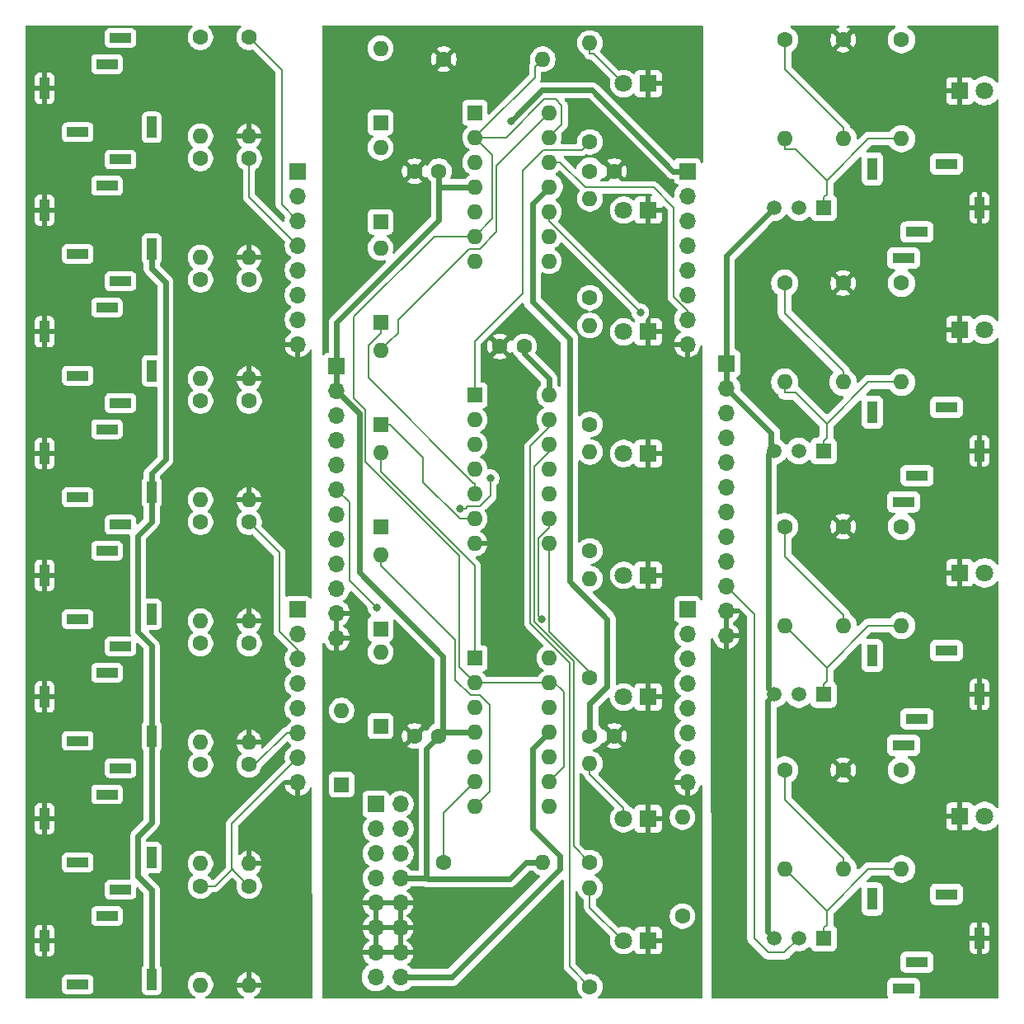
<source format=gbr>
G04 #@! TF.GenerationSoftware,KiCad,Pcbnew,9.0.0*
G04 #@! TF.CreationDate,2025-02-23T16:00:19-07:00*
G04 #@! TF.ProjectId,NOR_THT,4e4f525f-5448-4542-9e6b-696361645f70,rev?*
G04 #@! TF.SameCoordinates,Original*
G04 #@! TF.FileFunction,Copper,L2,Bot*
G04 #@! TF.FilePolarity,Positive*
%FSLAX46Y46*%
G04 Gerber Fmt 4.6, Leading zero omitted, Abs format (unit mm)*
G04 Created by KiCad (PCBNEW 9.0.0) date 2025-02-23 16:00:19*
%MOMM*%
%LPD*%
G01*
G04 APERTURE LIST*
G04 #@! TA.AperFunction,ComponentPad*
%ADD10C,1.600000*%
G04 #@! TD*
G04 #@! TA.AperFunction,ComponentPad*
%ADD11R,1.800000X1.800000*%
G04 #@! TD*
G04 #@! TA.AperFunction,ComponentPad*
%ADD12C,1.800000*%
G04 #@! TD*
G04 #@! TA.AperFunction,ComponentPad*
%ADD13R,1.600000X1.600000*%
G04 #@! TD*
G04 #@! TA.AperFunction,ComponentPad*
%ADD14O,1.600000X1.600000*%
G04 #@! TD*
G04 #@! TA.AperFunction,ComponentPad*
%ADD15R,1.700000X1.700000*%
G04 #@! TD*
G04 #@! TA.AperFunction,ComponentPad*
%ADD16O,1.700000X1.700000*%
G04 #@! TD*
G04 #@! TA.AperFunction,ComponentPad*
%ADD17R,1.000000X2.200000*%
G04 #@! TD*
G04 #@! TA.AperFunction,ComponentPad*
%ADD18R,2.200000X1.000000*%
G04 #@! TD*
G04 #@! TA.AperFunction,ComponentPad*
%ADD19R,1.520000X1.520000*%
G04 #@! TD*
G04 #@! TA.AperFunction,ComponentPad*
%ADD20C,1.520000*%
G04 #@! TD*
G04 #@! TA.AperFunction,ViaPad*
%ADD21C,0.800000*%
G04 #@! TD*
G04 #@! TA.AperFunction,Conductor*
%ADD22C,0.600000*%
G04 #@! TD*
G04 #@! TA.AperFunction,Conductor*
%ADD23C,0.200000*%
G04 #@! TD*
G04 APERTURE END LIST*
D10*
X48750000Y-33000000D03*
X51250000Y-33000000D03*
X40000000Y-15000000D03*
X42500000Y-15000000D03*
X58000000Y-15000000D03*
X60500000Y-15000000D03*
X40000000Y-73000000D03*
X42500000Y-73000000D03*
X58000000Y-73000000D03*
X60500000Y-73000000D03*
D11*
X64000000Y-6014700D03*
D12*
X61460000Y-6014700D03*
D11*
X64000000Y-19000000D03*
D12*
X61460000Y-19000000D03*
D11*
X64000000Y-31500000D03*
D12*
X61460000Y-31500000D03*
D11*
X64000000Y-44000000D03*
D12*
X61460000Y-44000000D03*
D11*
X64000000Y-56500000D03*
D12*
X61460000Y-56500000D03*
D11*
X64000000Y-69000000D03*
D12*
X61460000Y-69000000D03*
D11*
X64000000Y-81500000D03*
D12*
X61460000Y-81500000D03*
D11*
X64000000Y-94000000D03*
D12*
X61460000Y-94000000D03*
D13*
X36500000Y-51500000D03*
D14*
X36500000Y-43880000D03*
D13*
X36500000Y-62000000D03*
D14*
X36500000Y-54380000D03*
D13*
X36500000Y-72000000D03*
D14*
X36500000Y-64380000D03*
D13*
X32500000Y-78000000D03*
D14*
X32500000Y-70380000D03*
D13*
X36500000Y-10000000D03*
D14*
X36500000Y-2380000D03*
D13*
X36500000Y-20205700D03*
D14*
X36500000Y-12585700D03*
D13*
X36500000Y-30500000D03*
D14*
X36500000Y-22880000D03*
D13*
X36500000Y-41000000D03*
D14*
X36500000Y-33380000D03*
D11*
X96000000Y-6750000D03*
D12*
X98540000Y-6750000D03*
D11*
X96000000Y-31250000D03*
D12*
X98540000Y-31250000D03*
D11*
X96000000Y-56250000D03*
D12*
X98540000Y-56250000D03*
D11*
X96000000Y-81250000D03*
D12*
X98540000Y-81250000D03*
D15*
X28000000Y-15000000D03*
D16*
X28000000Y-17540000D03*
X28000000Y-20080000D03*
X28000000Y-22620000D03*
X28000000Y-25160000D03*
X28000000Y-27700000D03*
X28000000Y-30240000D03*
X28000000Y-32780000D03*
D15*
X28000000Y-60000000D03*
D16*
X28000000Y-62540000D03*
X28000000Y-65080000D03*
X28000000Y-67620000D03*
X28000000Y-70160000D03*
X28000000Y-72700000D03*
X28000000Y-75240000D03*
X28000000Y-77780000D03*
D15*
X68000000Y-15000000D03*
D16*
X68000000Y-17540000D03*
X68000000Y-20080000D03*
X68000000Y-22620000D03*
X68000000Y-25160000D03*
X68000000Y-27700000D03*
X68000000Y-30240000D03*
X68000000Y-32780000D03*
D15*
X68000000Y-60000000D03*
D16*
X68000000Y-62540000D03*
X68000000Y-65080000D03*
X68000000Y-67620000D03*
X68000000Y-70160000D03*
X68000000Y-72700000D03*
X68000000Y-75240000D03*
X68000000Y-77780000D03*
D15*
X36000000Y-80000000D03*
D16*
X38540000Y-80000000D03*
X36000000Y-82540000D03*
X38540000Y-82540000D03*
X36000000Y-85080000D03*
X38540000Y-85080000D03*
X36000000Y-87620000D03*
X38540000Y-87620000D03*
X36000000Y-90160000D03*
X38540000Y-90160000D03*
X36000000Y-92700000D03*
X38540000Y-92700000D03*
X36000000Y-95240000D03*
X38540000Y-95240000D03*
X36000000Y-97780000D03*
X38540000Y-97780000D03*
D15*
X32000000Y-35000000D03*
D16*
X32000000Y-37540000D03*
X32000000Y-40080000D03*
X32000000Y-42620000D03*
X32000000Y-45160000D03*
X32000000Y-47700000D03*
X32000000Y-50240000D03*
X32000000Y-52780000D03*
X32000000Y-55320000D03*
X32000000Y-57860000D03*
X32000000Y-60400000D03*
X32000000Y-62940000D03*
D15*
X72000000Y-34750000D03*
D16*
X72000000Y-37290000D03*
X72000000Y-39830000D03*
X72000000Y-42370000D03*
X72000000Y-44910000D03*
X72000000Y-47450000D03*
X72000000Y-49990000D03*
X72000000Y-52530000D03*
X72000000Y-55070000D03*
X72000000Y-57610000D03*
X72000000Y-60150000D03*
X72000000Y-62690000D03*
D17*
X98000000Y-18750000D03*
X87000000Y-14750000D03*
D18*
X94600000Y-14250000D03*
X91600000Y-21250000D03*
X90200000Y-23950000D03*
D17*
X98000000Y-43750000D03*
X87000000Y-39750000D03*
D18*
X94600000Y-39250000D03*
X91600000Y-46250000D03*
X90200000Y-48950000D03*
D17*
X98000000Y-68750000D03*
X87000000Y-64750000D03*
D18*
X94600000Y-64250000D03*
X91600000Y-71250000D03*
X90200000Y-73950000D03*
D17*
X98000000Y-93750000D03*
X87000000Y-89750000D03*
D18*
X94600000Y-89250000D03*
X91600000Y-96250000D03*
X90200000Y-98950000D03*
D19*
X82000000Y-18750000D03*
D20*
X79460000Y-18750000D03*
X76920000Y-18750000D03*
D19*
X82000000Y-43750000D03*
D20*
X79460000Y-43750000D03*
X76920000Y-43750000D03*
D19*
X82000000Y-68750000D03*
D20*
X79460000Y-68750000D03*
X76920000Y-68750000D03*
D19*
X82000000Y-93750000D03*
D20*
X79460000Y-93750000D03*
X76920000Y-93750000D03*
D10*
X18000000Y-1250000D03*
D14*
X18000000Y-11410000D03*
D10*
X23000000Y-1250000D03*
D14*
X23000000Y-11410000D03*
D10*
X18000000Y-13700000D03*
D14*
X18000000Y-23860000D03*
D10*
X23000000Y-13700000D03*
D14*
X23000000Y-23860000D03*
D10*
X18000000Y-26150000D03*
D14*
X18000000Y-36310000D03*
D10*
X23000000Y-26150000D03*
D14*
X23000000Y-36310000D03*
D10*
X18000000Y-38600000D03*
D14*
X18000000Y-48760000D03*
D10*
X23000000Y-38600000D03*
D14*
X23000000Y-48760000D03*
D10*
X18000000Y-51050000D03*
D14*
X18000000Y-61210000D03*
D10*
X23000000Y-51050000D03*
D14*
X23000000Y-61210000D03*
D10*
X18000000Y-63500000D03*
D14*
X18000000Y-73660000D03*
D10*
X23000000Y-63500000D03*
D14*
X23000000Y-73660000D03*
D10*
X18000000Y-75950000D03*
D14*
X18000000Y-86110000D03*
D10*
X23000000Y-75950000D03*
D14*
X23000000Y-86110000D03*
D10*
X18000000Y-88400000D03*
D14*
X18000000Y-98560000D03*
D10*
X23000000Y-88400000D03*
D14*
X23000000Y-98560000D03*
D10*
X43000000Y-86000000D03*
D14*
X53160000Y-86000000D03*
D10*
X43000000Y-3500000D03*
D14*
X53160000Y-3500000D03*
D10*
X58000000Y-67000000D03*
D14*
X58000000Y-56840000D03*
D10*
X67500000Y-91500000D03*
D14*
X67500000Y-81340000D03*
D10*
X58000000Y-86000000D03*
D14*
X58000000Y-75840000D03*
D10*
X58000000Y-98750000D03*
D14*
X58000000Y-88590000D03*
D10*
X58000000Y-12000000D03*
D14*
X58000000Y-1840000D03*
D10*
X58000000Y-28000000D03*
D14*
X58000000Y-17840000D03*
D10*
X58000000Y-41000000D03*
D14*
X58000000Y-30840000D03*
D10*
X58000000Y-54000000D03*
D14*
X58000000Y-43840000D03*
D10*
X78000000Y-1500000D03*
D14*
X78000000Y-11660000D03*
D10*
X78000000Y-26500000D03*
D14*
X78000000Y-36660000D03*
D10*
X78000000Y-51500000D03*
D14*
X78000000Y-61660000D03*
D10*
X78000000Y-76500000D03*
D14*
X78000000Y-86660000D03*
D10*
X84000000Y-1500000D03*
D14*
X84000000Y-11660000D03*
D10*
X90000000Y-1500000D03*
D14*
X90000000Y-11660000D03*
D10*
X84000000Y-26500000D03*
D14*
X84000000Y-36660000D03*
D10*
X90000000Y-26500000D03*
D14*
X90000000Y-36660000D03*
D10*
X84000000Y-51500000D03*
D14*
X84000000Y-61660000D03*
D10*
X90000000Y-51500000D03*
D14*
X90000000Y-61660000D03*
D10*
X84000000Y-76500000D03*
D14*
X84000000Y-86660000D03*
D10*
X90000000Y-76500000D03*
D14*
X90000000Y-86660000D03*
D13*
X46190000Y-9000000D03*
D14*
X46190000Y-11540000D03*
X46190000Y-14080000D03*
X46190000Y-16620000D03*
X46190000Y-19160000D03*
X46190000Y-21700000D03*
X46190000Y-24240000D03*
X53810000Y-24240000D03*
X53810000Y-21700000D03*
X53810000Y-19160000D03*
X53810000Y-16620000D03*
X53810000Y-14080000D03*
X53810000Y-11540000D03*
X53810000Y-9000000D03*
D13*
X46190000Y-65000000D03*
D14*
X46190000Y-67540000D03*
X46190000Y-70080000D03*
X46190000Y-72620000D03*
X46190000Y-75160000D03*
X46190000Y-77700000D03*
X46190000Y-80240000D03*
X53810000Y-80240000D03*
X53810000Y-77700000D03*
X53810000Y-75160000D03*
X53810000Y-72620000D03*
X53810000Y-70080000D03*
X53810000Y-67540000D03*
X53810000Y-65000000D03*
D17*
X2000000Y-56500000D03*
X13000000Y-60500000D03*
D18*
X5400000Y-61000000D03*
X8400000Y-54000000D03*
X9800000Y-51300000D03*
D17*
X2000000Y-6500000D03*
X13000000Y-10500000D03*
D18*
X5400000Y-11000000D03*
X8400000Y-4000000D03*
X9800000Y-1300000D03*
D17*
X2000000Y-94000000D03*
X13000000Y-98000000D03*
D18*
X5400000Y-98500000D03*
X8400000Y-91500000D03*
X9800000Y-88800000D03*
D17*
X2000000Y-31500000D03*
X13000000Y-35500000D03*
D18*
X5400000Y-36000000D03*
X8400000Y-29000000D03*
X9800000Y-26300000D03*
D17*
X2000000Y-69000000D03*
X13000000Y-73000000D03*
D18*
X5400000Y-73500000D03*
X8400000Y-66500000D03*
X9800000Y-63800000D03*
D17*
X2000000Y-19000000D03*
X13000000Y-23000000D03*
D18*
X5400000Y-23500000D03*
X8400000Y-16500000D03*
X9800000Y-13800000D03*
D17*
X2000000Y-81500000D03*
X13000000Y-85500000D03*
D18*
X5400000Y-86000000D03*
X8400000Y-79000000D03*
X9800000Y-76300000D03*
D17*
X2000000Y-44000000D03*
X13000000Y-48000000D03*
D18*
X5400000Y-48500000D03*
X8400000Y-41500000D03*
X9800000Y-38800000D03*
D13*
X46190000Y-38000000D03*
D14*
X46190000Y-40540000D03*
X46190000Y-43080000D03*
X46190000Y-45620000D03*
X46190000Y-48160000D03*
X46190000Y-50700000D03*
X46190000Y-53240000D03*
X53810000Y-53240000D03*
X53810000Y-50700000D03*
X53810000Y-48160000D03*
X53810000Y-45620000D03*
X53810000Y-43080000D03*
X53810000Y-40540000D03*
X53810000Y-38000000D03*
D21*
X53031200Y-61011600D03*
X63172900Y-29498000D03*
X36083400Y-59820600D03*
X47799200Y-46517800D03*
X44650660Y-49644300D03*
X49908460Y-9847578D03*
D22*
X58000000Y-73000000D02*
X58000000Y-69659400D01*
X58000000Y-69659400D02*
X59734500Y-67924900D01*
X54907100Y-85308400D02*
X52102700Y-82504000D01*
X59734500Y-60979100D02*
X55899200Y-57143800D01*
X52102700Y-82504000D02*
X52102700Y-74327300D01*
X52102700Y-74327300D02*
X53810000Y-72620000D01*
X59734500Y-67924900D02*
X59734500Y-60979100D01*
X55899200Y-32213000D02*
X52095000Y-28408800D01*
X52095000Y-28408800D02*
X52095000Y-18335000D01*
X52095000Y-18335000D02*
X53810000Y-16620000D01*
X55899200Y-57143800D02*
X55899200Y-32213000D01*
X38540000Y-97780000D02*
X43815000Y-97780000D01*
X54907100Y-86687900D02*
X54907100Y-85308400D01*
X43815000Y-97780000D02*
X54907100Y-86687900D01*
D23*
X58385600Y-2940300D02*
X61460000Y-6014700D01*
X58000000Y-2940300D02*
X58385600Y-2940300D01*
X58000000Y-1840000D02*
X58000000Y-2940300D01*
X61460000Y-80400300D02*
X61460000Y-81500000D01*
X58000000Y-76940300D02*
X61460000Y-80400300D01*
X58000000Y-75840000D02*
X58000000Y-76940300D01*
X61396560Y-94000000D02*
X61460000Y-94000000D01*
X58000000Y-88590000D02*
X58000000Y-90603440D01*
X58000000Y-90603440D02*
X61396560Y-94000000D01*
X36500000Y-45840300D02*
X36500000Y-45011370D01*
X36500000Y-45011370D02*
X36500000Y-43880000D01*
X46190000Y-65000000D02*
X46190000Y-55530300D01*
X46190000Y-55530300D02*
X36500000Y-45840300D01*
X53810000Y-53240000D02*
X53810000Y-54340300D01*
X58000000Y-67000000D02*
X58000000Y-66433900D01*
X53810000Y-62243900D02*
X53810000Y-54340300D01*
X58000000Y-66433900D02*
X53810000Y-62243900D01*
X52687900Y-60668300D02*
X53031200Y-61011600D01*
X52687900Y-52696700D02*
X52687900Y-60668300D01*
X53810000Y-50700000D02*
X53810000Y-51574600D01*
X53810000Y-51574600D02*
X52687900Y-52696700D01*
X47744300Y-78685700D02*
X47744300Y-69819440D01*
X36500000Y-55480300D02*
X36500000Y-54380000D01*
X47744300Y-69819440D02*
X46734860Y-68810000D01*
X46734860Y-68810000D02*
X45736640Y-68810000D01*
X46190000Y-80240000D02*
X47744300Y-78685700D01*
X45736640Y-68810000D02*
X44161600Y-67234960D01*
X44161600Y-67234960D02*
X44161600Y-63141900D01*
X44161600Y-63141900D02*
X36500000Y-55480300D01*
X56307800Y-84307800D02*
X56307800Y-65307800D01*
X58000000Y-86000000D02*
X56307800Y-84307800D01*
X56307800Y-65307800D02*
X52287600Y-61287600D01*
X52287600Y-61287600D02*
X52287600Y-45370320D01*
X53810000Y-43847920D02*
X53810000Y-43080000D01*
X52287600Y-45370320D02*
X53810000Y-43847920D01*
X53810000Y-40540000D02*
X53810000Y-41302840D01*
X51887200Y-43225640D02*
X51887200Y-61453500D01*
X55907500Y-96657500D02*
X58000000Y-98750000D01*
X55907500Y-65473800D02*
X55907500Y-96657500D01*
X53810000Y-41302840D02*
X51887200Y-43225640D01*
X51887200Y-61453500D02*
X55907500Y-65473800D01*
X53250320Y-12810000D02*
X57190000Y-12810000D01*
X46190000Y-38000000D02*
X46190000Y-32482300D01*
X51080000Y-27592300D02*
X51080000Y-14980320D01*
X57190000Y-12810000D02*
X58000000Y-12000000D01*
X51080000Y-14980320D02*
X53250320Y-12810000D01*
X46190000Y-32482300D02*
X51080000Y-27592300D01*
X35232340Y-36239540D02*
X35232340Y-32867960D01*
X46190000Y-48160000D02*
X46190000Y-47059700D01*
X35232340Y-32867960D02*
X36500000Y-31600300D01*
X36500000Y-31600300D02*
X36500000Y-30500000D01*
X46052500Y-47059700D02*
X35232340Y-36239540D01*
X46190000Y-47059700D02*
X46052500Y-47059700D01*
X40894100Y-46913582D02*
X44680518Y-50700000D01*
X36500000Y-41000000D02*
X37500000Y-41000000D01*
X37500000Y-41000000D02*
X40894100Y-44394100D01*
X45058630Y-50700000D02*
X46190000Y-50700000D01*
X40894100Y-44394100D02*
X40894100Y-46913582D01*
X44680518Y-50700000D02*
X45058630Y-50700000D01*
X38279600Y-31600400D02*
X37299999Y-32580001D01*
X37299999Y-32580001D02*
X36500000Y-33380000D01*
X53810000Y-9000000D02*
X48406011Y-14403989D01*
X48406011Y-21256029D02*
X46692040Y-22970000D01*
X38279600Y-30313100D02*
X38279600Y-31600400D01*
X45622700Y-22970000D02*
X38279600Y-30313100D01*
X46692040Y-22970000D02*
X45622700Y-22970000D01*
X48406011Y-14403989D02*
X48406011Y-21256029D01*
X23000000Y-17620000D02*
X23000000Y-13700000D01*
X28000000Y-22620000D02*
X23000000Y-17620000D01*
X27994640Y-20080000D02*
X26335700Y-18421060D01*
X26335700Y-4585700D02*
X23000000Y-1250000D01*
X26335700Y-18421060D02*
X26335700Y-4585700D01*
X28000000Y-20080000D02*
X27994640Y-20080000D01*
X23000000Y-88400000D02*
X21492500Y-86892500D01*
X21259760Y-86659760D02*
X21492500Y-86892500D01*
X21239480Y-86639480D02*
X21239480Y-82000520D01*
X21239480Y-82000520D02*
X28000000Y-75240000D01*
X18000000Y-88400000D02*
X19519520Y-88400000D01*
X21492500Y-86892500D02*
X21239480Y-86639480D01*
X19519520Y-88400000D02*
X21259760Y-86659760D01*
X23000000Y-75950000D02*
X23599700Y-75950000D01*
X23599700Y-75950000D02*
X26849700Y-72700000D01*
X28000000Y-72700000D02*
X26849700Y-72700000D01*
X26133500Y-62301600D02*
X26133500Y-54183500D01*
X28000000Y-64174680D02*
X27914600Y-64089280D01*
X27914600Y-64082700D02*
X26133500Y-62301600D01*
X27914600Y-64089280D02*
X27914600Y-64082700D01*
X28000000Y-65080000D02*
X28000000Y-64174680D01*
X26133500Y-54183500D02*
X23000000Y-51050000D01*
X53810000Y-19160000D02*
X53810000Y-20135100D01*
X53810000Y-20135100D02*
X63172900Y-29498000D01*
X64541100Y-16672700D02*
X57503000Y-16672700D01*
X68000000Y-30240000D02*
X68000000Y-29331040D01*
X68000000Y-29331040D02*
X67929760Y-29260800D01*
X66610400Y-18742000D02*
X64541100Y-16672700D01*
X54910300Y-14080000D02*
X53810000Y-14080000D01*
X66610400Y-27938500D02*
X66610400Y-18742000D01*
X67929760Y-29257860D02*
X66610400Y-27938500D01*
X67929760Y-29260800D02*
X67929760Y-29257860D01*
X57503000Y-16672700D02*
X54910300Y-14080000D01*
X33309560Y-57046760D02*
X35683401Y-59420601D01*
X33309560Y-49009560D02*
X33309560Y-57046760D01*
X32000000Y-47700000D02*
X33309560Y-49009560D01*
X35683401Y-59420601D02*
X36083400Y-59820600D01*
X45216345Y-49644300D02*
X44650660Y-49644300D01*
X47799200Y-46517800D02*
X47799200Y-48344880D01*
X45442405Y-49418240D02*
X45216345Y-49644300D01*
X46725840Y-49418240D02*
X45442405Y-49418240D01*
X47799200Y-48344880D02*
X46725840Y-49418240D01*
X74859000Y-93755100D02*
X76337000Y-95233100D01*
X72000000Y-57610000D02*
X74859000Y-60469000D01*
X74859000Y-60469000D02*
X74859000Y-93755100D01*
X77976900Y-95233100D02*
X79460000Y-93750000D01*
X76337000Y-95233100D02*
X77976900Y-95233100D01*
X84000000Y-11660000D02*
X84000000Y-10559700D01*
X78000000Y-1500000D02*
X78000000Y-4559700D01*
X78000000Y-4559700D02*
X84000000Y-10559700D01*
X84000000Y-36660000D02*
X84000000Y-35559700D01*
X78000000Y-26500000D02*
X78000000Y-29559700D01*
X78000000Y-29559700D02*
X84000000Y-35559700D01*
X78000000Y-51500000D02*
X78000000Y-54559700D01*
X78000000Y-54559700D02*
X84000000Y-60559700D01*
X84000000Y-61660000D02*
X84000000Y-60559700D01*
X84000000Y-86660000D02*
X84000000Y-85559700D01*
X78000000Y-79559700D02*
X84000000Y-85559700D01*
X78000000Y-76500000D02*
X78000000Y-79559700D01*
X79100300Y-12760300D02*
X82304800Y-15964800D01*
X82000000Y-18750000D02*
X82000000Y-17689700D01*
X86609600Y-11660000D02*
X90000000Y-11660000D01*
X78000000Y-12760300D02*
X79100300Y-12760300D01*
X78000000Y-11660000D02*
X78000000Y-12760300D01*
X82304800Y-17384900D02*
X82000000Y-17689700D01*
X82304800Y-15964800D02*
X86609600Y-11660000D01*
X82304800Y-15964800D02*
X82304800Y-17384900D01*
X82000000Y-43750000D02*
X82000000Y-42689700D01*
X86609600Y-36660000D02*
X90000000Y-36660000D01*
X82304800Y-42384900D02*
X82000000Y-42689700D01*
X82304800Y-40964800D02*
X82304800Y-42384900D01*
X79100300Y-37760300D02*
X82304800Y-40964800D01*
X78000000Y-37760300D02*
X79100300Y-37760300D01*
X82304800Y-40964800D02*
X86609600Y-36660000D01*
X78000000Y-36660000D02*
X78000000Y-37760300D01*
X82000000Y-68750000D02*
X82000000Y-67689700D01*
X82304800Y-67384900D02*
X82000000Y-67689700D01*
X82304800Y-65964800D02*
X82304800Y-67384900D01*
X86609600Y-61660000D02*
X90000000Y-61660000D01*
X82304800Y-65964800D02*
X86609600Y-61660000D01*
X78000000Y-61660000D02*
X82304800Y-65964800D01*
X82304800Y-92384900D02*
X82000000Y-92689700D01*
X82304800Y-90964800D02*
X86609600Y-86660000D01*
X82000000Y-93750000D02*
X82000000Y-92689700D01*
X86609600Y-86660000D02*
X90000000Y-86660000D01*
X82304800Y-90964800D02*
X82304800Y-92384900D01*
X78000000Y-86660000D02*
X82304800Y-90964800D01*
D22*
X41229200Y-87620000D02*
X41229200Y-74270800D01*
X51459700Y-86000000D02*
X49741000Y-87718700D01*
X53160000Y-86000000D02*
X51459700Y-86000000D01*
X42500000Y-20017020D02*
X32000000Y-30517020D01*
X41229200Y-87620000D02*
X40290300Y-87620000D01*
X42500000Y-16620000D02*
X42500000Y-20017020D01*
X41327900Y-87718700D02*
X41229200Y-87620000D01*
X49741000Y-87718700D02*
X41327900Y-87718700D01*
X42500000Y-16620000D02*
X46190000Y-16620000D01*
X32000000Y-35000000D02*
X32000000Y-37540000D01*
X51250000Y-33739700D02*
X51250000Y-33000000D01*
X42880000Y-72620000D02*
X42880000Y-64778300D01*
X34310320Y-39850320D02*
X32000000Y-37540000D01*
X34310320Y-56208620D02*
X34310320Y-39850320D01*
X53062390Y-6693648D02*
X50308459Y-9447579D01*
X68000000Y-15000000D02*
X66550000Y-15000000D01*
X53810000Y-38000000D02*
X53810000Y-36299700D01*
X53810000Y-36299700D02*
X51250000Y-33739700D01*
X66550000Y-15000000D02*
X58243648Y-6693648D01*
X41229200Y-74270800D02*
X42500000Y-73000000D01*
X58243648Y-6693648D02*
X53062390Y-6693648D01*
X32000000Y-30517020D02*
X32000000Y-35000000D01*
X50308459Y-9447579D02*
X49908460Y-9847578D01*
X42880000Y-72620000D02*
X42500000Y-73000000D01*
X46190000Y-72620000D02*
X42880000Y-72620000D01*
X38540000Y-87620000D02*
X40290300Y-87620000D01*
X42880000Y-64778300D02*
X34310320Y-56208620D01*
X42500000Y-15000000D02*
X42500000Y-16620000D01*
X40000000Y-72580900D02*
X40000000Y-73000000D01*
X11599600Y-87399600D02*
X11599600Y-83300100D01*
X14400300Y-26400600D02*
X13000000Y-25000300D01*
X11575100Y-62275100D02*
X13000000Y-63700000D01*
X13000000Y-63700000D02*
X13000000Y-73000000D01*
X13000000Y-48000000D02*
X13000000Y-45999700D01*
X13000000Y-48000000D02*
X13000000Y-51000000D01*
X11599600Y-83300100D02*
X13000000Y-81899700D01*
X13000000Y-81899700D02*
X13000000Y-73000000D01*
X13000000Y-51000000D02*
X11575100Y-52424900D01*
X13000000Y-23000000D02*
X13000000Y-25000300D01*
X11575100Y-52424900D02*
X11575100Y-62275100D01*
X13000000Y-88800000D02*
X11599600Y-87399600D01*
X13000000Y-45999700D02*
X14400300Y-44599400D01*
X14400300Y-44599400D02*
X14400300Y-26400600D01*
X13000000Y-98000000D02*
X13000000Y-88800000D01*
X76920000Y-68750000D02*
X76299600Y-68129600D01*
X76239700Y-69430300D02*
X76920000Y-68750000D01*
X76299600Y-68129600D02*
X76299600Y-44060200D01*
X72000000Y-23670000D02*
X72000000Y-34750000D01*
X76609800Y-43750000D02*
X76609800Y-41899800D01*
X76920000Y-18750000D02*
X72000000Y-23670000D01*
X76609800Y-43750000D02*
X76920000Y-43750000D01*
X76609800Y-41899800D02*
X72000000Y-37290000D01*
X76239700Y-93069700D02*
X76239700Y-69430300D01*
X76920000Y-93750000D02*
X76239700Y-93069700D01*
X72000000Y-34750000D02*
X72000000Y-37290000D01*
X76299600Y-44060200D02*
X76609800Y-43750000D01*
D23*
X46989999Y-10740001D02*
X46190000Y-11540000D01*
X49420000Y-11540000D02*
X53340000Y-7620000D01*
X46190000Y-11540000D02*
X49420000Y-11540000D01*
X52360001Y-5369999D02*
X46989999Y-10740001D01*
X42054000Y-21700000D02*
X45058630Y-21700000D01*
X53160000Y-3500000D02*
X52360001Y-4299999D01*
X43000000Y-80890000D02*
X46190000Y-77700000D01*
X34910330Y-44816330D02*
X34910330Y-39482330D01*
X33782000Y-38354000D02*
X33782000Y-29972000D01*
X34910330Y-39482330D02*
X33782000Y-38354000D01*
X44561610Y-65911610D02*
X44561610Y-54467610D01*
X43000000Y-86000000D02*
X43000000Y-80890000D01*
X54461001Y-7620000D02*
X55118000Y-8276999D01*
X46989999Y-12339999D02*
X46190000Y-11540000D01*
X55118000Y-8276999D02*
X55118000Y-10232000D01*
X55118000Y-10232000D02*
X54609999Y-10740001D01*
X55310001Y-68474302D02*
X54092849Y-67257150D01*
X46190000Y-21700000D02*
X48006000Y-19884000D01*
X53340000Y-7620000D02*
X54461001Y-7620000D01*
X52360001Y-4299999D02*
X52360001Y-5369999D01*
X46590010Y-67540000D02*
X46590010Y-67705689D01*
X45058630Y-21700000D02*
X46190000Y-21700000D01*
X33782000Y-29972000D02*
X42054000Y-21700000D01*
X44561610Y-54467610D02*
X34910330Y-44816330D01*
X48006000Y-19884000D02*
X48006000Y-13356000D01*
X53810000Y-67540000D02*
X46590010Y-67540000D01*
X55310001Y-76199999D02*
X55310001Y-68474302D01*
X46190000Y-67540000D02*
X44561610Y-65911610D01*
X53810000Y-77700000D02*
X55310001Y-76199999D01*
X54609999Y-10740001D02*
X53810000Y-11540000D01*
X48006000Y-13356000D02*
X46989999Y-12339999D01*
X46590010Y-67705689D02*
X46472850Y-67822849D01*
G04 #@! TA.AperFunction,Conductor*
G36*
X83577854Y-45502D02*
G01*
X83624347Y-99158D01*
X83634451Y-169432D01*
X83604957Y-234012D01*
X83548669Y-271333D01*
X83497906Y-287826D01*
X83497900Y-287829D01*
X83314452Y-381301D01*
X83271625Y-412416D01*
X83959209Y-1100000D01*
X83947339Y-1100000D01*
X83845606Y-1127259D01*
X83754394Y-1179920D01*
X83679920Y-1254394D01*
X83627259Y-1345606D01*
X83600000Y-1447339D01*
X83600000Y-1459209D01*
X82912416Y-771625D01*
X82881301Y-814452D01*
X82787829Y-997900D01*
X82787826Y-997906D01*
X82724208Y-1193703D01*
X82692000Y-1397061D01*
X82692000Y-1602938D01*
X82724208Y-1806296D01*
X82787826Y-2002093D01*
X82787829Y-2002099D01*
X82881297Y-2185540D01*
X82881298Y-2185541D01*
X82912416Y-2228372D01*
X83600000Y-1540788D01*
X83600000Y-1552661D01*
X83627259Y-1654394D01*
X83679920Y-1745606D01*
X83754394Y-1820080D01*
X83845606Y-1872741D01*
X83947339Y-1900000D01*
X83959210Y-1900000D01*
X83271626Y-2587582D01*
X83271626Y-2587583D01*
X83314454Y-2618699D01*
X83497900Y-2712170D01*
X83497906Y-2712173D01*
X83693705Y-2775791D01*
X83693701Y-2775791D01*
X83897061Y-2808000D01*
X84102939Y-2808000D01*
X84306296Y-2775791D01*
X84502093Y-2712173D01*
X84502099Y-2712170D01*
X84685541Y-2618701D01*
X84728372Y-2587582D01*
X84728372Y-2587581D01*
X84040791Y-1900000D01*
X84052661Y-1900000D01*
X84154394Y-1872741D01*
X84245606Y-1820080D01*
X84320080Y-1745606D01*
X84372741Y-1654394D01*
X84400000Y-1552661D01*
X84400000Y-1540791D01*
X85087581Y-2228372D01*
X85087582Y-2228372D01*
X85118701Y-2185541D01*
X85212170Y-2002099D01*
X85212173Y-2002093D01*
X85275791Y-1806296D01*
X85308000Y-1602938D01*
X85308000Y-1397061D01*
X85275791Y-1193703D01*
X85212173Y-997906D01*
X85212170Y-997900D01*
X85118699Y-814454D01*
X85087583Y-771626D01*
X85087582Y-771626D01*
X84400000Y-1459208D01*
X84400000Y-1447339D01*
X84372741Y-1345606D01*
X84320080Y-1254394D01*
X84245606Y-1179920D01*
X84154394Y-1127259D01*
X84052661Y-1100000D01*
X84040790Y-1100000D01*
X84728372Y-412416D01*
X84685541Y-381298D01*
X84685540Y-381297D01*
X84502099Y-287829D01*
X84502093Y-287826D01*
X84451331Y-271333D01*
X84392725Y-231259D01*
X84365088Y-165863D01*
X84377195Y-95906D01*
X84425201Y-43600D01*
X84490267Y-25500D01*
X89284175Y-25500D01*
X89352296Y-45502D01*
X89398789Y-99158D01*
X89408893Y-169432D01*
X89379399Y-234012D01*
X89341380Y-263765D01*
X89294159Y-287826D01*
X89265974Y-302187D01*
X89087632Y-431760D01*
X89087629Y-431762D01*
X88931762Y-587629D01*
X88931760Y-587632D01*
X88802187Y-765974D01*
X88702106Y-962392D01*
X88702103Y-962398D01*
X88633986Y-1172045D01*
X88633985Y-1172049D01*
X88599500Y-1389778D01*
X88599500Y-1610222D01*
X88633985Y-1827951D01*
X88633986Y-1827954D01*
X88644141Y-1859210D01*
X88702105Y-2037606D01*
X88802185Y-2234022D01*
X88931758Y-2412365D01*
X88931760Y-2412367D01*
X88931762Y-2412370D01*
X89087629Y-2568237D01*
X89087632Y-2568239D01*
X89087635Y-2568242D01*
X89265978Y-2697815D01*
X89462394Y-2797895D01*
X89672049Y-2866015D01*
X89889778Y-2900500D01*
X89889781Y-2900500D01*
X90110219Y-2900500D01*
X90110222Y-2900500D01*
X90327951Y-2866015D01*
X90537606Y-2797895D01*
X90734022Y-2697815D01*
X90912365Y-2568242D01*
X91068242Y-2412365D01*
X91197815Y-2234022D01*
X91297895Y-2037606D01*
X91366015Y-1827951D01*
X91400500Y-1610222D01*
X91400500Y-1389778D01*
X91366015Y-1172049D01*
X91297895Y-962394D01*
X91197815Y-765978D01*
X91068242Y-587635D01*
X91068239Y-587632D01*
X91068237Y-587629D01*
X90912370Y-431762D01*
X90912367Y-431760D01*
X90912365Y-431758D01*
X90734022Y-302185D01*
X90658620Y-263765D01*
X90607007Y-215018D01*
X90589941Y-146103D01*
X90612842Y-78902D01*
X90668440Y-34750D01*
X90715825Y-25500D01*
X99848500Y-25500D01*
X99916621Y-45502D01*
X99963114Y-99158D01*
X99974500Y-151500D01*
X99974500Y-5783829D01*
X99954498Y-5851950D01*
X99900842Y-5898443D01*
X99830568Y-5908547D01*
X99765988Y-5879053D01*
X99746564Y-5857890D01*
X99684515Y-5772487D01*
X99517512Y-5605484D01*
X99326436Y-5466659D01*
X99326435Y-5466658D01*
X99326433Y-5466657D01*
X99115992Y-5359432D01*
X98891368Y-5286447D01*
X98658092Y-5249500D01*
X98421908Y-5249500D01*
X98188632Y-5286447D01*
X98188629Y-5286447D01*
X98188628Y-5286448D01*
X97964008Y-5359432D01*
X97964006Y-5359433D01*
X97753563Y-5466659D01*
X97562488Y-5605484D01*
X97544662Y-5623310D01*
X97482349Y-5657333D01*
X97411534Y-5652267D01*
X97354701Y-5609721D01*
X97262904Y-5487095D01*
X97145965Y-5399555D01*
X97009093Y-5348505D01*
X96948597Y-5342000D01*
X96254000Y-5342000D01*
X96254000Y-6377031D01*
X96173694Y-6330667D01*
X96059244Y-6300000D01*
X95940756Y-6300000D01*
X95826306Y-6330667D01*
X95746000Y-6377031D01*
X95746000Y-5342000D01*
X95051402Y-5342000D01*
X94990906Y-5348505D01*
X94854035Y-5399555D01*
X94854034Y-5399555D01*
X94737095Y-5487095D01*
X94649555Y-5604034D01*
X94649555Y-5604035D01*
X94598505Y-5740906D01*
X94592000Y-5801402D01*
X94592000Y-6496000D01*
X95627032Y-6496000D01*
X95580667Y-6576306D01*
X95550000Y-6690756D01*
X95550000Y-6809244D01*
X95580667Y-6923694D01*
X95627032Y-7004000D01*
X94592000Y-7004000D01*
X94592000Y-7698597D01*
X94598505Y-7759093D01*
X94649555Y-7895964D01*
X94649555Y-7895965D01*
X94737095Y-8012904D01*
X94854034Y-8100444D01*
X94990906Y-8151494D01*
X95051402Y-8157999D01*
X95051415Y-8158000D01*
X95746000Y-8158000D01*
X95746000Y-7122968D01*
X95826306Y-7169333D01*
X95940756Y-7200000D01*
X96059244Y-7200000D01*
X96173694Y-7169333D01*
X96254000Y-7122968D01*
X96254000Y-8158000D01*
X96948585Y-8158000D01*
X96948597Y-8157999D01*
X97009093Y-8151494D01*
X97145964Y-8100444D01*
X97145965Y-8100444D01*
X97262904Y-8012904D01*
X97354701Y-7890278D01*
X97411537Y-7847731D01*
X97482352Y-7842666D01*
X97544664Y-7876692D01*
X97562487Y-7894515D01*
X97564483Y-7895965D01*
X97753567Y-8033343D01*
X97964008Y-8140568D01*
X98188632Y-8213553D01*
X98421908Y-8250500D01*
X98421911Y-8250500D01*
X98658089Y-8250500D01*
X98658092Y-8250500D01*
X98891368Y-8213553D01*
X99115992Y-8140568D01*
X99326433Y-8033343D01*
X99517510Y-7894517D01*
X99684517Y-7727510D01*
X99746565Y-7642107D01*
X99802786Y-7598755D01*
X99873522Y-7592680D01*
X99936314Y-7625811D01*
X99971225Y-7687631D01*
X99974500Y-7716170D01*
X99974500Y-30283829D01*
X99954498Y-30351950D01*
X99900842Y-30398443D01*
X99830568Y-30408547D01*
X99765988Y-30379053D01*
X99746564Y-30357890D01*
X99684515Y-30272487D01*
X99517512Y-30105484D01*
X99326436Y-29966659D01*
X99326435Y-29966658D01*
X99326433Y-29966657D01*
X99115992Y-29859432D01*
X98891368Y-29786447D01*
X98658092Y-29749500D01*
X98421908Y-29749500D01*
X98188632Y-29786447D01*
X98188629Y-29786447D01*
X98188628Y-29786448D01*
X97964008Y-29859432D01*
X97964006Y-29859433D01*
X97753563Y-29966659D01*
X97562488Y-30105484D01*
X97544662Y-30123310D01*
X97482349Y-30157333D01*
X97411534Y-30152267D01*
X97354701Y-30109721D01*
X97262904Y-29987095D01*
X97145965Y-29899555D01*
X97009093Y-29848505D01*
X96948597Y-29842000D01*
X96254000Y-29842000D01*
X96254000Y-30877031D01*
X96173694Y-30830667D01*
X96059244Y-30800000D01*
X95940756Y-30800000D01*
X95826306Y-30830667D01*
X95746000Y-30877031D01*
X95746000Y-29842000D01*
X95051402Y-29842000D01*
X94990906Y-29848505D01*
X94854035Y-29899555D01*
X94854034Y-29899555D01*
X94737095Y-29987095D01*
X94649555Y-30104034D01*
X94649555Y-30104035D01*
X94598505Y-30240906D01*
X94592000Y-30301402D01*
X94592000Y-30996000D01*
X95627032Y-30996000D01*
X95580667Y-31076306D01*
X95550000Y-31190756D01*
X95550000Y-31309244D01*
X95580667Y-31423694D01*
X95627032Y-31504000D01*
X94592000Y-31504000D01*
X94592000Y-32198597D01*
X94598505Y-32259093D01*
X94649555Y-32395964D01*
X94649555Y-32395965D01*
X94737095Y-32512904D01*
X94854034Y-32600444D01*
X94990906Y-32651494D01*
X95051402Y-32657999D01*
X95051415Y-32658000D01*
X95746000Y-32658000D01*
X95746000Y-31622968D01*
X95826306Y-31669333D01*
X95940756Y-31700000D01*
X96059244Y-31700000D01*
X96173694Y-31669333D01*
X96254000Y-31622968D01*
X96254000Y-32658000D01*
X96948585Y-32658000D01*
X96948597Y-32657999D01*
X97009093Y-32651494D01*
X97145964Y-32600444D01*
X97145965Y-32600444D01*
X97262904Y-32512904D01*
X97354701Y-32390278D01*
X97411537Y-32347731D01*
X97482352Y-32342666D01*
X97544664Y-32376692D01*
X97562487Y-32394515D01*
X97564483Y-32395965D01*
X97753567Y-32533343D01*
X97964008Y-32640568D01*
X98188632Y-32713553D01*
X98421908Y-32750500D01*
X98421911Y-32750500D01*
X98658089Y-32750500D01*
X98658092Y-32750500D01*
X98891368Y-32713553D01*
X99115992Y-32640568D01*
X99326433Y-32533343D01*
X99517510Y-32394517D01*
X99684517Y-32227510D01*
X99746565Y-32142107D01*
X99802786Y-32098755D01*
X99873522Y-32092680D01*
X99936314Y-32125811D01*
X99971225Y-32187631D01*
X99974500Y-32216170D01*
X99974500Y-55283829D01*
X99954498Y-55351950D01*
X99900842Y-55398443D01*
X99830568Y-55408547D01*
X99765988Y-55379053D01*
X99746564Y-55357890D01*
X99684515Y-55272487D01*
X99517512Y-55105484D01*
X99326436Y-54966659D01*
X99326435Y-54966658D01*
X99326433Y-54966657D01*
X99115992Y-54859432D01*
X98891368Y-54786447D01*
X98658092Y-54749500D01*
X98421908Y-54749500D01*
X98188632Y-54786447D01*
X98188629Y-54786447D01*
X98188628Y-54786448D01*
X97964008Y-54859432D01*
X97964006Y-54859433D01*
X97753563Y-54966659D01*
X97562488Y-55105484D01*
X97544662Y-55123310D01*
X97482349Y-55157333D01*
X97411534Y-55152267D01*
X97354701Y-55109721D01*
X97262904Y-54987095D01*
X97145965Y-54899555D01*
X97009093Y-54848505D01*
X96948597Y-54842000D01*
X96254000Y-54842000D01*
X96254000Y-55877031D01*
X96173694Y-55830667D01*
X96059244Y-55800000D01*
X95940756Y-55800000D01*
X95826306Y-55830667D01*
X95746000Y-55877031D01*
X95746000Y-54842000D01*
X95051402Y-54842000D01*
X94990906Y-54848505D01*
X94854035Y-54899555D01*
X94854034Y-54899555D01*
X94737095Y-54987095D01*
X94649555Y-55104034D01*
X94649555Y-55104035D01*
X94598505Y-55240906D01*
X94592000Y-55301402D01*
X94592000Y-55996000D01*
X95627032Y-55996000D01*
X95580667Y-56076306D01*
X95550000Y-56190756D01*
X95550000Y-56309244D01*
X95580667Y-56423694D01*
X95627032Y-56504000D01*
X94592000Y-56504000D01*
X94592000Y-57198597D01*
X94598505Y-57259093D01*
X94649555Y-57395964D01*
X94649555Y-57395965D01*
X94737095Y-57512904D01*
X94854034Y-57600444D01*
X94990906Y-57651494D01*
X95051402Y-57657999D01*
X95051415Y-57658000D01*
X95746000Y-57658000D01*
X95746000Y-56622968D01*
X95826306Y-56669333D01*
X95940756Y-56700000D01*
X96059244Y-56700000D01*
X96173694Y-56669333D01*
X96254000Y-56622968D01*
X96254000Y-57658000D01*
X96948585Y-57658000D01*
X96948597Y-57657999D01*
X97009093Y-57651494D01*
X97145964Y-57600444D01*
X97145965Y-57600444D01*
X97262904Y-57512904D01*
X97354701Y-57390278D01*
X97411537Y-57347731D01*
X97482352Y-57342666D01*
X97544664Y-57376692D01*
X97562487Y-57394515D01*
X97564483Y-57395965D01*
X97753567Y-57533343D01*
X97964008Y-57640568D01*
X98188632Y-57713553D01*
X98421908Y-57750500D01*
X98421911Y-57750500D01*
X98658089Y-57750500D01*
X98658092Y-57750500D01*
X98891368Y-57713553D01*
X99115992Y-57640568D01*
X99326433Y-57533343D01*
X99517510Y-57394517D01*
X99684517Y-57227510D01*
X99746565Y-57142107D01*
X99802786Y-57098755D01*
X99873522Y-57092680D01*
X99936314Y-57125811D01*
X99971225Y-57187631D01*
X99974500Y-57216170D01*
X99974500Y-80283829D01*
X99954498Y-80351950D01*
X99900842Y-80398443D01*
X99830568Y-80408547D01*
X99765988Y-80379053D01*
X99746564Y-80357890D01*
X99684515Y-80272487D01*
X99517512Y-80105484D01*
X99326436Y-79966659D01*
X99326435Y-79966658D01*
X99326433Y-79966657D01*
X99115992Y-79859432D01*
X98891368Y-79786447D01*
X98658092Y-79749500D01*
X98421908Y-79749500D01*
X98188632Y-79786447D01*
X98188629Y-79786447D01*
X98188628Y-79786448D01*
X97964008Y-79859432D01*
X97964006Y-79859433D01*
X97753563Y-79966659D01*
X97562488Y-80105484D01*
X97544662Y-80123310D01*
X97482349Y-80157333D01*
X97411534Y-80152267D01*
X97354701Y-80109721D01*
X97262904Y-79987095D01*
X97145965Y-79899555D01*
X97009093Y-79848505D01*
X96948597Y-79842000D01*
X96254000Y-79842000D01*
X96254000Y-80877031D01*
X96173694Y-80830667D01*
X96059244Y-80800000D01*
X95940756Y-80800000D01*
X95826306Y-80830667D01*
X95746000Y-80877031D01*
X95746000Y-79842000D01*
X95051402Y-79842000D01*
X94990906Y-79848505D01*
X94854035Y-79899555D01*
X94854034Y-79899555D01*
X94737095Y-79987095D01*
X94649555Y-80104034D01*
X94649555Y-80104035D01*
X94598505Y-80240906D01*
X94592000Y-80301402D01*
X94592000Y-80996000D01*
X95627032Y-80996000D01*
X95580667Y-81076306D01*
X95550000Y-81190756D01*
X95550000Y-81309244D01*
X95580667Y-81423694D01*
X95627032Y-81504000D01*
X94592000Y-81504000D01*
X94592000Y-82198597D01*
X94598505Y-82259093D01*
X94649555Y-82395964D01*
X94649555Y-82395965D01*
X94737095Y-82512904D01*
X94854034Y-82600444D01*
X94990906Y-82651494D01*
X95051402Y-82657999D01*
X95051415Y-82658000D01*
X95746000Y-82658000D01*
X95746000Y-81622968D01*
X95826306Y-81669333D01*
X95940756Y-81700000D01*
X96059244Y-81700000D01*
X96173694Y-81669333D01*
X96254000Y-81622968D01*
X96254000Y-82658000D01*
X96948585Y-82658000D01*
X96948597Y-82657999D01*
X97009093Y-82651494D01*
X97145964Y-82600444D01*
X97145965Y-82600444D01*
X97262904Y-82512904D01*
X97354701Y-82390278D01*
X97411537Y-82347731D01*
X97482352Y-82342666D01*
X97544664Y-82376692D01*
X97562487Y-82394515D01*
X97564483Y-82395965D01*
X97753567Y-82533343D01*
X97964008Y-82640568D01*
X98188632Y-82713553D01*
X98421908Y-82750500D01*
X98421911Y-82750500D01*
X98658089Y-82750500D01*
X98658092Y-82750500D01*
X98891368Y-82713553D01*
X99115992Y-82640568D01*
X99326433Y-82533343D01*
X99517510Y-82394517D01*
X99684517Y-82227510D01*
X99746565Y-82142107D01*
X99802786Y-82098755D01*
X99873522Y-82092680D01*
X99936314Y-82125811D01*
X99971225Y-82187631D01*
X99974500Y-82216170D01*
X99974500Y-99848500D01*
X99954498Y-99916621D01*
X99900842Y-99963114D01*
X99848500Y-99974500D01*
X91909954Y-99974500D01*
X91841833Y-99954498D01*
X91795340Y-99900842D01*
X91785236Y-99830568D01*
X91809991Y-99771797D01*
X91824531Y-99752847D01*
X91824536Y-99752841D01*
X91885044Y-99606762D01*
X91900500Y-99489361D01*
X91900499Y-98410640D01*
X91900499Y-98410639D01*
X91900498Y-98410631D01*
X91898328Y-98394153D01*
X91885044Y-98293238D01*
X91824536Y-98147159D01*
X91728282Y-98021718D01*
X91602841Y-97925464D01*
X91456762Y-97864956D01*
X91456760Y-97864955D01*
X91380332Y-97854893D01*
X91339361Y-97849500D01*
X91339358Y-97849500D01*
X89060640Y-97849500D01*
X89060631Y-97849501D01*
X88954978Y-97863410D01*
X88943238Y-97864956D01*
X88797160Y-97925463D01*
X88797157Y-97925465D01*
X88671718Y-98021718D01*
X88575465Y-98147157D01*
X88575463Y-98147160D01*
X88514955Y-98293239D01*
X88499500Y-98410636D01*
X88499500Y-99489359D01*
X88499501Y-99489368D01*
X88514956Y-99606760D01*
X88514956Y-99606761D01*
X88575463Y-99752839D01*
X88575468Y-99752847D01*
X88590009Y-99771797D01*
X88615609Y-99838017D01*
X88601344Y-99907566D01*
X88551742Y-99958361D01*
X88490046Y-99974500D01*
X70593092Y-99974500D01*
X70524971Y-99954498D01*
X70478478Y-99900842D01*
X70467092Y-99848612D01*
X70465814Y-98410631D01*
X70434387Y-63061758D01*
X70454328Y-62993624D01*
X70507942Y-62947083D01*
X70578207Y-62936917D01*
X70642814Y-62966352D01*
X70680219Y-63022713D01*
X70741492Y-63211289D01*
X70741493Y-63211292D01*
X70838536Y-63401750D01*
X70964177Y-63574679D01*
X71115320Y-63725822D01*
X71288249Y-63851463D01*
X71478707Y-63948506D01*
X71478713Y-63948509D01*
X71681998Y-64014560D01*
X71746000Y-64024696D01*
X71746000Y-63120702D01*
X71807007Y-63155925D01*
X71934174Y-63190000D01*
X72065826Y-63190000D01*
X72192993Y-63155925D01*
X72254000Y-63120702D01*
X72254000Y-64024696D01*
X72318001Y-64014560D01*
X72521286Y-63948509D01*
X72521292Y-63948506D01*
X72711750Y-63851463D01*
X72884679Y-63725822D01*
X73035822Y-63574679D01*
X73161463Y-63401750D01*
X73258506Y-63211292D01*
X73258509Y-63211286D01*
X73324559Y-63008004D01*
X73334698Y-62944000D01*
X72430703Y-62944000D01*
X72465925Y-62882993D01*
X72500000Y-62755826D01*
X72500000Y-62624174D01*
X72465925Y-62497007D01*
X72430703Y-62436000D01*
X73334697Y-62436000D01*
X73324559Y-62371995D01*
X73258509Y-62168713D01*
X73258506Y-62168707D01*
X73161463Y-61978249D01*
X73035822Y-61805320D01*
X72884679Y-61654177D01*
X72711748Y-61528534D01*
X72709955Y-61527436D01*
X72709415Y-61526840D01*
X72707742Y-61525624D01*
X72707997Y-61525272D01*
X72662321Y-61474791D01*
X72650710Y-61404750D01*
X72678810Y-61339551D01*
X72707789Y-61314440D01*
X72707742Y-61314376D01*
X72708496Y-61313827D01*
X72709955Y-61312564D01*
X72711748Y-61311465D01*
X72884679Y-61185822D01*
X73035822Y-61034679D01*
X73161463Y-60861750D01*
X73258506Y-60671292D01*
X73258509Y-60671286D01*
X73324559Y-60468004D01*
X73334698Y-60404000D01*
X72430703Y-60404000D01*
X72465925Y-60342993D01*
X72500000Y-60215826D01*
X72500000Y-60084174D01*
X72465925Y-59957007D01*
X72430703Y-59896000D01*
X73243153Y-59896000D01*
X73311274Y-59916002D01*
X73332248Y-59932905D01*
X74121595Y-60722252D01*
X74155621Y-60784564D01*
X74158500Y-60811347D01*
X74158500Y-93824097D01*
X74183904Y-93951809D01*
X74185420Y-93959428D01*
X74238225Y-94086911D01*
X74314886Y-94201643D01*
X75890457Y-95777214D01*
X76005189Y-95853875D01*
X76132672Y-95906680D01*
X76268006Y-95933600D01*
X78045894Y-95933600D01*
X78181228Y-95906680D01*
X78308711Y-95853875D01*
X78423443Y-95777214D01*
X78490021Y-95710636D01*
X89899500Y-95710636D01*
X89899500Y-96789359D01*
X89899501Y-96789368D01*
X89911865Y-96883281D01*
X89914956Y-96906762D01*
X89975464Y-97052841D01*
X90071718Y-97178282D01*
X90197159Y-97274536D01*
X90343238Y-97335044D01*
X90460639Y-97350500D01*
X92739360Y-97350499D01*
X92856762Y-97335044D01*
X93002841Y-97274536D01*
X93128282Y-97178282D01*
X93224536Y-97052841D01*
X93285044Y-96906762D01*
X93300500Y-96789361D01*
X93300499Y-95710640D01*
X93300499Y-95710639D01*
X93300498Y-95710631D01*
X93298328Y-95694153D01*
X93285044Y-95593238D01*
X93224536Y-95447159D01*
X93128282Y-95321718D01*
X93002841Y-95225464D01*
X92856762Y-95164956D01*
X92856760Y-95164955D01*
X92780332Y-95154893D01*
X92739361Y-95149500D01*
X92739358Y-95149500D01*
X90460640Y-95149500D01*
X90460631Y-95149501D01*
X90354978Y-95163410D01*
X90343238Y-95164956D01*
X90197160Y-95225463D01*
X90197157Y-95225465D01*
X90071718Y-95321718D01*
X89975465Y-95447157D01*
X89975463Y-95447160D01*
X89914955Y-95593239D01*
X89899500Y-95710636D01*
X78490021Y-95710636D01*
X79080689Y-95119966D01*
X79143000Y-95085943D01*
X79189488Y-95084614D01*
X79352926Y-95110500D01*
X79352929Y-95110500D01*
X79567071Y-95110500D01*
X79567074Y-95110500D01*
X79778585Y-95077000D01*
X79982251Y-95010825D01*
X80173057Y-94913604D01*
X80346306Y-94787731D01*
X80466646Y-94667390D01*
X80528956Y-94633367D01*
X80599772Y-94638431D01*
X80656608Y-94680978D01*
X80672148Y-94708267D01*
X80715464Y-94812841D01*
X80811718Y-94938282D01*
X80937159Y-95034536D01*
X81083238Y-95095044D01*
X81200639Y-95110500D01*
X82799360Y-95110499D01*
X82916762Y-95095044D01*
X83062841Y-95034536D01*
X83188282Y-94938282D01*
X83218733Y-94898597D01*
X96992000Y-94898597D01*
X96998505Y-94959093D01*
X97049555Y-95095964D01*
X97049555Y-95095965D01*
X97137095Y-95212904D01*
X97254034Y-95300444D01*
X97390906Y-95351494D01*
X97451402Y-95357999D01*
X97451415Y-95358000D01*
X97746000Y-95358000D01*
X98254000Y-95358000D01*
X98548585Y-95358000D01*
X98548597Y-95357999D01*
X98609093Y-95351494D01*
X98745964Y-95300444D01*
X98745965Y-95300444D01*
X98862904Y-95212904D01*
X98950444Y-95095965D01*
X98950444Y-95095964D01*
X99001494Y-94959093D01*
X99007999Y-94898597D01*
X99008000Y-94898585D01*
X99008000Y-94004000D01*
X98254000Y-94004000D01*
X98254000Y-95358000D01*
X97746000Y-95358000D01*
X97746000Y-94004000D01*
X96992000Y-94004000D01*
X96992000Y-94898597D01*
X83218733Y-94898597D01*
X83284536Y-94812841D01*
X83345044Y-94666762D01*
X83360500Y-94549361D01*
X83360499Y-93686106D01*
X83360499Y-92950640D01*
X83360498Y-92950631D01*
X83358328Y-92934153D01*
X83345044Y-92833238D01*
X83284536Y-92687159D01*
X83218733Y-92601402D01*
X96992000Y-92601402D01*
X96992000Y-93496000D01*
X97746000Y-93496000D01*
X97746000Y-93310218D01*
X97800000Y-93310218D01*
X97800000Y-94189782D01*
X97830448Y-94263291D01*
X97886709Y-94319552D01*
X97960218Y-94350000D01*
X98039782Y-94350000D01*
X98113291Y-94319552D01*
X98169552Y-94263291D01*
X98200000Y-94189782D01*
X98200000Y-93496000D01*
X98254000Y-93496000D01*
X99008000Y-93496000D01*
X99008000Y-92601414D01*
X99007999Y-92601402D01*
X99001494Y-92540906D01*
X98950444Y-92404035D01*
X98950444Y-92404034D01*
X98862904Y-92287095D01*
X98745965Y-92199555D01*
X98609093Y-92148505D01*
X98548597Y-92142000D01*
X98254000Y-92142000D01*
X98254000Y-93496000D01*
X98200000Y-93496000D01*
X98200000Y-93310218D01*
X98169552Y-93236709D01*
X98113291Y-93180448D01*
X98039782Y-93150000D01*
X97960218Y-93150000D01*
X97886709Y-93180448D01*
X97830448Y-93236709D01*
X97800000Y-93310218D01*
X97746000Y-93310218D01*
X97746000Y-92142000D01*
X97451402Y-92142000D01*
X97390906Y-92148505D01*
X97254035Y-92199555D01*
X97254034Y-92199555D01*
X97137095Y-92287095D01*
X97049555Y-92404034D01*
X97049555Y-92404035D01*
X96998505Y-92540906D01*
X96992000Y-92601402D01*
X83218733Y-92601402D01*
X83188282Y-92561718D01*
X83062841Y-92465464D01*
X83062839Y-92465463D01*
X83056289Y-92460437D01*
X83058164Y-92457992D01*
X83019293Y-92417205D01*
X83005300Y-92359496D01*
X83005300Y-91307147D01*
X83025302Y-91239026D01*
X83042205Y-91218052D01*
X84353497Y-89906760D01*
X85684407Y-88575849D01*
X85746717Y-88541825D01*
X85817532Y-88546890D01*
X85874368Y-88589437D01*
X85899179Y-88655957D01*
X85899500Y-88664946D01*
X85899500Y-90889359D01*
X85899501Y-90889368D01*
X85911865Y-90983281D01*
X85914956Y-91006762D01*
X85975464Y-91152841D01*
X86071718Y-91278282D01*
X86197159Y-91374536D01*
X86343238Y-91435044D01*
X86460639Y-91450500D01*
X87539360Y-91450499D01*
X87656762Y-91435044D01*
X87802841Y-91374536D01*
X87928282Y-91278282D01*
X88024536Y-91152841D01*
X88085044Y-91006762D01*
X88100500Y-90889361D01*
X88100499Y-88710636D01*
X92899500Y-88710636D01*
X92899500Y-89789359D01*
X92899501Y-89789368D01*
X92911865Y-89883281D01*
X92914956Y-89906762D01*
X92975464Y-90052841D01*
X93071718Y-90178282D01*
X93197159Y-90274536D01*
X93343238Y-90335044D01*
X93460639Y-90350500D01*
X95739360Y-90350499D01*
X95856762Y-90335044D01*
X96002841Y-90274536D01*
X96128282Y-90178282D01*
X96224536Y-90052841D01*
X96285044Y-89906762D01*
X96300500Y-89789361D01*
X96300499Y-88710640D01*
X96300499Y-88710639D01*
X96300498Y-88710631D01*
X96298328Y-88694153D01*
X96285044Y-88593238D01*
X96224536Y-88447159D01*
X96128282Y-88321718D01*
X96002841Y-88225464D01*
X95993798Y-88221718D01*
X95856760Y-88164955D01*
X95780332Y-88154893D01*
X95739361Y-88149500D01*
X95739358Y-88149500D01*
X93460640Y-88149500D01*
X93460631Y-88149501D01*
X93354978Y-88163410D01*
X93343238Y-88164956D01*
X93197160Y-88225463D01*
X93197157Y-88225465D01*
X93071718Y-88321718D01*
X92975465Y-88447157D01*
X92975463Y-88447160D01*
X92914955Y-88593239D01*
X92899500Y-88710636D01*
X88100499Y-88710636D01*
X88100499Y-88610640D01*
X88085044Y-88493238D01*
X88024536Y-88347159D01*
X87928282Y-88221718D01*
X87802841Y-88125464D01*
X87694294Y-88080502D01*
X87656760Y-88064955D01*
X87539363Y-88049500D01*
X86514946Y-88049500D01*
X86446825Y-88029498D01*
X86400332Y-87975842D01*
X86390228Y-87905568D01*
X86419722Y-87840988D01*
X86425824Y-87834432D01*
X86862854Y-87397402D01*
X86925164Y-87363379D01*
X86951947Y-87360500D01*
X88713630Y-87360500D01*
X88781751Y-87380502D01*
X88815564Y-87412437D01*
X88931758Y-87572365D01*
X88931760Y-87572367D01*
X88931762Y-87572370D01*
X89087629Y-87728237D01*
X89087632Y-87728239D01*
X89087635Y-87728242D01*
X89265978Y-87857815D01*
X89462394Y-87957895D01*
X89672049Y-88026015D01*
X89889778Y-88060500D01*
X89889781Y-88060500D01*
X90110219Y-88060500D01*
X90110222Y-88060500D01*
X90327951Y-88026015D01*
X90537606Y-87957895D01*
X90734022Y-87857815D01*
X90912365Y-87728242D01*
X91068242Y-87572365D01*
X91197815Y-87394022D01*
X91297895Y-87197606D01*
X91366015Y-86987951D01*
X91400500Y-86770222D01*
X91400500Y-86549778D01*
X91366015Y-86332049D01*
X91297895Y-86122394D01*
X91197815Y-85925978D01*
X91068242Y-85747635D01*
X91068239Y-85747632D01*
X91068237Y-85747629D01*
X90912370Y-85591762D01*
X90912367Y-85591760D01*
X90912365Y-85591758D01*
X90734022Y-85462185D01*
X90537606Y-85362105D01*
X90537603Y-85362104D01*
X90537601Y-85362103D01*
X90327954Y-85293986D01*
X90327951Y-85293985D01*
X90110222Y-85259500D01*
X89889778Y-85259500D01*
X89672049Y-85293985D01*
X89672046Y-85293985D01*
X89672045Y-85293986D01*
X89462398Y-85362103D01*
X89462392Y-85362106D01*
X89265974Y-85462187D01*
X89087632Y-85591760D01*
X89087629Y-85591762D01*
X88931762Y-85747629D01*
X88931760Y-85747632D01*
X88815566Y-85907561D01*
X88759344Y-85950915D01*
X88713630Y-85959500D01*
X86540604Y-85959500D01*
X86405271Y-85986420D01*
X86405268Y-85986421D01*
X86277789Y-86039225D01*
X86163055Y-86115887D01*
X85615595Y-86663347D01*
X85553283Y-86697372D01*
X85482467Y-86692307D01*
X85425632Y-86649760D01*
X85400821Y-86583240D01*
X85400500Y-86574251D01*
X85400500Y-86549781D01*
X85400500Y-86549778D01*
X85366015Y-86332049D01*
X85297895Y-86122394D01*
X85197815Y-85925978D01*
X85068242Y-85747635D01*
X85068239Y-85747632D01*
X85068237Y-85747629D01*
X84912370Y-85591762D01*
X84912367Y-85591760D01*
X84912365Y-85591758D01*
X84734022Y-85462185D01*
X84730017Y-85459275D01*
X84731092Y-85457794D01*
X84688735Y-85410957D01*
X84678632Y-85380773D01*
X84674919Y-85362105D01*
X84673580Y-85355372D01*
X84620775Y-85227889D01*
X84544114Y-85113158D01*
X84446542Y-85015586D01*
X80971861Y-81540904D01*
X78737405Y-79306448D01*
X78703379Y-79244136D01*
X78700500Y-79217353D01*
X78700500Y-77786369D01*
X78720502Y-77718248D01*
X78752435Y-77684437D01*
X78912365Y-77568242D01*
X78912370Y-77568237D01*
X79030142Y-77450466D01*
X79068237Y-77412370D01*
X79068242Y-77412365D01*
X79197815Y-77234022D01*
X79297895Y-77037606D01*
X79366015Y-76827951D01*
X79400500Y-76610222D01*
X79400500Y-76397061D01*
X82692000Y-76397061D01*
X82692000Y-76602938D01*
X82724208Y-76806296D01*
X82787826Y-77002093D01*
X82787829Y-77002099D01*
X82881297Y-77185540D01*
X82881298Y-77185541D01*
X82912416Y-77228372D01*
X83600000Y-76540788D01*
X83600000Y-76552661D01*
X83627259Y-76654394D01*
X83679920Y-76745606D01*
X83754394Y-76820080D01*
X83845606Y-76872741D01*
X83947339Y-76900000D01*
X83959210Y-76900000D01*
X83271626Y-77587582D01*
X83271626Y-77587583D01*
X83314454Y-77618699D01*
X83497900Y-77712170D01*
X83497906Y-77712173D01*
X83693705Y-77775791D01*
X83693701Y-77775791D01*
X83897061Y-77808000D01*
X84102939Y-77808000D01*
X84306296Y-77775791D01*
X84502093Y-77712173D01*
X84502099Y-77712170D01*
X84685541Y-77618701D01*
X84728372Y-77587582D01*
X84728372Y-77587581D01*
X84040791Y-76900000D01*
X84052661Y-76900000D01*
X84154394Y-76872741D01*
X84245606Y-76820080D01*
X84320080Y-76745606D01*
X84372741Y-76654394D01*
X84400000Y-76552661D01*
X84400000Y-76540791D01*
X85087581Y-77228372D01*
X85087582Y-77228372D01*
X85118701Y-77185541D01*
X85212170Y-77002099D01*
X85212173Y-77002093D01*
X85275791Y-76806296D01*
X85308000Y-76602938D01*
X85308000Y-76397061D01*
X85275791Y-76193703D01*
X85212173Y-75997906D01*
X85212170Y-75997900D01*
X85118699Y-75814454D01*
X85087583Y-75771626D01*
X85087582Y-75771626D01*
X84400000Y-76459208D01*
X84400000Y-76447339D01*
X84372741Y-76345606D01*
X84320080Y-76254394D01*
X84245606Y-76179920D01*
X84154394Y-76127259D01*
X84052661Y-76100000D01*
X84040790Y-76100000D01*
X84728372Y-75412416D01*
X84685541Y-75381298D01*
X84685540Y-75381297D01*
X84502099Y-75287829D01*
X84502093Y-75287826D01*
X84306294Y-75224208D01*
X84306298Y-75224208D01*
X84102939Y-75192000D01*
X83897061Y-75192000D01*
X83693703Y-75224208D01*
X83497906Y-75287826D01*
X83497900Y-75287829D01*
X83314452Y-75381301D01*
X83271625Y-75412416D01*
X83959209Y-76100000D01*
X83947339Y-76100000D01*
X83845606Y-76127259D01*
X83754394Y-76179920D01*
X83679920Y-76254394D01*
X83627259Y-76345606D01*
X83600000Y-76447339D01*
X83600000Y-76459209D01*
X82912416Y-75771625D01*
X82881301Y-75814452D01*
X82787829Y-75997900D01*
X82787826Y-75997906D01*
X82724208Y-76193703D01*
X82692000Y-76397061D01*
X79400500Y-76397061D01*
X79400500Y-76389778D01*
X79366015Y-76172049D01*
X79297895Y-75962394D01*
X79197815Y-75765978D01*
X79068242Y-75587635D01*
X79068239Y-75587632D01*
X79068237Y-75587629D01*
X78912370Y-75431762D01*
X78912367Y-75431760D01*
X78912365Y-75431758D01*
X78734022Y-75302185D01*
X78537606Y-75202105D01*
X78537603Y-75202104D01*
X78537601Y-75202103D01*
X78327954Y-75133986D01*
X78327951Y-75133985D01*
X78110222Y-75099500D01*
X77889778Y-75099500D01*
X77672049Y-75133985D01*
X77672046Y-75133985D01*
X77672045Y-75133986D01*
X77462398Y-75202103D01*
X77462392Y-75202106D01*
X77323403Y-75272925D01*
X77253626Y-75286029D01*
X77187841Y-75259329D01*
X77146935Y-75201301D01*
X77140200Y-75160658D01*
X77140200Y-73410636D01*
X88499500Y-73410636D01*
X88499500Y-74489359D01*
X88499501Y-74489368D01*
X88511865Y-74583281D01*
X88514956Y-74606762D01*
X88575464Y-74752841D01*
X88671718Y-74878282D01*
X88797159Y-74974536D01*
X88943238Y-75035044D01*
X89060639Y-75050500D01*
X89235112Y-75050499D01*
X89303230Y-75070501D01*
X89349723Y-75124156D01*
X89359828Y-75194430D01*
X89330335Y-75259011D01*
X89292316Y-75288764D01*
X89265977Y-75302184D01*
X89087632Y-75431760D01*
X89087629Y-75431762D01*
X88931762Y-75587629D01*
X88931760Y-75587632D01*
X88802187Y-75765974D01*
X88702106Y-75962392D01*
X88702103Y-75962398D01*
X88633986Y-76172045D01*
X88633985Y-76172049D01*
X88599500Y-76389778D01*
X88599500Y-76610222D01*
X88633985Y-76827951D01*
X88633986Y-76827954D01*
X88644141Y-76859210D01*
X88702105Y-77037606D01*
X88802185Y-77234022D01*
X88931758Y-77412365D01*
X88931760Y-77412367D01*
X88931762Y-77412370D01*
X89087629Y-77568237D01*
X89087632Y-77568239D01*
X89087635Y-77568242D01*
X89265978Y-77697815D01*
X89462394Y-77797895D01*
X89672049Y-77866015D01*
X89889778Y-77900500D01*
X89889781Y-77900500D01*
X90110219Y-77900500D01*
X90110222Y-77900500D01*
X90327951Y-77866015D01*
X90537606Y-77797895D01*
X90734022Y-77697815D01*
X90912365Y-77568242D01*
X91068242Y-77412365D01*
X91197815Y-77234022D01*
X91297895Y-77037606D01*
X91366015Y-76827951D01*
X91400500Y-76610222D01*
X91400500Y-76389778D01*
X91366015Y-76172049D01*
X91297895Y-75962394D01*
X91197815Y-75765978D01*
X91068242Y-75587635D01*
X91068239Y-75587632D01*
X91068237Y-75587629D01*
X90912370Y-75431762D01*
X90912367Y-75431760D01*
X90912365Y-75431758D01*
X90734022Y-75302185D01*
X90707683Y-75288764D01*
X90656070Y-75240017D01*
X90639004Y-75171102D01*
X90661905Y-75103901D01*
X90717503Y-75059749D01*
X90764886Y-75050499D01*
X91339360Y-75050499D01*
X91456762Y-75035044D01*
X91602841Y-74974536D01*
X91728282Y-74878282D01*
X91824536Y-74752841D01*
X91885044Y-74606762D01*
X91900500Y-74489361D01*
X91900499Y-73410640D01*
X91900499Y-73410639D01*
X91900498Y-73410631D01*
X91898328Y-73394153D01*
X91885044Y-73293238D01*
X91824536Y-73147159D01*
X91728282Y-73021718D01*
X91602841Y-72925464D01*
X91456762Y-72864956D01*
X91456760Y-72864955D01*
X91380332Y-72854893D01*
X91339361Y-72849500D01*
X91339358Y-72849500D01*
X89060640Y-72849500D01*
X89060631Y-72849501D01*
X88954978Y-72863410D01*
X88943238Y-72864956D01*
X88797160Y-72925463D01*
X88797157Y-72925465D01*
X88671718Y-73021718D01*
X88575465Y-73147157D01*
X88575463Y-73147160D01*
X88514955Y-73293239D01*
X88499500Y-73410636D01*
X77140200Y-73410636D01*
X77140200Y-70710636D01*
X89899500Y-70710636D01*
X89899500Y-71789359D01*
X89899501Y-71789368D01*
X89911865Y-71883281D01*
X89914956Y-71906762D01*
X89975464Y-72052841D01*
X90071718Y-72178282D01*
X90197159Y-72274536D01*
X90343238Y-72335044D01*
X90460639Y-72350500D01*
X92739360Y-72350499D01*
X92856762Y-72335044D01*
X93002841Y-72274536D01*
X93128282Y-72178282D01*
X93224536Y-72052841D01*
X93285044Y-71906762D01*
X93300500Y-71789361D01*
X93300499Y-70710640D01*
X93300499Y-70710639D01*
X93300498Y-70710631D01*
X93298328Y-70694153D01*
X93285044Y-70593238D01*
X93224536Y-70447159D01*
X93128282Y-70321718D01*
X93002841Y-70225464D01*
X92856762Y-70164956D01*
X92856760Y-70164955D01*
X92780332Y-70154893D01*
X92739361Y-70149500D01*
X92739358Y-70149500D01*
X90460640Y-70149500D01*
X90460631Y-70149501D01*
X90354978Y-70163410D01*
X90343238Y-70164956D01*
X90197160Y-70225463D01*
X90197157Y-70225465D01*
X90071718Y-70321718D01*
X89975465Y-70447157D01*
X89975463Y-70447160D01*
X89914955Y-70593239D01*
X89899500Y-70710636D01*
X77140200Y-70710636D01*
X77140200Y-70199950D01*
X77160202Y-70131829D01*
X77213858Y-70085336D01*
X77236797Y-70077429D01*
X77238572Y-70077002D01*
X77238585Y-70077000D01*
X77442251Y-70010825D01*
X77633057Y-69913604D01*
X77806306Y-69787731D01*
X77957731Y-69636306D01*
X78083604Y-69463057D01*
X78083603Y-69463057D01*
X78086514Y-69459052D01*
X78087819Y-69460000D01*
X78135202Y-69417123D01*
X78205242Y-69405508D01*
X78270443Y-69433604D01*
X78292877Y-69459494D01*
X78293486Y-69459052D01*
X78422270Y-69636308D01*
X78573691Y-69787729D01*
X78573694Y-69787731D01*
X78746943Y-69913604D01*
X78937749Y-70010825D01*
X79141415Y-70077000D01*
X79352926Y-70110500D01*
X79352929Y-70110500D01*
X79567071Y-70110500D01*
X79567074Y-70110500D01*
X79778585Y-70077000D01*
X79982251Y-70010825D01*
X80173057Y-69913604D01*
X80346306Y-69787731D01*
X80466646Y-69667390D01*
X80528956Y-69633367D01*
X80599772Y-69638431D01*
X80656608Y-69680978D01*
X80672148Y-69708267D01*
X80715464Y-69812841D01*
X80811718Y-69938282D01*
X80937159Y-70034536D01*
X81083238Y-70095044D01*
X81200639Y-70110500D01*
X82799360Y-70110499D01*
X82916762Y-70095044D01*
X83062841Y-70034536D01*
X83188282Y-69938282D01*
X83218733Y-69898597D01*
X96992000Y-69898597D01*
X96998505Y-69959093D01*
X97049555Y-70095964D01*
X97049555Y-70095965D01*
X97137095Y-70212904D01*
X97254034Y-70300444D01*
X97390906Y-70351494D01*
X97451402Y-70357999D01*
X97451415Y-70358000D01*
X97746000Y-70358000D01*
X98254000Y-70358000D01*
X98548585Y-70358000D01*
X98548597Y-70357999D01*
X98609093Y-70351494D01*
X98745964Y-70300444D01*
X98745965Y-70300444D01*
X98862904Y-70212904D01*
X98950444Y-70095965D01*
X98950444Y-70095964D01*
X99001494Y-69959093D01*
X99007999Y-69898597D01*
X99008000Y-69898585D01*
X99008000Y-69004000D01*
X98254000Y-69004000D01*
X98254000Y-70358000D01*
X97746000Y-70358000D01*
X97746000Y-69004000D01*
X96992000Y-69004000D01*
X96992000Y-69898597D01*
X83218733Y-69898597D01*
X83284536Y-69812841D01*
X83345044Y-69666762D01*
X83360500Y-69549361D01*
X83360499Y-68642926D01*
X83360499Y-67950640D01*
X83360498Y-67950631D01*
X83358328Y-67934153D01*
X83345044Y-67833238D01*
X83284536Y-67687159D01*
X83218733Y-67601402D01*
X96992000Y-67601402D01*
X96992000Y-68496000D01*
X97746000Y-68496000D01*
X97746000Y-68310218D01*
X97800000Y-68310218D01*
X97800000Y-69189782D01*
X97830448Y-69263291D01*
X97886709Y-69319552D01*
X97960218Y-69350000D01*
X98039782Y-69350000D01*
X98113291Y-69319552D01*
X98169552Y-69263291D01*
X98200000Y-69189782D01*
X98200000Y-68496000D01*
X98254000Y-68496000D01*
X99008000Y-68496000D01*
X99008000Y-67601414D01*
X99007999Y-67601402D01*
X99001494Y-67540906D01*
X98950444Y-67404035D01*
X98950444Y-67404034D01*
X98862904Y-67287095D01*
X98745965Y-67199555D01*
X98609093Y-67148505D01*
X98548597Y-67142000D01*
X98254000Y-67142000D01*
X98254000Y-68496000D01*
X98200000Y-68496000D01*
X98200000Y-68310218D01*
X98169552Y-68236709D01*
X98113291Y-68180448D01*
X98039782Y-68150000D01*
X97960218Y-68150000D01*
X97886709Y-68180448D01*
X97830448Y-68236709D01*
X97800000Y-68310218D01*
X97746000Y-68310218D01*
X97746000Y-67142000D01*
X97451402Y-67142000D01*
X97390906Y-67148505D01*
X97254035Y-67199555D01*
X97254034Y-67199555D01*
X97137095Y-67287095D01*
X97049555Y-67404034D01*
X97049555Y-67404035D01*
X96998505Y-67540906D01*
X96992000Y-67601402D01*
X83218733Y-67601402D01*
X83188282Y-67561718D01*
X83062841Y-67465464D01*
X83062839Y-67465463D01*
X83056289Y-67460437D01*
X83058164Y-67457992D01*
X83019293Y-67417205D01*
X83005300Y-67359496D01*
X83005300Y-66307147D01*
X83025302Y-66239026D01*
X83042205Y-66218052D01*
X84353497Y-64906760D01*
X85684407Y-63575849D01*
X85746717Y-63541825D01*
X85817532Y-63546890D01*
X85874368Y-63589437D01*
X85899179Y-63655957D01*
X85899500Y-63664946D01*
X85899500Y-65889359D01*
X85899501Y-65889368D01*
X85911865Y-65983281D01*
X85914956Y-66006762D01*
X85975464Y-66152841D01*
X86071718Y-66278282D01*
X86197159Y-66374536D01*
X86343238Y-66435044D01*
X86460639Y-66450500D01*
X87539360Y-66450499D01*
X87656762Y-66435044D01*
X87802841Y-66374536D01*
X87928282Y-66278282D01*
X88024536Y-66152841D01*
X88085044Y-66006762D01*
X88100500Y-65889361D01*
X88100499Y-63710636D01*
X92899500Y-63710636D01*
X92899500Y-64789359D01*
X92899501Y-64789368D01*
X92911865Y-64883281D01*
X92914956Y-64906762D01*
X92975464Y-65052841D01*
X93071718Y-65178282D01*
X93197159Y-65274536D01*
X93343238Y-65335044D01*
X93460639Y-65350500D01*
X95739360Y-65350499D01*
X95856762Y-65335044D01*
X96002841Y-65274536D01*
X96128282Y-65178282D01*
X96224536Y-65052841D01*
X96285044Y-64906762D01*
X96300500Y-64789361D01*
X96300499Y-63710640D01*
X96300499Y-63710639D01*
X96300498Y-63710631D01*
X96298328Y-63694153D01*
X96285044Y-63593238D01*
X96224536Y-63447159D01*
X96128282Y-63321718D01*
X96002841Y-63225464D01*
X95993798Y-63221718D01*
X95856760Y-63164955D01*
X95780332Y-63154893D01*
X95739361Y-63149500D01*
X95739358Y-63149500D01*
X93460640Y-63149500D01*
X93460631Y-63149501D01*
X93354978Y-63163410D01*
X93343238Y-63164956D01*
X93197160Y-63225463D01*
X93197157Y-63225465D01*
X93071718Y-63321718D01*
X92975465Y-63447157D01*
X92975463Y-63447160D01*
X92914955Y-63593239D01*
X92899500Y-63710636D01*
X88100499Y-63710636D01*
X88100499Y-63610640D01*
X88085044Y-63493238D01*
X88024536Y-63347159D01*
X87928282Y-63221718D01*
X87802841Y-63125464D01*
X87717463Y-63090099D01*
X87656760Y-63064955D01*
X87539363Y-63049500D01*
X86514946Y-63049500D01*
X86446825Y-63029498D01*
X86400332Y-62975842D01*
X86390228Y-62905568D01*
X86419722Y-62840988D01*
X86425824Y-62834432D01*
X86862854Y-62397402D01*
X86925164Y-62363379D01*
X86951947Y-62360500D01*
X88713630Y-62360500D01*
X88781751Y-62380502D01*
X88815564Y-62412437D01*
X88931758Y-62572365D01*
X88931760Y-62572367D01*
X88931762Y-62572370D01*
X89087629Y-62728237D01*
X89087632Y-62728239D01*
X89087635Y-62728242D01*
X89265978Y-62857815D01*
X89462394Y-62957895D01*
X89672049Y-63026015D01*
X89889778Y-63060500D01*
X89889781Y-63060500D01*
X90110219Y-63060500D01*
X90110222Y-63060500D01*
X90327951Y-63026015D01*
X90537606Y-62957895D01*
X90734022Y-62857815D01*
X90912365Y-62728242D01*
X91068242Y-62572365D01*
X91197815Y-62394022D01*
X91297895Y-62197606D01*
X91366015Y-61987951D01*
X91400500Y-61770222D01*
X91400500Y-61549778D01*
X91366015Y-61332049D01*
X91297895Y-61122394D01*
X91197815Y-60925978D01*
X91068242Y-60747635D01*
X91068239Y-60747632D01*
X91068237Y-60747629D01*
X90912370Y-60591762D01*
X90912367Y-60591760D01*
X90912365Y-60591758D01*
X90734022Y-60462185D01*
X90537606Y-60362105D01*
X90537603Y-60362104D01*
X90537601Y-60362103D01*
X90327954Y-60293986D01*
X90327951Y-60293985D01*
X90110222Y-60259500D01*
X89889778Y-60259500D01*
X89672049Y-60293985D01*
X89672046Y-60293985D01*
X89672045Y-60293986D01*
X89462398Y-60362103D01*
X89462392Y-60362106D01*
X89265974Y-60462187D01*
X89087632Y-60591760D01*
X89087629Y-60591762D01*
X88931762Y-60747629D01*
X88931760Y-60747632D01*
X88815566Y-60907561D01*
X88759344Y-60950915D01*
X88713630Y-60959500D01*
X86540604Y-60959500D01*
X86405271Y-60986420D01*
X86405268Y-60986421D01*
X86277789Y-61039225D01*
X86163055Y-61115887D01*
X85615595Y-61663347D01*
X85553283Y-61697372D01*
X85482467Y-61692307D01*
X85425632Y-61649760D01*
X85400821Y-61583240D01*
X85400500Y-61574251D01*
X85400500Y-61549781D01*
X85397135Y-61528534D01*
X85366015Y-61332049D01*
X85297895Y-61122394D01*
X85197815Y-60925978D01*
X85068242Y-60747635D01*
X85068239Y-60747632D01*
X85068237Y-60747629D01*
X84912370Y-60591762D01*
X84912367Y-60591760D01*
X84912365Y-60591758D01*
X84734022Y-60462185D01*
X84730017Y-60459275D01*
X84731092Y-60457794D01*
X84688735Y-60410957D01*
X84678632Y-60380773D01*
X84673580Y-60355372D01*
X84620775Y-60227889D01*
X84544114Y-60113158D01*
X84446542Y-60015586D01*
X82801184Y-58370228D01*
X80971861Y-56540904D01*
X78737405Y-54306448D01*
X78703379Y-54244136D01*
X78700500Y-54217353D01*
X78700500Y-52786369D01*
X78720502Y-52718248D01*
X78752435Y-52684437D01*
X78912365Y-52568242D01*
X78912370Y-52568237D01*
X79030142Y-52450466D01*
X79068237Y-52412370D01*
X79068242Y-52412365D01*
X79197815Y-52234022D01*
X79297895Y-52037606D01*
X79366015Y-51827951D01*
X79400500Y-51610222D01*
X79400500Y-51397061D01*
X82692000Y-51397061D01*
X82692000Y-51602938D01*
X82724208Y-51806296D01*
X82787826Y-52002093D01*
X82787829Y-52002099D01*
X82881297Y-52185540D01*
X82881298Y-52185541D01*
X82912416Y-52228372D01*
X83600000Y-51540788D01*
X83600000Y-51552661D01*
X83627259Y-51654394D01*
X83679920Y-51745606D01*
X83754394Y-51820080D01*
X83845606Y-51872741D01*
X83947339Y-51900000D01*
X83959210Y-51900000D01*
X83271626Y-52587582D01*
X83271626Y-52587583D01*
X83314454Y-52618699D01*
X83497900Y-52712170D01*
X83497906Y-52712173D01*
X83693705Y-52775791D01*
X83693701Y-52775791D01*
X83897061Y-52808000D01*
X84102939Y-52808000D01*
X84306296Y-52775791D01*
X84502093Y-52712173D01*
X84502099Y-52712170D01*
X84685541Y-52618701D01*
X84728372Y-52587582D01*
X84728372Y-52587581D01*
X84040791Y-51900000D01*
X84052661Y-51900000D01*
X84154394Y-51872741D01*
X84245606Y-51820080D01*
X84320080Y-51745606D01*
X84372741Y-51654394D01*
X84400000Y-51552661D01*
X84400000Y-51540791D01*
X85087581Y-52228372D01*
X85087582Y-52228372D01*
X85118701Y-52185541D01*
X85212170Y-52002099D01*
X85212173Y-52002093D01*
X85275791Y-51806296D01*
X85308000Y-51602938D01*
X85308000Y-51397061D01*
X85275791Y-51193703D01*
X85212173Y-50997906D01*
X85212170Y-50997900D01*
X85118699Y-50814454D01*
X85087583Y-50771626D01*
X85087582Y-50771626D01*
X84400000Y-51459208D01*
X84400000Y-51447339D01*
X84372741Y-51345606D01*
X84320080Y-51254394D01*
X84245606Y-51179920D01*
X84154394Y-51127259D01*
X84052661Y-51100000D01*
X84040790Y-51100000D01*
X84728372Y-50412416D01*
X84685541Y-50381298D01*
X84685540Y-50381297D01*
X84502099Y-50287829D01*
X84502093Y-50287826D01*
X84306294Y-50224208D01*
X84306298Y-50224208D01*
X84102939Y-50192000D01*
X83897061Y-50192000D01*
X83693703Y-50224208D01*
X83497906Y-50287826D01*
X83497900Y-50287829D01*
X83314452Y-50381301D01*
X83271625Y-50412416D01*
X83959209Y-51100000D01*
X83947339Y-51100000D01*
X83845606Y-51127259D01*
X83754394Y-51179920D01*
X83679920Y-51254394D01*
X83627259Y-51345606D01*
X83600000Y-51447339D01*
X83600000Y-51459209D01*
X82912416Y-50771625D01*
X82881301Y-50814452D01*
X82787829Y-50997900D01*
X82787826Y-50997906D01*
X82724208Y-51193703D01*
X82692000Y-51397061D01*
X79400500Y-51397061D01*
X79400500Y-51389778D01*
X79366015Y-51172049D01*
X79297895Y-50962394D01*
X79197815Y-50765978D01*
X79068242Y-50587635D01*
X79068239Y-50587632D01*
X79068237Y-50587629D01*
X78912370Y-50431762D01*
X78912367Y-50431760D01*
X78912365Y-50431758D01*
X78734022Y-50302185D01*
X78537606Y-50202105D01*
X78537603Y-50202104D01*
X78537601Y-50202103D01*
X78327954Y-50133986D01*
X78327951Y-50133985D01*
X78110222Y-50099500D01*
X77889778Y-50099500D01*
X77672049Y-50133985D01*
X77672046Y-50133985D01*
X77672045Y-50133986D01*
X77462398Y-50202103D01*
X77462386Y-50202108D01*
X77383302Y-50242404D01*
X77313526Y-50255508D01*
X77247741Y-50228808D01*
X77206835Y-50170780D01*
X77200100Y-50130137D01*
X77200100Y-48410636D01*
X88499500Y-48410636D01*
X88499500Y-49489359D01*
X88499501Y-49489368D01*
X88511865Y-49583281D01*
X88514956Y-49606762D01*
X88575464Y-49752841D01*
X88671718Y-49878282D01*
X88797159Y-49974536D01*
X88943238Y-50035044D01*
X89060639Y-50050500D01*
X89235112Y-50050499D01*
X89303230Y-50070501D01*
X89349723Y-50124156D01*
X89359828Y-50194430D01*
X89330335Y-50259011D01*
X89292316Y-50288764D01*
X89265977Y-50302184D01*
X89087632Y-50431760D01*
X89087629Y-50431762D01*
X88931762Y-50587629D01*
X88931760Y-50587632D01*
X88802187Y-50765974D01*
X88702106Y-50962392D01*
X88702103Y-50962398D01*
X88638529Y-51158064D01*
X88633985Y-51172049D01*
X88599500Y-51389778D01*
X88599500Y-51610222D01*
X88633985Y-51827951D01*
X88633986Y-51827954D01*
X88699053Y-52028215D01*
X88702105Y-52037606D01*
X88802185Y-52234022D01*
X88931758Y-52412365D01*
X88931760Y-52412367D01*
X88931762Y-52412370D01*
X89087629Y-52568237D01*
X89087632Y-52568239D01*
X89087635Y-52568242D01*
X89265978Y-52697815D01*
X89462394Y-52797895D01*
X89672049Y-52866015D01*
X89889778Y-52900500D01*
X89889781Y-52900500D01*
X90110219Y-52900500D01*
X90110222Y-52900500D01*
X90327951Y-52866015D01*
X90537606Y-52797895D01*
X90734022Y-52697815D01*
X90912365Y-52568242D01*
X91068242Y-52412365D01*
X91197815Y-52234022D01*
X91297895Y-52037606D01*
X91366015Y-51827951D01*
X91400500Y-51610222D01*
X91400500Y-51389778D01*
X91366015Y-51172049D01*
X91297895Y-50962394D01*
X91197815Y-50765978D01*
X91068242Y-50587635D01*
X91068239Y-50587632D01*
X91068237Y-50587629D01*
X90912370Y-50431762D01*
X90912367Y-50431760D01*
X90912365Y-50431758D01*
X90734022Y-50302185D01*
X90707683Y-50288764D01*
X90656070Y-50240017D01*
X90639004Y-50171102D01*
X90661905Y-50103901D01*
X90717503Y-50059749D01*
X90764886Y-50050499D01*
X91339360Y-50050499D01*
X91456762Y-50035044D01*
X91602841Y-49974536D01*
X91728282Y-49878282D01*
X91824536Y-49752841D01*
X91885044Y-49606762D01*
X91900500Y-49489361D01*
X91900499Y-48410640D01*
X91900499Y-48410639D01*
X91900498Y-48410631D01*
X91898328Y-48394153D01*
X91885044Y-48293238D01*
X91824536Y-48147159D01*
X91728282Y-48021718D01*
X91602841Y-47925464D01*
X91456762Y-47864956D01*
X91456760Y-47864955D01*
X91380332Y-47854893D01*
X91339361Y-47849500D01*
X91339358Y-47849500D01*
X89060640Y-47849500D01*
X89060631Y-47849501D01*
X88954978Y-47863410D01*
X88943238Y-47864956D01*
X88797160Y-47925463D01*
X88797157Y-47925465D01*
X88671718Y-48021718D01*
X88575465Y-48147157D01*
X88575463Y-48147160D01*
X88514955Y-48293239D01*
X88499500Y-48410636D01*
X77200100Y-48410636D01*
X77200100Y-45710636D01*
X89899500Y-45710636D01*
X89899500Y-46789359D01*
X89899501Y-46789368D01*
X89911244Y-46878566D01*
X89914956Y-46906762D01*
X89975464Y-47052841D01*
X90071718Y-47178282D01*
X90197159Y-47274536D01*
X90343238Y-47335044D01*
X90460639Y-47350500D01*
X92739360Y-47350499D01*
X92856762Y-47335044D01*
X93002841Y-47274536D01*
X93128282Y-47178282D01*
X93224536Y-47052841D01*
X93285044Y-46906762D01*
X93300500Y-46789361D01*
X93300499Y-45710640D01*
X93300499Y-45710639D01*
X93300498Y-45710631D01*
X93295179Y-45670228D01*
X93285044Y-45593238D01*
X93224536Y-45447159D01*
X93128282Y-45321718D01*
X93002841Y-45225464D01*
X92895612Y-45181048D01*
X92856760Y-45164955D01*
X92780332Y-45154893D01*
X92739361Y-45149500D01*
X92739358Y-45149500D01*
X90460640Y-45149500D01*
X90460631Y-45149501D01*
X90354978Y-45163410D01*
X90343238Y-45164956D01*
X90197160Y-45225463D01*
X90197157Y-45225465D01*
X90071718Y-45321718D01*
X89975465Y-45447157D01*
X89975463Y-45447160D01*
X89914955Y-45593239D01*
X89899500Y-45710636D01*
X77200100Y-45710636D01*
X77200100Y-45181048D01*
X77220102Y-45112927D01*
X77273758Y-45066434D01*
X77287152Y-45061219D01*
X77442251Y-45010825D01*
X77633057Y-44913604D01*
X77806306Y-44787731D01*
X77957731Y-44636306D01*
X78083604Y-44463057D01*
X78083603Y-44463057D01*
X78086514Y-44459052D01*
X78087819Y-44460000D01*
X78135202Y-44417123D01*
X78205242Y-44405508D01*
X78270443Y-44433604D01*
X78292877Y-44459494D01*
X78293486Y-44459052D01*
X78422270Y-44636308D01*
X78573691Y-44787729D01*
X78573694Y-44787731D01*
X78746943Y-44913604D01*
X78937749Y-45010825D01*
X79141415Y-45077000D01*
X79352926Y-45110500D01*
X79352929Y-45110500D01*
X79567071Y-45110500D01*
X79567074Y-45110500D01*
X79778585Y-45077000D01*
X79982251Y-45010825D01*
X80173057Y-44913604D01*
X80346306Y-44787731D01*
X80466646Y-44667390D01*
X80528956Y-44633367D01*
X80599772Y-44638431D01*
X80656608Y-44680978D01*
X80672148Y-44708267D01*
X80715464Y-44812841D01*
X80811718Y-44938282D01*
X80937159Y-45034536D01*
X81083238Y-45095044D01*
X81200639Y-45110500D01*
X82799360Y-45110499D01*
X82916762Y-45095044D01*
X83062841Y-45034536D01*
X83188282Y-44938282D01*
X83218733Y-44898597D01*
X96992000Y-44898597D01*
X96998505Y-44959093D01*
X97049555Y-45095964D01*
X97049555Y-45095965D01*
X97137095Y-45212904D01*
X97254034Y-45300444D01*
X97390906Y-45351494D01*
X97451402Y-45357999D01*
X97451415Y-45358000D01*
X97746000Y-45358000D01*
X98254000Y-45358000D01*
X98548585Y-45358000D01*
X98548597Y-45357999D01*
X98609093Y-45351494D01*
X98745964Y-45300444D01*
X98745965Y-45300444D01*
X98862904Y-45212904D01*
X98950444Y-45095965D01*
X98950444Y-45095964D01*
X99001494Y-44959093D01*
X99007999Y-44898597D01*
X99008000Y-44898585D01*
X99008000Y-44004000D01*
X98254000Y-44004000D01*
X98254000Y-45358000D01*
X97746000Y-45358000D01*
X97746000Y-44004000D01*
X96992000Y-44004000D01*
X96992000Y-44898597D01*
X83218733Y-44898597D01*
X83284536Y-44812841D01*
X83345044Y-44666762D01*
X83360500Y-44549361D01*
X83360499Y-43741936D01*
X83360499Y-42950640D01*
X83360498Y-42950631D01*
X83357361Y-42926800D01*
X83345044Y-42833238D01*
X83284536Y-42687159D01*
X83218733Y-42601402D01*
X96992000Y-42601402D01*
X96992000Y-43496000D01*
X97746000Y-43496000D01*
X97746000Y-43310218D01*
X97800000Y-43310218D01*
X97800000Y-44189782D01*
X97830448Y-44263291D01*
X97886709Y-44319552D01*
X97960218Y-44350000D01*
X98039782Y-44350000D01*
X98113291Y-44319552D01*
X98169552Y-44263291D01*
X98200000Y-44189782D01*
X98200000Y-43496000D01*
X98254000Y-43496000D01*
X99008000Y-43496000D01*
X99008000Y-42601414D01*
X99007999Y-42601402D01*
X99001494Y-42540906D01*
X98950444Y-42404035D01*
X98950444Y-42404034D01*
X98862904Y-42287095D01*
X98745965Y-42199555D01*
X98609093Y-42148505D01*
X98548597Y-42142000D01*
X98254000Y-42142000D01*
X98254000Y-43496000D01*
X98200000Y-43496000D01*
X98200000Y-43310218D01*
X98169552Y-43236709D01*
X98113291Y-43180448D01*
X98039782Y-43150000D01*
X97960218Y-43150000D01*
X97886709Y-43180448D01*
X97830448Y-43236709D01*
X97800000Y-43310218D01*
X97746000Y-43310218D01*
X97746000Y-42142000D01*
X97451402Y-42142000D01*
X97390906Y-42148505D01*
X97254035Y-42199555D01*
X97254034Y-42199555D01*
X97137095Y-42287095D01*
X97049555Y-42404034D01*
X97049555Y-42404035D01*
X96998505Y-42540906D01*
X96992000Y-42601402D01*
X83218733Y-42601402D01*
X83188282Y-42561718D01*
X83062841Y-42465464D01*
X83062839Y-42465463D01*
X83056289Y-42460437D01*
X83058164Y-42457992D01*
X83019293Y-42417205D01*
X83005300Y-42359496D01*
X83005300Y-41307147D01*
X83025302Y-41239026D01*
X83042205Y-41218052D01*
X84353497Y-39906760D01*
X85684407Y-38575849D01*
X85746717Y-38541825D01*
X85817532Y-38546890D01*
X85874368Y-38589437D01*
X85899179Y-38655957D01*
X85899500Y-38664946D01*
X85899500Y-40889359D01*
X85899501Y-40889368D01*
X85911865Y-40983281D01*
X85914956Y-41006762D01*
X85975464Y-41152841D01*
X86071718Y-41278282D01*
X86197159Y-41374536D01*
X86343238Y-41435044D01*
X86460639Y-41450500D01*
X87539360Y-41450499D01*
X87656762Y-41435044D01*
X87802841Y-41374536D01*
X87928282Y-41278282D01*
X88024536Y-41152841D01*
X88085044Y-41006762D01*
X88100500Y-40889361D01*
X88100499Y-38710636D01*
X92899500Y-38710636D01*
X92899500Y-39789359D01*
X92899501Y-39789368D01*
X92911865Y-39883281D01*
X92914956Y-39906762D01*
X92975464Y-40052841D01*
X93071718Y-40178282D01*
X93197159Y-40274536D01*
X93343238Y-40335044D01*
X93460639Y-40350500D01*
X95739360Y-40350499D01*
X95856762Y-40335044D01*
X96002841Y-40274536D01*
X96128282Y-40178282D01*
X96224536Y-40052841D01*
X96285044Y-39906762D01*
X96300500Y-39789361D01*
X96300499Y-38710640D01*
X96300499Y-38710639D01*
X96300498Y-38710631D01*
X96298328Y-38694153D01*
X96285044Y-38593238D01*
X96224536Y-38447159D01*
X96128282Y-38321718D01*
X96002841Y-38225464D01*
X95993798Y-38221718D01*
X95856760Y-38164955D01*
X95780332Y-38154893D01*
X95739361Y-38149500D01*
X95739358Y-38149500D01*
X93460640Y-38149500D01*
X93460631Y-38149501D01*
X93354978Y-38163410D01*
X93343238Y-38164956D01*
X93197160Y-38225463D01*
X93197157Y-38225465D01*
X93071718Y-38321718D01*
X92975465Y-38447157D01*
X92975463Y-38447160D01*
X92914955Y-38593239D01*
X92899500Y-38710636D01*
X88100499Y-38710636D01*
X88100499Y-38610640D01*
X88085044Y-38493238D01*
X88024536Y-38347159D01*
X87928282Y-38221718D01*
X87802841Y-38125464D01*
X87722318Y-38092110D01*
X87656760Y-38064955D01*
X87539363Y-38049500D01*
X86514946Y-38049500D01*
X86446825Y-38029498D01*
X86400332Y-37975842D01*
X86390228Y-37905568D01*
X86419722Y-37840988D01*
X86425824Y-37834432D01*
X86862854Y-37397402D01*
X86925164Y-37363379D01*
X86951947Y-37360500D01*
X88713630Y-37360500D01*
X88781751Y-37380502D01*
X88815564Y-37412437D01*
X88931758Y-37572365D01*
X88931760Y-37572367D01*
X88931762Y-37572370D01*
X89087629Y-37728237D01*
X89087632Y-37728239D01*
X89087635Y-37728242D01*
X89265978Y-37857815D01*
X89462394Y-37957895D01*
X89672049Y-38026015D01*
X89889778Y-38060500D01*
X89889781Y-38060500D01*
X90110219Y-38060500D01*
X90110222Y-38060500D01*
X90327951Y-38026015D01*
X90537606Y-37957895D01*
X90734022Y-37857815D01*
X90912365Y-37728242D01*
X91068242Y-37572365D01*
X91197815Y-37394022D01*
X91297895Y-37197606D01*
X91366015Y-36987951D01*
X91400500Y-36770222D01*
X91400500Y-36549778D01*
X91366015Y-36332049D01*
X91297895Y-36122394D01*
X91197815Y-35925978D01*
X91068242Y-35747635D01*
X91068239Y-35747632D01*
X91068237Y-35747629D01*
X90912370Y-35591762D01*
X90912367Y-35591760D01*
X90912365Y-35591758D01*
X90734022Y-35462185D01*
X90537606Y-35362105D01*
X90537603Y-35362104D01*
X90537601Y-35362103D01*
X90327954Y-35293986D01*
X90327951Y-35293985D01*
X90110222Y-35259500D01*
X89889778Y-35259500D01*
X89672049Y-35293985D01*
X89672046Y-35293985D01*
X89672045Y-35293986D01*
X89462398Y-35362103D01*
X89462392Y-35362106D01*
X89265974Y-35462187D01*
X89087632Y-35591760D01*
X89087629Y-35591762D01*
X88931762Y-35747629D01*
X88931760Y-35747632D01*
X88931758Y-35747635D01*
X88818995Y-35902842D01*
X88815566Y-35907561D01*
X88759344Y-35950915D01*
X88713630Y-35959500D01*
X86540604Y-35959500D01*
X86405271Y-35986420D01*
X86405268Y-35986421D01*
X86277789Y-36039225D01*
X86163055Y-36115887D01*
X85615595Y-36663347D01*
X85553283Y-36697372D01*
X85482467Y-36692307D01*
X85425632Y-36649760D01*
X85400821Y-36583240D01*
X85400500Y-36574251D01*
X85400500Y-36549781D01*
X85397331Y-36529772D01*
X85366015Y-36332049D01*
X85297895Y-36122394D01*
X85197815Y-35925978D01*
X85068242Y-35747635D01*
X85068239Y-35747632D01*
X85068237Y-35747629D01*
X84912370Y-35591762D01*
X84912367Y-35591760D01*
X84912365Y-35591758D01*
X84734022Y-35462185D01*
X84730017Y-35459275D01*
X84731092Y-35457794D01*
X84688735Y-35410957D01*
X84678632Y-35380773D01*
X84674919Y-35362105D01*
X84673580Y-35355372D01*
X84620775Y-35227889D01*
X84544114Y-35113158D01*
X84446542Y-35015586D01*
X82717616Y-33286660D01*
X80971861Y-31540904D01*
X78737405Y-29306448D01*
X78703379Y-29244136D01*
X78700500Y-29217353D01*
X78700500Y-27786369D01*
X78720502Y-27718248D01*
X78752435Y-27684437D01*
X78912365Y-27568242D01*
X78912370Y-27568237D01*
X79030142Y-27450466D01*
X79068237Y-27412370D01*
X79068242Y-27412365D01*
X79197815Y-27234022D01*
X79297895Y-27037606D01*
X79366015Y-26827951D01*
X79400500Y-26610222D01*
X79400500Y-26397061D01*
X82692000Y-26397061D01*
X82692000Y-26602938D01*
X82724208Y-26806296D01*
X82787826Y-27002093D01*
X82787829Y-27002099D01*
X82881297Y-27185540D01*
X82881298Y-27185541D01*
X82912416Y-27228372D01*
X83600000Y-26540788D01*
X83600000Y-26552661D01*
X83627259Y-26654394D01*
X83679920Y-26745606D01*
X83754394Y-26820080D01*
X83845606Y-26872741D01*
X83947339Y-26900000D01*
X83959210Y-26900000D01*
X83271626Y-27587582D01*
X83271626Y-27587583D01*
X83314454Y-27618699D01*
X83497900Y-27712170D01*
X83497906Y-27712173D01*
X83693705Y-27775791D01*
X83693701Y-27775791D01*
X83897061Y-27808000D01*
X84102939Y-27808000D01*
X84306296Y-27775791D01*
X84502093Y-27712173D01*
X84502099Y-27712170D01*
X84685541Y-27618701D01*
X84728372Y-27587582D01*
X84728372Y-27587581D01*
X84040791Y-26900000D01*
X84052661Y-26900000D01*
X84154394Y-26872741D01*
X84245606Y-26820080D01*
X84320080Y-26745606D01*
X84372741Y-26654394D01*
X84400000Y-26552661D01*
X84400000Y-26540791D01*
X85087581Y-27228372D01*
X85087582Y-27228372D01*
X85118701Y-27185541D01*
X85212170Y-27002099D01*
X85212173Y-27002093D01*
X85275791Y-26806296D01*
X85308000Y-26602938D01*
X85308000Y-26397061D01*
X85275791Y-26193703D01*
X85212173Y-25997906D01*
X85212170Y-25997900D01*
X85118699Y-25814454D01*
X85087583Y-25771626D01*
X85087582Y-25771626D01*
X84400000Y-26459208D01*
X84400000Y-26447339D01*
X84372741Y-26345606D01*
X84320080Y-26254394D01*
X84245606Y-26179920D01*
X84154394Y-26127259D01*
X84052661Y-26100000D01*
X84040790Y-26100000D01*
X84728372Y-25412416D01*
X84685541Y-25381298D01*
X84685540Y-25381297D01*
X84502099Y-25287829D01*
X84502093Y-25287826D01*
X84306294Y-25224208D01*
X84306298Y-25224208D01*
X84102939Y-25192000D01*
X83897061Y-25192000D01*
X83693703Y-25224208D01*
X83497906Y-25287826D01*
X83497900Y-25287829D01*
X83314452Y-25381301D01*
X83271625Y-25412416D01*
X83959209Y-26100000D01*
X83947339Y-26100000D01*
X83845606Y-26127259D01*
X83754394Y-26179920D01*
X83679920Y-26254394D01*
X83627259Y-26345606D01*
X83600000Y-26447339D01*
X83600000Y-26459209D01*
X82912416Y-25771625D01*
X82881301Y-25814452D01*
X82787829Y-25997900D01*
X82787826Y-25997906D01*
X82724208Y-26193703D01*
X82692000Y-26397061D01*
X79400500Y-26397061D01*
X79400500Y-26389778D01*
X79366015Y-26172049D01*
X79297895Y-25962394D01*
X79197815Y-25765978D01*
X79068242Y-25587635D01*
X79068239Y-25587632D01*
X79068237Y-25587629D01*
X78912370Y-25431762D01*
X78912367Y-25431760D01*
X78912365Y-25431758D01*
X78734022Y-25302185D01*
X78537606Y-25202105D01*
X78537603Y-25202104D01*
X78537601Y-25202103D01*
X78327954Y-25133986D01*
X78327951Y-25133985D01*
X78110222Y-25099500D01*
X77889778Y-25099500D01*
X77672049Y-25133985D01*
X77672046Y-25133985D01*
X77672045Y-25133986D01*
X77462398Y-25202103D01*
X77462392Y-25202106D01*
X77265974Y-25302187D01*
X77087632Y-25431760D01*
X77087629Y-25431762D01*
X76931762Y-25587629D01*
X76931760Y-25587632D01*
X76802187Y-25765974D01*
X76702106Y-25962392D01*
X76702103Y-25962398D01*
X76633986Y-26172045D01*
X76633985Y-26172049D01*
X76599500Y-26389778D01*
X76599500Y-26610222D01*
X76633985Y-26827951D01*
X76633986Y-26827954D01*
X76644141Y-26859210D01*
X76702105Y-27037606D01*
X76802185Y-27234022D01*
X76931758Y-27412365D01*
X76931760Y-27412367D01*
X76931762Y-27412370D01*
X77087629Y-27568237D01*
X77087632Y-27568239D01*
X77087635Y-27568242D01*
X77247562Y-27684435D01*
X77290915Y-27740654D01*
X77299500Y-27786369D01*
X77299500Y-29628697D01*
X77323530Y-29749500D01*
X77326420Y-29764028D01*
X77379225Y-29891511D01*
X77455886Y-30006243D01*
X77455889Y-30006246D01*
X77455890Y-30006247D01*
X82975422Y-35525778D01*
X83009448Y-35588090D01*
X83004383Y-35658905D01*
X82975424Y-35703967D01*
X82931756Y-35747636D01*
X82802186Y-35925976D01*
X82702106Y-36122392D01*
X82702103Y-36122398D01*
X82663086Y-36242483D01*
X82633985Y-36332049D01*
X82599500Y-36549778D01*
X82599500Y-36770222D01*
X82633985Y-36987951D01*
X82633986Y-36987954D01*
X82683233Y-37139525D01*
X82702105Y-37197606D01*
X82802185Y-37394022D01*
X82802187Y-37394025D01*
X82815566Y-37412439D01*
X82931758Y-37572365D01*
X82931760Y-37572367D01*
X82931762Y-37572370D01*
X83087629Y-37728237D01*
X83087632Y-37728239D01*
X83087635Y-37728242D01*
X83265978Y-37857815D01*
X83462394Y-37957895D01*
X83672049Y-38026015D01*
X83889778Y-38060500D01*
X83889781Y-38060500D01*
X83914252Y-38060500D01*
X83982373Y-38080502D01*
X84028866Y-38134158D01*
X84038970Y-38204432D01*
X84009476Y-38269012D01*
X84003347Y-38275595D01*
X82393894Y-39885047D01*
X82331582Y-39919073D01*
X82260766Y-39914008D01*
X82215704Y-39885047D01*
X79546847Y-37216190D01*
X79546846Y-37216189D01*
X79546843Y-37216186D01*
X79432111Y-37139525D01*
X79432112Y-37139525D01*
X79432110Y-37139524D01*
X79426867Y-37136722D01*
X79376220Y-37086969D01*
X79360511Y-37017732D01*
X79365253Y-36992865D01*
X79364858Y-36992771D01*
X79366013Y-36987958D01*
X79366014Y-36987954D01*
X79366015Y-36987951D01*
X79400500Y-36770222D01*
X79400500Y-36549778D01*
X79366015Y-36332049D01*
X79297895Y-36122394D01*
X79197815Y-35925978D01*
X79068242Y-35747635D01*
X79068239Y-35747632D01*
X79068237Y-35747629D01*
X78912370Y-35591762D01*
X78912367Y-35591760D01*
X78912365Y-35591758D01*
X78734022Y-35462185D01*
X78537606Y-35362105D01*
X78537603Y-35362104D01*
X78537601Y-35362103D01*
X78327954Y-35293986D01*
X78327951Y-35293985D01*
X78110222Y-35259500D01*
X77889778Y-35259500D01*
X77672049Y-35293985D01*
X77672046Y-35293985D01*
X77672045Y-35293986D01*
X77462398Y-35362103D01*
X77462392Y-35362106D01*
X77265974Y-35462187D01*
X77087632Y-35591760D01*
X77087629Y-35591762D01*
X76931762Y-35747629D01*
X76931760Y-35747632D01*
X76802187Y-35925974D01*
X76702106Y-36122392D01*
X76702103Y-36122398D01*
X76663086Y-36242483D01*
X76633985Y-36332049D01*
X76599500Y-36549778D01*
X76599500Y-36770222D01*
X76633985Y-36987951D01*
X76633986Y-36987954D01*
X76683233Y-37139525D01*
X76702105Y-37197606D01*
X76802185Y-37394022D01*
X76802187Y-37394025D01*
X76815566Y-37412439D01*
X76931758Y-37572365D01*
X76931760Y-37572367D01*
X76931762Y-37572370D01*
X77087629Y-37728237D01*
X77087632Y-37728239D01*
X77087635Y-37728242D01*
X77265978Y-37857815D01*
X77265980Y-37857816D01*
X77269984Y-37860725D01*
X77268903Y-37862212D01*
X77311248Y-37909006D01*
X77321365Y-37939218D01*
X77325080Y-37957893D01*
X77326420Y-37964628D01*
X77379225Y-38092111D01*
X77407320Y-38134158D01*
X77455885Y-38206841D01*
X77455890Y-38206847D01*
X77553452Y-38304409D01*
X77553458Y-38304414D01*
X77668189Y-38381075D01*
X77795672Y-38433880D01*
X77931007Y-38460800D01*
X78068993Y-38460800D01*
X78757953Y-38460800D01*
X78826074Y-38480802D01*
X78847048Y-38497705D01*
X81567395Y-41218051D01*
X81601421Y-41280363D01*
X81604300Y-41307146D01*
X81604300Y-42042553D01*
X81584298Y-42110674D01*
X81567395Y-42131648D01*
X81455890Y-42243152D01*
X81455888Y-42243154D01*
X81395519Y-42333503D01*
X81341041Y-42379030D01*
X81290755Y-42389500D01*
X81200640Y-42389500D01*
X81200631Y-42389501D01*
X81094978Y-42403410D01*
X81083238Y-42404956D01*
X80937160Y-42465463D01*
X80937157Y-42465465D01*
X80811718Y-42561718D01*
X80715465Y-42687157D01*
X80715464Y-42687159D01*
X80705063Y-42712270D01*
X80672149Y-42791731D01*
X80627600Y-42847011D01*
X80560236Y-42869432D01*
X80491445Y-42851873D01*
X80466645Y-42832607D01*
X80346308Y-42712270D01*
X80173060Y-42586398D01*
X80173059Y-42586397D01*
X80173057Y-42586396D01*
X79982251Y-42489175D01*
X79982248Y-42489174D01*
X79982246Y-42489173D01*
X79778590Y-42423001D01*
X79778586Y-42423000D01*
X79778585Y-42423000D01*
X79567074Y-42389500D01*
X79352926Y-42389500D01*
X79141415Y-42423000D01*
X79141409Y-42423001D01*
X78937753Y-42489173D01*
X78937747Y-42489176D01*
X78746939Y-42586398D01*
X78573691Y-42712270D01*
X78422270Y-42863691D01*
X78293486Y-43040948D01*
X78292183Y-43040001D01*
X78244778Y-43082886D01*
X78174736Y-43094488D01*
X78109540Y-43066381D01*
X78087120Y-43040507D01*
X78086514Y-43040948D01*
X77957729Y-42863691D01*
X77806308Y-42712270D01*
X77633059Y-42586397D01*
X77579095Y-42558900D01*
X77527481Y-42510150D01*
X77510300Y-42446634D01*
X77510300Y-41811108D01*
X77510299Y-41811100D01*
X77506741Y-41793214D01*
X77506740Y-41793211D01*
X77502322Y-41771001D01*
X77475695Y-41637134D01*
X77410177Y-41478963D01*
X77408506Y-41474289D01*
X77309264Y-41325765D01*
X77247120Y-41263621D01*
X77183835Y-41200336D01*
X75473839Y-39490340D01*
X73486988Y-37503488D01*
X73452962Y-37441176D01*
X73450787Y-37409108D01*
X73450500Y-37409108D01*
X73450500Y-37404880D01*
X73450473Y-37404482D01*
X73450497Y-37404174D01*
X73450500Y-37404157D01*
X73450500Y-37175843D01*
X73414784Y-36950340D01*
X73344231Y-36733201D01*
X73240579Y-36529772D01*
X73106379Y-36345063D01*
X73106377Y-36345060D01*
X73097392Y-36336075D01*
X73063366Y-36273763D01*
X73068431Y-36202948D01*
X73110978Y-36146112D01*
X73138263Y-36130574D01*
X73152841Y-36124536D01*
X73278282Y-36028282D01*
X73374536Y-35902841D01*
X73435044Y-35756762D01*
X73450500Y-35639361D01*
X73450499Y-33860640D01*
X73435044Y-33743238D01*
X73374536Y-33597159D01*
X73278282Y-33471718D01*
X73152841Y-33375464D01*
X73006762Y-33314956D01*
X73006761Y-33314955D01*
X73006757Y-33314954D01*
X72998784Y-33312818D01*
X72999361Y-33310661D01*
X72945118Y-33286660D01*
X72906032Y-33227391D01*
X72900500Y-33190467D01*
X72900500Y-24095189D01*
X72920502Y-24027068D01*
X72937405Y-24006094D01*
X73532863Y-23410636D01*
X88499500Y-23410636D01*
X88499500Y-24489359D01*
X88499501Y-24489368D01*
X88511865Y-24583281D01*
X88514956Y-24606762D01*
X88575464Y-24752841D01*
X88671718Y-24878282D01*
X88797159Y-24974536D01*
X88943238Y-25035044D01*
X89060639Y-25050500D01*
X89235112Y-25050499D01*
X89303230Y-25070501D01*
X89349723Y-25124156D01*
X89359828Y-25194430D01*
X89330335Y-25259011D01*
X89292316Y-25288764D01*
X89265977Y-25302184D01*
X89087632Y-25431760D01*
X89087629Y-25431762D01*
X88931762Y-25587629D01*
X88931760Y-25587632D01*
X88802187Y-25765974D01*
X88702106Y-25962392D01*
X88702103Y-25962398D01*
X88633986Y-26172045D01*
X88633985Y-26172049D01*
X88599500Y-26389778D01*
X88599500Y-26610222D01*
X88633985Y-26827951D01*
X88633986Y-26827954D01*
X88644141Y-26859210D01*
X88702105Y-27037606D01*
X88802185Y-27234022D01*
X88931758Y-27412365D01*
X88931760Y-27412367D01*
X88931762Y-27412370D01*
X89087629Y-27568237D01*
X89087632Y-27568239D01*
X89087635Y-27568242D01*
X89265978Y-27697815D01*
X89462394Y-27797895D01*
X89672049Y-27866015D01*
X89889778Y-27900500D01*
X89889781Y-27900500D01*
X90110219Y-27900500D01*
X90110222Y-27900500D01*
X90327951Y-27866015D01*
X90537606Y-27797895D01*
X90734022Y-27697815D01*
X90912365Y-27568242D01*
X91068242Y-27412365D01*
X91197815Y-27234022D01*
X91297895Y-27037606D01*
X91366015Y-26827951D01*
X91400500Y-26610222D01*
X91400500Y-26389778D01*
X91366015Y-26172049D01*
X91297895Y-25962394D01*
X91197815Y-25765978D01*
X91068242Y-25587635D01*
X91068239Y-25587632D01*
X91068237Y-25587629D01*
X90912370Y-25431762D01*
X90912367Y-25431760D01*
X90912365Y-25431758D01*
X90734022Y-25302185D01*
X90707683Y-25288764D01*
X90656070Y-25240017D01*
X90639004Y-25171102D01*
X90661905Y-25103901D01*
X90717503Y-25059749D01*
X90764886Y-25050499D01*
X91339360Y-25050499D01*
X91456762Y-25035044D01*
X91602841Y-24974536D01*
X91728282Y-24878282D01*
X91824536Y-24752841D01*
X91885044Y-24606762D01*
X91900500Y-24489361D01*
X91900499Y-23410640D01*
X91900499Y-23410639D01*
X91900498Y-23410631D01*
X91885044Y-23293238D01*
X91824536Y-23147159D01*
X91728282Y-23021718D01*
X91602841Y-22925464D01*
X91456762Y-22864956D01*
X91456760Y-22864955D01*
X91380332Y-22854893D01*
X91339361Y-22849500D01*
X91339358Y-22849500D01*
X89060640Y-22849500D01*
X89060631Y-22849501D01*
X88954978Y-22863410D01*
X88943238Y-22864956D01*
X88797160Y-22925463D01*
X88797157Y-22925465D01*
X88671718Y-23021718D01*
X88575465Y-23147157D01*
X88575464Y-23147159D01*
X88535578Y-23243453D01*
X88514956Y-23293238D01*
X88499500Y-23410636D01*
X73532863Y-23410636D01*
X76232863Y-20710636D01*
X89899500Y-20710636D01*
X89899500Y-21789359D01*
X89899501Y-21789368D01*
X89911865Y-21883281D01*
X89914956Y-21906762D01*
X89975464Y-22052841D01*
X90071718Y-22178282D01*
X90197159Y-22274536D01*
X90343238Y-22335044D01*
X90460639Y-22350500D01*
X92739360Y-22350499D01*
X92856762Y-22335044D01*
X93002841Y-22274536D01*
X93128282Y-22178282D01*
X93224536Y-22052841D01*
X93285044Y-21906762D01*
X93300500Y-21789361D01*
X93300499Y-20710640D01*
X93300499Y-20710639D01*
X93300498Y-20710631D01*
X93298328Y-20694153D01*
X93285044Y-20593238D01*
X93224536Y-20447159D01*
X93128282Y-20321718D01*
X93002841Y-20225464D01*
X92856762Y-20164956D01*
X92856760Y-20164955D01*
X92780332Y-20154893D01*
X92739361Y-20149500D01*
X92739358Y-20149500D01*
X90460640Y-20149500D01*
X90460631Y-20149501D01*
X90354978Y-20163410D01*
X90343238Y-20164956D01*
X90197160Y-20225463D01*
X90197157Y-20225465D01*
X90071718Y-20321718D01*
X89975465Y-20447157D01*
X89975463Y-20447160D01*
X89914955Y-20593239D01*
X89899500Y-20710636D01*
X76232863Y-20710636D01*
X76796094Y-20147405D01*
X76858406Y-20113379D01*
X76885189Y-20110500D01*
X77027071Y-20110500D01*
X77027074Y-20110500D01*
X77238585Y-20077000D01*
X77442251Y-20010825D01*
X77633057Y-19913604D01*
X77806306Y-19787731D01*
X77957731Y-19636306D01*
X78083604Y-19463057D01*
X78083603Y-19463057D01*
X78086514Y-19459052D01*
X78087819Y-19460000D01*
X78135202Y-19417123D01*
X78205242Y-19405508D01*
X78270443Y-19433604D01*
X78292877Y-19459494D01*
X78293486Y-19459052D01*
X78422270Y-19636308D01*
X78573691Y-19787729D01*
X78573694Y-19787731D01*
X78746943Y-19913604D01*
X78937749Y-20010825D01*
X79141415Y-20077000D01*
X79352926Y-20110500D01*
X79352929Y-20110500D01*
X79567071Y-20110500D01*
X79567074Y-20110500D01*
X79778585Y-20077000D01*
X79982251Y-20010825D01*
X80173057Y-19913604D01*
X80346306Y-19787731D01*
X80466646Y-19667390D01*
X80528956Y-19633367D01*
X80599772Y-19638431D01*
X80656608Y-19680978D01*
X80672148Y-19708267D01*
X80715464Y-19812841D01*
X80811718Y-19938282D01*
X80937159Y-20034536D01*
X81083238Y-20095044D01*
X81200639Y-20110500D01*
X82799360Y-20110499D01*
X82916762Y-20095044D01*
X83062841Y-20034536D01*
X83188282Y-19938282D01*
X83218733Y-19898597D01*
X96992000Y-19898597D01*
X96998505Y-19959093D01*
X97049555Y-20095964D01*
X97049555Y-20095965D01*
X97137095Y-20212904D01*
X97254034Y-20300444D01*
X97390906Y-20351494D01*
X97451402Y-20357999D01*
X97451415Y-20358000D01*
X97746000Y-20358000D01*
X98254000Y-20358000D01*
X98548585Y-20358000D01*
X98548597Y-20357999D01*
X98609093Y-20351494D01*
X98745964Y-20300444D01*
X98745965Y-20300444D01*
X98862904Y-20212904D01*
X98950444Y-20095965D01*
X98950444Y-20095964D01*
X99001494Y-19959093D01*
X99007999Y-19898597D01*
X99008000Y-19898585D01*
X99008000Y-19004000D01*
X98254000Y-19004000D01*
X98254000Y-20358000D01*
X97746000Y-20358000D01*
X97746000Y-19004000D01*
X96992000Y-19004000D01*
X96992000Y-19898597D01*
X83218733Y-19898597D01*
X83284536Y-19812841D01*
X83345044Y-19666762D01*
X83360500Y-19549361D01*
X83360499Y-18642929D01*
X83360499Y-17950640D01*
X83360498Y-17950631D01*
X83358328Y-17934153D01*
X83345044Y-17833238D01*
X83284536Y-17687159D01*
X83218733Y-17601402D01*
X96992000Y-17601402D01*
X96992000Y-18496000D01*
X97746000Y-18496000D01*
X97746000Y-18310218D01*
X97800000Y-18310218D01*
X97800000Y-19189782D01*
X97830448Y-19263291D01*
X97886709Y-19319552D01*
X97960218Y-19350000D01*
X98039782Y-19350000D01*
X98113291Y-19319552D01*
X98169552Y-19263291D01*
X98200000Y-19189782D01*
X98200000Y-18496000D01*
X98254000Y-18496000D01*
X99008000Y-18496000D01*
X99008000Y-17601414D01*
X99007999Y-17601402D01*
X99001494Y-17540906D01*
X98950444Y-17404035D01*
X98950444Y-17404034D01*
X98862904Y-17287095D01*
X98745965Y-17199555D01*
X98609093Y-17148505D01*
X98548597Y-17142000D01*
X98254000Y-17142000D01*
X98254000Y-18496000D01*
X98200000Y-18496000D01*
X98200000Y-18310218D01*
X98169552Y-18236709D01*
X98113291Y-18180448D01*
X98039782Y-18150000D01*
X97960218Y-18150000D01*
X97886709Y-18180448D01*
X97830448Y-18236709D01*
X97800000Y-18310218D01*
X97746000Y-18310218D01*
X97746000Y-17142000D01*
X97451402Y-17142000D01*
X97390906Y-17148505D01*
X97254035Y-17199555D01*
X97254034Y-17199555D01*
X97137095Y-17287095D01*
X97049555Y-17404034D01*
X97049555Y-17404035D01*
X96998505Y-17540906D01*
X96992000Y-17601402D01*
X83218733Y-17601402D01*
X83188282Y-17561718D01*
X83062841Y-17465464D01*
X83062839Y-17465463D01*
X83056289Y-17460437D01*
X83058164Y-17457992D01*
X83019293Y-17417205D01*
X83005300Y-17359496D01*
X83005300Y-16307147D01*
X83025302Y-16239026D01*
X83042205Y-16218052D01*
X84353497Y-14906760D01*
X85684407Y-13575849D01*
X85746717Y-13541825D01*
X85817532Y-13546890D01*
X85874368Y-13589437D01*
X85899179Y-13655957D01*
X85899500Y-13664946D01*
X85899500Y-15889359D01*
X85899501Y-15889368D01*
X85911865Y-15983281D01*
X85914956Y-16006762D01*
X85975464Y-16152841D01*
X86071718Y-16278282D01*
X86197159Y-16374536D01*
X86343238Y-16435044D01*
X86460639Y-16450500D01*
X87539360Y-16450499D01*
X87656762Y-16435044D01*
X87802841Y-16374536D01*
X87928282Y-16278282D01*
X88024536Y-16152841D01*
X88085044Y-16006762D01*
X88100500Y-15889361D01*
X88100499Y-13710636D01*
X92899500Y-13710636D01*
X92899500Y-14789359D01*
X92899501Y-14789368D01*
X92911865Y-14883281D01*
X92914956Y-14906762D01*
X92975464Y-15052841D01*
X93071718Y-15178282D01*
X93197159Y-15274536D01*
X93343238Y-15335044D01*
X93460639Y-15350500D01*
X95739360Y-15350499D01*
X95856762Y-15335044D01*
X96002841Y-15274536D01*
X96128282Y-15178282D01*
X96224536Y-15052841D01*
X96285044Y-14906762D01*
X96300500Y-14789361D01*
X96300499Y-13710640D01*
X96300499Y-13710639D01*
X96300498Y-13710631D01*
X96298328Y-13694153D01*
X96285044Y-13593238D01*
X96224536Y-13447159D01*
X96128282Y-13321718D01*
X96002841Y-13225464D01*
X95993798Y-13221718D01*
X95856760Y-13164955D01*
X95780332Y-13154893D01*
X95739361Y-13149500D01*
X95739358Y-13149500D01*
X93460640Y-13149500D01*
X93460631Y-13149501D01*
X93354978Y-13163410D01*
X93343238Y-13164956D01*
X93197160Y-13225463D01*
X93197157Y-13225465D01*
X93071718Y-13321718D01*
X92975465Y-13447157D01*
X92975463Y-13447160D01*
X92914955Y-13593239D01*
X92899500Y-13710636D01*
X88100499Y-13710636D01*
X88100499Y-13610640D01*
X88085044Y-13493238D01*
X88024536Y-13347159D01*
X87928282Y-13221718D01*
X87802841Y-13125464D01*
X87722318Y-13092110D01*
X87656760Y-13064955D01*
X87539363Y-13049500D01*
X86514946Y-13049500D01*
X86446825Y-13029498D01*
X86400332Y-12975842D01*
X86390228Y-12905568D01*
X86419722Y-12840988D01*
X86425824Y-12834432D01*
X86862854Y-12397402D01*
X86925164Y-12363379D01*
X86951947Y-12360500D01*
X88713630Y-12360500D01*
X88781751Y-12380502D01*
X88815564Y-12412437D01*
X88931758Y-12572365D01*
X88931760Y-12572367D01*
X88931762Y-12572370D01*
X89087629Y-12728237D01*
X89087632Y-12728239D01*
X89087635Y-12728242D01*
X89265978Y-12857815D01*
X89462394Y-12957895D01*
X89672049Y-13026015D01*
X89889778Y-13060500D01*
X89889781Y-13060500D01*
X90110219Y-13060500D01*
X90110222Y-13060500D01*
X90327951Y-13026015D01*
X90537606Y-12957895D01*
X90734022Y-12857815D01*
X90912365Y-12728242D01*
X91068242Y-12572365D01*
X91197815Y-12394022D01*
X91297895Y-12197606D01*
X91366015Y-11987951D01*
X91400500Y-11770222D01*
X91400500Y-11549778D01*
X91366015Y-11332049D01*
X91297895Y-11122394D01*
X91197815Y-10925978D01*
X91068242Y-10747635D01*
X91068239Y-10747632D01*
X91068237Y-10747629D01*
X90912370Y-10591762D01*
X90912367Y-10591760D01*
X90912365Y-10591758D01*
X90734022Y-10462185D01*
X90537606Y-10362105D01*
X90537603Y-10362104D01*
X90537601Y-10362103D01*
X90327954Y-10293986D01*
X90327951Y-10293985D01*
X90110222Y-10259500D01*
X89889778Y-10259500D01*
X89672049Y-10293985D01*
X89672046Y-10293985D01*
X89672045Y-10293986D01*
X89462398Y-10362103D01*
X89462392Y-10362106D01*
X89265974Y-10462187D01*
X89087632Y-10591760D01*
X89087629Y-10591762D01*
X88931762Y-10747629D01*
X88931760Y-10747632D01*
X88815566Y-10907561D01*
X88759344Y-10950915D01*
X88713630Y-10959500D01*
X86540604Y-10959500D01*
X86405271Y-10986420D01*
X86405268Y-10986421D01*
X86277789Y-11039225D01*
X86163055Y-11115887D01*
X85615595Y-11663347D01*
X85553283Y-11697372D01*
X85482467Y-11692307D01*
X85425632Y-11649760D01*
X85400821Y-11583240D01*
X85400500Y-11574251D01*
X85400500Y-11549781D01*
X85400500Y-11549778D01*
X85366015Y-11332049D01*
X85297895Y-11122394D01*
X85197815Y-10925978D01*
X85068242Y-10747635D01*
X85068239Y-10747632D01*
X85068237Y-10747629D01*
X84912370Y-10591762D01*
X84912367Y-10591760D01*
X84912365Y-10591758D01*
X84734022Y-10462185D01*
X84730017Y-10459275D01*
X84731092Y-10457794D01*
X84688735Y-10410957D01*
X84678632Y-10380773D01*
X84674919Y-10362105D01*
X84673580Y-10355372D01*
X84620775Y-10227889D01*
X84544114Y-10113158D01*
X84446542Y-10015586D01*
X81471861Y-7040904D01*
X78737405Y-4306448D01*
X78703379Y-4244136D01*
X78700500Y-4217353D01*
X78700500Y-2786369D01*
X78720502Y-2718248D01*
X78752435Y-2684437D01*
X78912365Y-2568242D01*
X78912370Y-2568237D01*
X79030142Y-2450466D01*
X79068237Y-2412370D01*
X79068242Y-2412365D01*
X79197815Y-2234022D01*
X79297895Y-2037606D01*
X79366015Y-1827951D01*
X79400500Y-1610222D01*
X79400500Y-1389778D01*
X79366015Y-1172049D01*
X79297895Y-962394D01*
X79197815Y-765978D01*
X79068242Y-587635D01*
X79068239Y-587632D01*
X79068237Y-587629D01*
X78912370Y-431762D01*
X78912367Y-431760D01*
X78912365Y-431758D01*
X78734022Y-302185D01*
X78658620Y-263765D01*
X78607007Y-215018D01*
X78589941Y-146103D01*
X78612842Y-78902D01*
X78668440Y-34750D01*
X78715825Y-25500D01*
X83509733Y-25500D01*
X83577854Y-45502D01*
G37*
G04 #@! TD.AperFunction*
G04 #@! TA.AperFunction,Conductor*
G36*
X72254000Y-62259297D02*
G01*
X72192993Y-62224075D01*
X72065826Y-62190000D01*
X71934174Y-62190000D01*
X71807007Y-62224075D01*
X71746000Y-62259297D01*
X71746000Y-60580702D01*
X71807007Y-60615925D01*
X71934174Y-60650000D01*
X72065826Y-60650000D01*
X72192993Y-60615925D01*
X72254000Y-60580702D01*
X72254000Y-62259297D01*
G37*
G04 #@! TD.AperFunction*
G04 #@! TA.AperFunction,Conductor*
G36*
X33499550Y-58106823D02*
G01*
X33533052Y-58130801D01*
X35137995Y-59735744D01*
X35172021Y-59798056D01*
X35174900Y-59824839D01*
X35174900Y-59910081D01*
X35209814Y-60085603D01*
X35229873Y-60134029D01*
X35278298Y-60250936D01*
X35377722Y-60399735D01*
X35504265Y-60526278D01*
X35504268Y-60526280D01*
X35505903Y-60527622D01*
X35506530Y-60528543D01*
X35508642Y-60530655D01*
X35508241Y-60531055D01*
X35545866Y-60586303D01*
X35547760Y-60657274D01*
X35510984Y-60718003D01*
X35469996Y-60743068D01*
X35453797Y-60749110D01*
X35453792Y-60749112D01*
X35336738Y-60836738D01*
X35249112Y-60953792D01*
X35249110Y-60953797D01*
X35198011Y-61090795D01*
X35198009Y-61090803D01*
X35191500Y-61151350D01*
X35191500Y-62848649D01*
X35198009Y-62909196D01*
X35198011Y-62909204D01*
X35249110Y-63046202D01*
X35249112Y-63046207D01*
X35336738Y-63163261D01*
X35453792Y-63250887D01*
X35453794Y-63250887D01*
X35453796Y-63250889D01*
X35506677Y-63270613D01*
X35563511Y-63313158D01*
X35588322Y-63379678D01*
X35573231Y-63449052D01*
X35551739Y-63477762D01*
X35501932Y-63527569D01*
X35380873Y-63694193D01*
X35287367Y-63877708D01*
X35287364Y-63877714D01*
X35223721Y-64073587D01*
X35223720Y-64073590D01*
X35223720Y-64073592D01*
X35191500Y-64277019D01*
X35191500Y-64482981D01*
X35223720Y-64686408D01*
X35223721Y-64686412D01*
X35281553Y-64864402D01*
X35287366Y-64882290D01*
X35380871Y-65065803D01*
X35501932Y-65232430D01*
X35501934Y-65232432D01*
X35501936Y-65232435D01*
X35647564Y-65378063D01*
X35647567Y-65378065D01*
X35647570Y-65378068D01*
X35814197Y-65499129D01*
X35997710Y-65592634D01*
X36193592Y-65656280D01*
X36397019Y-65688500D01*
X36397022Y-65688500D01*
X36602978Y-65688500D01*
X36602981Y-65688500D01*
X36806408Y-65656280D01*
X37002290Y-65592634D01*
X37185803Y-65499129D01*
X37352430Y-65378068D01*
X37498068Y-65232430D01*
X37619129Y-65065803D01*
X37712634Y-64882290D01*
X37776280Y-64686408D01*
X37808500Y-64482981D01*
X37808500Y-64277019D01*
X37776280Y-64073592D01*
X37712634Y-63877710D01*
X37619129Y-63694197D01*
X37498068Y-63527570D01*
X37498065Y-63527567D01*
X37498063Y-63527564D01*
X37448261Y-63477762D01*
X37414235Y-63415450D01*
X37419300Y-63344635D01*
X37461847Y-63287799D01*
X37493318Y-63270614D01*
X37546204Y-63250889D01*
X37663261Y-63163261D01*
X37750889Y-63046204D01*
X37801989Y-62909201D01*
X37806854Y-62863954D01*
X37808499Y-62848649D01*
X37808500Y-62848632D01*
X37808500Y-61154382D01*
X37828502Y-61086261D01*
X37882158Y-61039768D01*
X37952432Y-61029664D01*
X38017012Y-61059158D01*
X38023595Y-61065287D01*
X42034595Y-65076287D01*
X42068621Y-65138599D01*
X42071500Y-65165382D01*
X42071500Y-71672610D01*
X42051498Y-71740731D01*
X42001554Y-71784007D01*
X42002121Y-71785119D01*
X41997712Y-71787365D01*
X41997710Y-71787366D01*
X41826850Y-71874423D01*
X41814193Y-71880873D01*
X41647567Y-72001934D01*
X41647564Y-72001936D01*
X41501936Y-72147564D01*
X41501934Y-72147567D01*
X41380871Y-72314196D01*
X41361986Y-72351260D01*
X41313238Y-72402875D01*
X41244323Y-72419940D01*
X41177121Y-72397039D01*
X41137454Y-72351260D01*
X41118701Y-72314457D01*
X41087583Y-72271626D01*
X41087582Y-72271626D01*
X40400000Y-72959209D01*
X40400000Y-72947339D01*
X40372741Y-72845606D01*
X40320080Y-72754394D01*
X40245606Y-72679920D01*
X40154394Y-72627259D01*
X40052661Y-72600000D01*
X40040790Y-72600000D01*
X40728372Y-71912416D01*
X40685541Y-71881298D01*
X40685540Y-71881297D01*
X40502099Y-71787829D01*
X40502093Y-71787826D01*
X40306294Y-71724208D01*
X40306298Y-71724208D01*
X40102939Y-71692000D01*
X39897061Y-71692000D01*
X39693703Y-71724208D01*
X39497906Y-71787826D01*
X39497900Y-71787829D01*
X39314452Y-71881301D01*
X39271625Y-71912416D01*
X39959209Y-72600000D01*
X39947339Y-72600000D01*
X39845606Y-72627259D01*
X39754394Y-72679920D01*
X39679920Y-72754394D01*
X39627259Y-72845606D01*
X39600000Y-72947339D01*
X39600000Y-72959209D01*
X38912416Y-72271625D01*
X38881301Y-72314452D01*
X38787829Y-72497900D01*
X38787826Y-72497906D01*
X38724208Y-72693703D01*
X38692000Y-72897061D01*
X38692000Y-73102938D01*
X38724208Y-73306296D01*
X38787826Y-73502093D01*
X38787829Y-73502099D01*
X38881297Y-73685540D01*
X38881298Y-73685541D01*
X38912416Y-73728372D01*
X39600000Y-73040788D01*
X39600000Y-73052661D01*
X39627259Y-73154394D01*
X39679920Y-73245606D01*
X39754394Y-73320080D01*
X39845606Y-73372741D01*
X39947339Y-73400000D01*
X39959210Y-73400000D01*
X39271626Y-74087582D01*
X39271626Y-74087583D01*
X39314454Y-74118699D01*
X39497900Y-74212170D01*
X39497906Y-74212173D01*
X39693705Y-74275791D01*
X39693701Y-74275791D01*
X39897061Y-74308000D01*
X40102939Y-74308000D01*
X40274989Y-74280750D01*
X40345400Y-74289850D01*
X40399714Y-74335572D01*
X40420687Y-74403400D01*
X40420700Y-74405199D01*
X40420700Y-86685500D01*
X40400698Y-86753621D01*
X40347042Y-86800114D01*
X40294700Y-86811500D01*
X39695989Y-86811500D01*
X39627868Y-86791498D01*
X39594054Y-86759561D01*
X39576206Y-86734996D01*
X39576203Y-86734993D01*
X39576201Y-86734990D01*
X39425009Y-86583798D01*
X39425006Y-86583796D01*
X39425004Y-86583794D01*
X39252009Y-86458106D01*
X39252007Y-86458105D01*
X39250920Y-86457439D01*
X39250591Y-86457075D01*
X39248004Y-86455196D01*
X39248398Y-86454652D01*
X39203283Y-86404796D01*
X39191670Y-86334756D01*
X39219766Y-86269555D01*
X39248130Y-86244978D01*
X39248004Y-86244804D01*
X39250030Y-86243331D01*
X39250920Y-86242561D01*
X39251997Y-86241899D01*
X39252009Y-86241894D01*
X39425004Y-86116206D01*
X39576206Y-85965004D01*
X39701894Y-85792009D01*
X39798972Y-85601483D01*
X39865049Y-85398116D01*
X39898500Y-85186916D01*
X39898500Y-84973084D01*
X39865049Y-84761884D01*
X39798972Y-84558517D01*
X39701894Y-84367991D01*
X39576206Y-84194996D01*
X39576203Y-84194993D01*
X39576201Y-84194990D01*
X39425009Y-84043798D01*
X39425006Y-84043796D01*
X39425004Y-84043794D01*
X39252009Y-83918106D01*
X39252007Y-83918105D01*
X39250920Y-83917439D01*
X39250591Y-83917075D01*
X39248004Y-83915196D01*
X39248398Y-83914652D01*
X39203283Y-83864796D01*
X39191670Y-83794756D01*
X39219766Y-83729555D01*
X39248130Y-83704978D01*
X39248004Y-83704804D01*
X39250030Y-83703331D01*
X39250920Y-83702561D01*
X39251997Y-83701899D01*
X39252009Y-83701894D01*
X39425004Y-83576206D01*
X39576206Y-83425004D01*
X39701894Y-83252009D01*
X39798972Y-83061483D01*
X39865049Y-82858116D01*
X39898500Y-82646916D01*
X39898500Y-82433084D01*
X39865049Y-82221884D01*
X39798972Y-82018517D01*
X39701894Y-81827991D01*
X39576206Y-81654996D01*
X39576203Y-81654993D01*
X39576201Y-81654990D01*
X39425009Y-81503798D01*
X39425006Y-81503796D01*
X39425004Y-81503794D01*
X39267213Y-81389152D01*
X39252012Y-81378108D01*
X39250920Y-81377439D01*
X39250591Y-81377075D01*
X39248004Y-81375196D01*
X39248398Y-81374652D01*
X39203283Y-81324796D01*
X39191670Y-81254756D01*
X39219766Y-81189555D01*
X39248130Y-81164978D01*
X39248004Y-81164804D01*
X39250030Y-81163331D01*
X39250920Y-81162561D01*
X39251997Y-81161899D01*
X39252009Y-81161894D01*
X39425004Y-81036206D01*
X39576206Y-80885004D01*
X39701894Y-80712009D01*
X39798972Y-80521483D01*
X39865049Y-80318116D01*
X39898500Y-80106916D01*
X39898500Y-79893084D01*
X39865049Y-79681884D01*
X39798972Y-79478517D01*
X39701894Y-79287991D01*
X39576206Y-79114996D01*
X39576203Y-79114993D01*
X39576201Y-79114990D01*
X39425009Y-78963798D01*
X39425006Y-78963796D01*
X39425004Y-78963794D01*
X39252009Y-78838106D01*
X39061483Y-78741028D01*
X39061480Y-78741027D01*
X39061478Y-78741026D01*
X38858120Y-78674952D01*
X38858123Y-78674952D01*
X38818801Y-78668724D01*
X38646916Y-78641500D01*
X38433084Y-78641500D01*
X38221884Y-78674951D01*
X38221878Y-78674952D01*
X38018521Y-78741026D01*
X38018515Y-78741029D01*
X37827987Y-78838108D01*
X37654995Y-78963794D01*
X37552018Y-79066771D01*
X37489706Y-79100796D01*
X37418890Y-79095730D01*
X37362054Y-79053184D01*
X37344871Y-79021715D01*
X37300889Y-78903796D01*
X37300886Y-78903792D01*
X37300886Y-78903791D01*
X37213261Y-78786738D01*
X37096207Y-78699112D01*
X37096202Y-78699110D01*
X36959204Y-78648011D01*
X36959196Y-78648009D01*
X36898649Y-78641500D01*
X36898638Y-78641500D01*
X35101362Y-78641500D01*
X35101350Y-78641500D01*
X35040803Y-78648009D01*
X35040795Y-78648011D01*
X34903797Y-78699110D01*
X34903792Y-78699112D01*
X34786738Y-78786738D01*
X34699112Y-78903792D01*
X34699110Y-78903797D01*
X34648011Y-79040795D01*
X34648009Y-79040803D01*
X34641500Y-79101350D01*
X34641500Y-80898649D01*
X34648009Y-80959196D01*
X34648011Y-80959204D01*
X34699110Y-81096202D01*
X34699112Y-81096207D01*
X34786738Y-81213261D01*
X34903791Y-81300886D01*
X34903792Y-81300886D01*
X34903796Y-81300889D01*
X35021711Y-81344869D01*
X35078543Y-81387414D01*
X35103354Y-81453934D01*
X35088263Y-81523308D01*
X35066771Y-81552018D01*
X34963794Y-81654995D01*
X34838108Y-81827987D01*
X34741029Y-82018515D01*
X34741026Y-82018521D01*
X34674952Y-82221878D01*
X34674951Y-82221883D01*
X34674951Y-82221884D01*
X34641500Y-82433084D01*
X34641500Y-82646916D01*
X34671158Y-82834169D01*
X34674952Y-82858121D01*
X34741026Y-83061478D01*
X34741028Y-83061483D01*
X34838106Y-83252009D01*
X34963794Y-83425004D01*
X34963796Y-83425006D01*
X34963798Y-83425009D01*
X35114990Y-83576201D01*
X35114993Y-83576203D01*
X35114996Y-83576206D01*
X35287991Y-83701894D01*
X35287996Y-83701896D01*
X35289088Y-83702566D01*
X35289418Y-83702931D01*
X35291996Y-83704804D01*
X35291602Y-83705345D01*
X35336721Y-83755213D01*
X35348328Y-83825255D01*
X35320226Y-83890453D01*
X35291870Y-83915023D01*
X35291996Y-83915196D01*
X35289982Y-83916658D01*
X35289088Y-83917434D01*
X35287987Y-83918108D01*
X35114993Y-84043796D01*
X35114990Y-84043798D01*
X34963798Y-84194990D01*
X34963796Y-84194993D01*
X34838108Y-84367987D01*
X34741029Y-84558515D01*
X34741026Y-84558521D01*
X34674952Y-84761878D01*
X34674951Y-84761883D01*
X34674951Y-84761884D01*
X34641500Y-84973084D01*
X34641500Y-85186916D01*
X34671535Y-85376549D01*
X34674952Y-85398121D01*
X34741026Y-85601478D01*
X34741028Y-85601483D01*
X34838106Y-85792009D01*
X34963794Y-85965004D01*
X34963796Y-85965006D01*
X34963798Y-85965009D01*
X35114990Y-86116201D01*
X35114993Y-86116203D01*
X35114996Y-86116206D01*
X35287991Y-86241894D01*
X35287996Y-86241896D01*
X35289088Y-86242566D01*
X35289418Y-86242931D01*
X35291996Y-86244804D01*
X35291602Y-86245345D01*
X35336721Y-86295213D01*
X35348328Y-86365255D01*
X35320226Y-86430453D01*
X35291870Y-86455023D01*
X35291996Y-86455196D01*
X35289982Y-86456658D01*
X35289088Y-86457434D01*
X35287987Y-86458108D01*
X35114993Y-86583796D01*
X35114990Y-86583798D01*
X34963798Y-86734990D01*
X34963796Y-86734993D01*
X34838108Y-86907987D01*
X34741029Y-87098515D01*
X34741026Y-87098521D01*
X34674952Y-87301878D01*
X34674951Y-87301883D01*
X34674951Y-87301884D01*
X34641500Y-87513084D01*
X34641500Y-87726916D01*
X34663323Y-87864700D01*
X34674952Y-87938121D01*
X34736438Y-88127356D01*
X34741028Y-88141483D01*
X34838106Y-88332009D01*
X34838108Y-88332012D01*
X34848782Y-88346703D01*
X34963794Y-88505004D01*
X34963796Y-88505006D01*
X34963798Y-88505009D01*
X35114990Y-88656201D01*
X35114993Y-88656203D01*
X35114996Y-88656206D01*
X35287991Y-88781894D01*
X35288001Y-88781899D01*
X35289567Y-88782859D01*
X35290042Y-88783384D01*
X35291996Y-88784804D01*
X35291697Y-88785214D01*
X35337200Y-88835505D01*
X35348808Y-88905546D01*
X35320707Y-88970745D01*
X35292157Y-88995485D01*
X35292258Y-88995624D01*
X35290644Y-88996796D01*
X35289574Y-88997724D01*
X35288255Y-88998532D01*
X35115320Y-89124177D01*
X34964177Y-89275320D01*
X34838536Y-89448249D01*
X34741493Y-89638707D01*
X34741490Y-89638713D01*
X34675440Y-89841995D01*
X34665302Y-89906000D01*
X35569297Y-89906000D01*
X35534075Y-89967007D01*
X35500000Y-90094174D01*
X35500000Y-90225826D01*
X35534075Y-90352993D01*
X35569297Y-90414000D01*
X34665302Y-90414000D01*
X34675440Y-90478004D01*
X34741490Y-90681286D01*
X34741493Y-90681292D01*
X34838536Y-90871750D01*
X34964177Y-91044679D01*
X35115320Y-91195822D01*
X35288256Y-91321468D01*
X35290052Y-91322569D01*
X35290591Y-91323164D01*
X35292258Y-91324376D01*
X35292003Y-91324726D01*
X35337682Y-91375217D01*
X35349288Y-91445259D01*
X35321183Y-91510456D01*
X35292211Y-91535559D01*
X35292258Y-91535624D01*
X35291511Y-91536166D01*
X35290052Y-91537431D01*
X35288256Y-91538531D01*
X35115320Y-91664177D01*
X34964177Y-91815320D01*
X34838536Y-91988249D01*
X34741493Y-92178707D01*
X34741490Y-92178713D01*
X34675440Y-92381995D01*
X34665302Y-92446000D01*
X35569297Y-92446000D01*
X35534075Y-92507007D01*
X35500000Y-92634174D01*
X35500000Y-92765826D01*
X35534075Y-92892993D01*
X35569297Y-92954000D01*
X34665302Y-92954000D01*
X34675440Y-93018004D01*
X34741490Y-93221286D01*
X34741493Y-93221292D01*
X34838536Y-93411750D01*
X34964177Y-93584679D01*
X35115320Y-93735822D01*
X35288256Y-93861468D01*
X35290052Y-93862569D01*
X35290591Y-93863164D01*
X35292258Y-93864376D01*
X35292003Y-93864726D01*
X35337682Y-93915217D01*
X35349288Y-93985259D01*
X35321183Y-94050456D01*
X35292211Y-94075559D01*
X35292258Y-94075624D01*
X35291511Y-94076166D01*
X35290052Y-94077431D01*
X35288256Y-94078531D01*
X35115320Y-94204177D01*
X34964177Y-94355320D01*
X34838536Y-94528249D01*
X34741493Y-94718707D01*
X34741490Y-94718713D01*
X34675440Y-94921995D01*
X34665302Y-94986000D01*
X35569297Y-94986000D01*
X35534075Y-95047007D01*
X35500000Y-95174174D01*
X35500000Y-95305826D01*
X35534075Y-95432993D01*
X35569297Y-95494000D01*
X34665302Y-95494000D01*
X34675440Y-95558004D01*
X34741490Y-95761286D01*
X34741493Y-95761292D01*
X34838536Y-95951750D01*
X34964177Y-96124679D01*
X35115320Y-96275822D01*
X35218649Y-96350895D01*
X35262003Y-96407118D01*
X35268078Y-96477854D01*
X35234946Y-96540645D01*
X35218650Y-96554767D01*
X35055056Y-96673626D01*
X34893622Y-96835060D01*
X34759423Y-97019768D01*
X34759421Y-97019772D01*
X34655769Y-97223201D01*
X34585216Y-97440340D01*
X34549500Y-97665843D01*
X34549500Y-97894157D01*
X34585216Y-98119660D01*
X34655769Y-98336799D01*
X34746632Y-98515128D01*
X34759423Y-98540231D01*
X34893622Y-98724939D01*
X35055060Y-98886377D01*
X35055063Y-98886379D01*
X35239772Y-99020579D01*
X35443201Y-99124231D01*
X35660340Y-99194784D01*
X35885843Y-99230500D01*
X35885846Y-99230500D01*
X36114154Y-99230500D01*
X36114157Y-99230500D01*
X36339660Y-99194784D01*
X36556799Y-99124231D01*
X36760228Y-99020579D01*
X36944937Y-98886379D01*
X37106379Y-98724937D01*
X37168064Y-98640034D01*
X37224286Y-98596681D01*
X37295023Y-98590606D01*
X37357814Y-98623738D01*
X37371933Y-98640032D01*
X37433621Y-98724937D01*
X37433623Y-98724939D01*
X37433625Y-98724942D01*
X37595060Y-98886377D01*
X37595063Y-98886379D01*
X37779772Y-99020579D01*
X37983201Y-99124231D01*
X38200340Y-99194784D01*
X38425843Y-99230500D01*
X38425846Y-99230500D01*
X38654154Y-99230500D01*
X38654157Y-99230500D01*
X38879660Y-99194784D01*
X39096799Y-99124231D01*
X39300228Y-99020579D01*
X39484937Y-98886379D01*
X39646379Y-98724937D01*
X39646380Y-98724934D01*
X39646612Y-98724665D01*
X39646727Y-98724589D01*
X39649880Y-98721437D01*
X39650542Y-98722099D01*
X39706064Y-98685859D01*
X39742419Y-98680500D01*
X43903691Y-98680500D01*
X43903692Y-98680500D01*
X44077666Y-98645895D01*
X44159606Y-98611953D01*
X44241547Y-98578013D01*
X44335662Y-98515127D01*
X44389036Y-98479464D01*
X55083905Y-87784593D01*
X55146217Y-87750568D01*
X55217032Y-87755633D01*
X55273868Y-87798180D01*
X55298679Y-87864700D01*
X55299000Y-87873689D01*
X55299000Y-96577390D01*
X55299000Y-96737610D01*
X55340468Y-96892373D01*
X55340469Y-96892375D01*
X55340470Y-96892377D01*
X55420575Y-97031123D01*
X55420583Y-97031133D01*
X56695932Y-98306481D01*
X56729957Y-98368793D01*
X56726670Y-98434512D01*
X56723721Y-98443586D01*
X56723720Y-98443591D01*
X56723720Y-98443592D01*
X56691500Y-98647019D01*
X56691500Y-98852981D01*
X56723720Y-99056408D01*
X56723721Y-99056412D01*
X56745756Y-99124230D01*
X56787366Y-99252290D01*
X56880871Y-99435803D01*
X57001932Y-99602430D01*
X57001934Y-99602432D01*
X57001936Y-99602435D01*
X57147564Y-99748063D01*
X57151332Y-99751281D01*
X57150179Y-99752630D01*
X57188856Y-99802792D01*
X57194928Y-99873528D01*
X57161793Y-99936318D01*
X57099972Y-99971227D01*
X57071439Y-99974500D01*
X30649136Y-99974500D01*
X30581015Y-99954498D01*
X30534522Y-99900842D01*
X30523136Y-99848538D01*
X30521023Y-92916378D01*
X30520249Y-90376378D01*
X30516218Y-77151350D01*
X31191500Y-77151350D01*
X31191500Y-78848649D01*
X31198009Y-78909196D01*
X31198011Y-78909204D01*
X31249110Y-79046202D01*
X31249112Y-79046207D01*
X31336738Y-79163261D01*
X31453792Y-79250887D01*
X31453794Y-79250888D01*
X31453796Y-79250889D01*
X31512875Y-79272924D01*
X31590795Y-79301988D01*
X31590803Y-79301990D01*
X31651350Y-79308499D01*
X31651355Y-79308499D01*
X31651362Y-79308500D01*
X31651368Y-79308500D01*
X33348632Y-79308500D01*
X33348638Y-79308500D01*
X33348645Y-79308499D01*
X33348649Y-79308499D01*
X33409196Y-79301990D01*
X33409199Y-79301989D01*
X33409201Y-79301989D01*
X33546204Y-79250889D01*
X33558167Y-79241934D01*
X33663261Y-79163261D01*
X33750887Y-79046207D01*
X33750887Y-79046206D01*
X33750889Y-79046204D01*
X33801989Y-78909201D01*
X33802571Y-78903796D01*
X33808499Y-78848649D01*
X33808500Y-78848632D01*
X33808500Y-77151367D01*
X33808499Y-77151350D01*
X33801990Y-77090803D01*
X33801988Y-77090795D01*
X33750889Y-76953797D01*
X33750887Y-76953792D01*
X33663261Y-76836738D01*
X33546207Y-76749112D01*
X33546202Y-76749110D01*
X33409204Y-76698011D01*
X33409196Y-76698009D01*
X33348649Y-76691500D01*
X33348638Y-76691500D01*
X31651362Y-76691500D01*
X31651350Y-76691500D01*
X31590803Y-76698009D01*
X31590795Y-76698011D01*
X31453797Y-76749110D01*
X31453792Y-76749112D01*
X31336738Y-76836738D01*
X31249112Y-76953792D01*
X31249110Y-76953797D01*
X31198011Y-77090795D01*
X31198009Y-77090803D01*
X31191500Y-77151350D01*
X30516218Y-77151350D01*
X30516217Y-77148026D01*
X30515231Y-73912367D01*
X30514123Y-70277019D01*
X31191500Y-70277019D01*
X31191500Y-70482981D01*
X31222940Y-70681483D01*
X31223721Y-70686412D01*
X31272565Y-70836739D01*
X31287366Y-70882290D01*
X31370276Y-71045009D01*
X31380873Y-71065806D01*
X31399034Y-71090803D01*
X31501932Y-71232430D01*
X31501934Y-71232432D01*
X31501936Y-71232435D01*
X31647564Y-71378063D01*
X31647567Y-71378065D01*
X31647570Y-71378068D01*
X31814197Y-71499129D01*
X31997710Y-71592634D01*
X32193592Y-71656280D01*
X32397019Y-71688500D01*
X32397022Y-71688500D01*
X32602978Y-71688500D01*
X32602981Y-71688500D01*
X32806408Y-71656280D01*
X33002290Y-71592634D01*
X33185803Y-71499129D01*
X33352430Y-71378068D01*
X33498068Y-71232430D01*
X33556976Y-71151350D01*
X35191500Y-71151350D01*
X35191500Y-72848649D01*
X35198009Y-72909196D01*
X35198011Y-72909204D01*
X35249110Y-73046202D01*
X35249112Y-73046207D01*
X35336738Y-73163261D01*
X35453792Y-73250887D01*
X35453794Y-73250888D01*
X35453796Y-73250889D01*
X35512875Y-73272924D01*
X35590795Y-73301988D01*
X35590803Y-73301990D01*
X35651350Y-73308499D01*
X35651355Y-73308499D01*
X35651362Y-73308500D01*
X35651368Y-73308500D01*
X37348632Y-73308500D01*
X37348638Y-73308500D01*
X37348645Y-73308499D01*
X37348649Y-73308499D01*
X37409196Y-73301990D01*
X37409199Y-73301989D01*
X37409201Y-73301989D01*
X37546204Y-73250889D01*
X37553262Y-73245606D01*
X37663261Y-73163261D01*
X37750887Y-73046207D01*
X37750887Y-73046206D01*
X37750889Y-73046204D01*
X37801989Y-72909201D01*
X37803295Y-72897061D01*
X37805275Y-72878640D01*
X37805275Y-72878639D01*
X37808499Y-72848649D01*
X37808500Y-72848632D01*
X37808500Y-71151367D01*
X37808499Y-71151350D01*
X37801990Y-71090803D01*
X37801988Y-71090795D01*
X37750889Y-70953797D01*
X37750887Y-70953792D01*
X37663261Y-70836738D01*
X37546207Y-70749112D01*
X37546202Y-70749110D01*
X37409204Y-70698011D01*
X37409196Y-70698009D01*
X37348649Y-70691500D01*
X37348638Y-70691500D01*
X35651362Y-70691500D01*
X35651350Y-70691500D01*
X35590803Y-70698009D01*
X35590795Y-70698011D01*
X35453797Y-70749110D01*
X35453792Y-70749112D01*
X35336738Y-70836738D01*
X35249112Y-70953792D01*
X35249110Y-70953797D01*
X35198011Y-71090795D01*
X35198009Y-71090803D01*
X35191500Y-71151350D01*
X33556976Y-71151350D01*
X33600966Y-71090803D01*
X33613227Y-71073927D01*
X33615727Y-71070485D01*
X33619129Y-71065803D01*
X33712634Y-70882290D01*
X33776280Y-70686408D01*
X33808500Y-70482981D01*
X33808500Y-70277019D01*
X33776280Y-70073592D01*
X33712634Y-69877710D01*
X33619129Y-69694197D01*
X33498068Y-69527570D01*
X33498065Y-69527567D01*
X33498063Y-69527564D01*
X33352435Y-69381936D01*
X33352432Y-69381934D01*
X33352430Y-69381932D01*
X33207048Y-69276306D01*
X33185806Y-69260873D01*
X33185805Y-69260872D01*
X33185803Y-69260871D01*
X33002290Y-69167366D01*
X33002287Y-69167365D01*
X33002285Y-69167364D01*
X32806412Y-69103721D01*
X32806410Y-69103720D01*
X32806408Y-69103720D01*
X32602981Y-69071500D01*
X32397019Y-69071500D01*
X32193592Y-69103720D01*
X32193590Y-69103720D01*
X32193587Y-69103721D01*
X31997714Y-69167364D01*
X31997708Y-69167367D01*
X31814193Y-69260873D01*
X31647567Y-69381934D01*
X31647564Y-69381936D01*
X31501936Y-69527564D01*
X31501934Y-69527567D01*
X31380873Y-69694193D01*
X31287367Y-69877708D01*
X31287364Y-69877714D01*
X31223721Y-70073587D01*
X31223720Y-70073590D01*
X31223720Y-70073592D01*
X31191500Y-70277019D01*
X30514123Y-70277019D01*
X30512068Y-63535886D01*
X30532049Y-63467761D01*
X30585691Y-63421251D01*
X30655962Y-63411126D01*
X30720551Y-63440599D01*
X30750335Y-63478646D01*
X30838535Y-63651749D01*
X30964177Y-63824679D01*
X31115320Y-63975822D01*
X31288249Y-64101463D01*
X31478707Y-64198506D01*
X31478713Y-64198509D01*
X31681998Y-64264560D01*
X31746000Y-64274696D01*
X31746000Y-63370702D01*
X31807007Y-63405925D01*
X31934174Y-63440000D01*
X32065826Y-63440000D01*
X32192993Y-63405925D01*
X32254000Y-63370702D01*
X32254000Y-64274696D01*
X32318001Y-64264560D01*
X32521286Y-64198509D01*
X32521292Y-64198506D01*
X32711750Y-64101463D01*
X32884679Y-63975822D01*
X33035822Y-63824679D01*
X33161463Y-63651750D01*
X33258506Y-63461292D01*
X33258509Y-63461286D01*
X33324559Y-63258004D01*
X33334698Y-63194000D01*
X32430703Y-63194000D01*
X32465925Y-63132993D01*
X32500000Y-63005826D01*
X32500000Y-62874174D01*
X32465925Y-62747007D01*
X32430703Y-62686000D01*
X33334697Y-62686000D01*
X33324559Y-62621995D01*
X33258509Y-62418713D01*
X33258506Y-62418707D01*
X33161463Y-62228249D01*
X33035822Y-62055320D01*
X32884679Y-61904177D01*
X32711748Y-61778534D01*
X32709955Y-61777436D01*
X32709415Y-61776840D01*
X32707742Y-61775624D01*
X32707997Y-61775272D01*
X32662321Y-61724791D01*
X32650710Y-61654750D01*
X32678810Y-61589551D01*
X32707789Y-61564440D01*
X32707742Y-61564376D01*
X32708496Y-61563827D01*
X32709955Y-61562564D01*
X32711748Y-61561465D01*
X32884679Y-61435822D01*
X33035822Y-61284679D01*
X33161463Y-61111750D01*
X33258506Y-60921292D01*
X33258509Y-60921286D01*
X33324560Y-60718003D01*
X33334698Y-60654000D01*
X32430703Y-60654000D01*
X32465925Y-60592993D01*
X32500000Y-60465826D01*
X32500000Y-60334174D01*
X32465925Y-60207007D01*
X32430703Y-60146000D01*
X33334697Y-60146000D01*
X33324559Y-60081995D01*
X33258509Y-59878713D01*
X33258506Y-59878707D01*
X33161463Y-59688249D01*
X33035822Y-59515320D01*
X32884679Y-59364177D01*
X32711749Y-59238535D01*
X32710433Y-59237729D01*
X32710037Y-59237291D01*
X32707742Y-59235624D01*
X32708092Y-59235141D01*
X32662800Y-59185084D01*
X32651190Y-59115043D01*
X32679291Y-59049844D01*
X32708076Y-59024903D01*
X32708004Y-59024804D01*
X32709158Y-59023965D01*
X32710441Y-59022854D01*
X32711992Y-59021902D01*
X32712009Y-59021894D01*
X32885004Y-58896206D01*
X33036206Y-58745004D01*
X33161894Y-58572009D01*
X33258972Y-58381483D01*
X33324125Y-58180959D01*
X33364197Y-58122355D01*
X33429593Y-58094717D01*
X33499550Y-58106823D01*
G37*
G04 #@! TD.AperFunction*
G04 #@! TA.AperFunction,Conductor*
G36*
X54899157Y-14945508D02*
G01*
X54944220Y-14974469D01*
X56907064Y-16937313D01*
X56941090Y-16999625D01*
X56936025Y-17070440D01*
X56919907Y-17100466D01*
X56880874Y-17154193D01*
X56880870Y-17154198D01*
X56787367Y-17337708D01*
X56787364Y-17337714D01*
X56723721Y-17533587D01*
X56723720Y-17533590D01*
X56723720Y-17533592D01*
X56691500Y-17737019D01*
X56691500Y-17942981D01*
X56713586Y-18082424D01*
X56723721Y-18146412D01*
X56776235Y-18308035D01*
X56787366Y-18342290D01*
X56880871Y-18525803D01*
X57001932Y-18692430D01*
X57001934Y-18692432D01*
X57001936Y-18692435D01*
X57147564Y-18838063D01*
X57147567Y-18838065D01*
X57147570Y-18838068D01*
X57314197Y-18959129D01*
X57497710Y-19052634D01*
X57693592Y-19116280D01*
X57897019Y-19148500D01*
X57897022Y-19148500D01*
X58102978Y-19148500D01*
X58102981Y-19148500D01*
X58306408Y-19116280D01*
X58502290Y-19052634D01*
X58685803Y-18959129D01*
X58852430Y-18838068D01*
X58869470Y-18821028D01*
X58895396Y-18795103D01*
X58998063Y-18692435D01*
X58998068Y-18692430D01*
X59119129Y-18525803D01*
X59212634Y-18342290D01*
X59276280Y-18146408D01*
X59308500Y-17942981D01*
X59308500Y-17737019D01*
X59276280Y-17533592D01*
X59247864Y-17446136D01*
X59245836Y-17375169D01*
X59282499Y-17314371D01*
X59346211Y-17283045D01*
X59367697Y-17281200D01*
X64236861Y-17281200D01*
X64266776Y-17289983D01*
X64297246Y-17296612D01*
X64302341Y-17300426D01*
X64304982Y-17301202D01*
X64325956Y-17318105D01*
X64384756Y-17376905D01*
X64418782Y-17439217D01*
X64413717Y-17510032D01*
X64371170Y-17566868D01*
X64304650Y-17591679D01*
X64295661Y-17592000D01*
X64254000Y-17592000D01*
X64254000Y-18627031D01*
X64173694Y-18580667D01*
X64059244Y-18550000D01*
X63940756Y-18550000D01*
X63826306Y-18580667D01*
X63746000Y-18627031D01*
X63746000Y-17592000D01*
X63051402Y-17592000D01*
X62990906Y-17598505D01*
X62854035Y-17649555D01*
X62854034Y-17649555D01*
X62737095Y-17737095D01*
X62649555Y-17854034D01*
X62649554Y-17854037D01*
X62624728Y-17920597D01*
X62582181Y-17977432D01*
X62515660Y-18002242D01*
X62446286Y-17987150D01*
X62417578Y-17965658D01*
X62377578Y-17925658D01*
X62198218Y-17795345D01*
X62198217Y-17795344D01*
X62198215Y-17795343D01*
X62000676Y-17694692D01*
X62000673Y-17694691D01*
X62000671Y-17694690D01*
X61789829Y-17626183D01*
X61789825Y-17626182D01*
X61789824Y-17626182D01*
X61570851Y-17591500D01*
X61349149Y-17591500D01*
X61130176Y-17626182D01*
X61130170Y-17626183D01*
X60919328Y-17694690D01*
X60919322Y-17694693D01*
X60721781Y-17795345D01*
X60542421Y-17925658D01*
X60385658Y-18082421D01*
X60255345Y-18261781D01*
X60154693Y-18459322D01*
X60154690Y-18459328D01*
X60086183Y-18670170D01*
X60086182Y-18670175D01*
X60086182Y-18670176D01*
X60051500Y-18889149D01*
X60051500Y-19110851D01*
X60086182Y-19329824D01*
X60086183Y-19329829D01*
X60130562Y-19466412D01*
X60154692Y-19540676D01*
X60255343Y-19738215D01*
X60255345Y-19738218D01*
X60385658Y-19917578D01*
X60542421Y-20074341D01*
X60575662Y-20098492D01*
X60721785Y-20204657D01*
X60919324Y-20305308D01*
X61130176Y-20373818D01*
X61349149Y-20408500D01*
X61349152Y-20408500D01*
X61570848Y-20408500D01*
X61570851Y-20408500D01*
X61789824Y-20373818D01*
X62000676Y-20305308D01*
X62198215Y-20204657D01*
X62377576Y-20074343D01*
X62417577Y-20034342D01*
X62479888Y-20000316D01*
X62550704Y-20005380D01*
X62607540Y-20047926D01*
X62624728Y-20079403D01*
X62649553Y-20145960D01*
X62649555Y-20145965D01*
X62737095Y-20262904D01*
X62854034Y-20350444D01*
X62990906Y-20401494D01*
X63051402Y-20407999D01*
X63051415Y-20408000D01*
X63746000Y-20408000D01*
X63746000Y-19372968D01*
X63826306Y-19419333D01*
X63940756Y-19450000D01*
X64059244Y-19450000D01*
X64173694Y-19419333D01*
X64254000Y-19372968D01*
X64254000Y-20408000D01*
X64948585Y-20408000D01*
X64948597Y-20407999D01*
X65009093Y-20401494D01*
X65145964Y-20350444D01*
X65145965Y-20350444D01*
X65262904Y-20262904D01*
X65350444Y-20145965D01*
X65350444Y-20145964D01*
X65401494Y-20009093D01*
X65407999Y-19948597D01*
X65408000Y-19948585D01*
X65408000Y-19254000D01*
X64372968Y-19254000D01*
X64419333Y-19173694D01*
X64450000Y-19059244D01*
X64450000Y-18940756D01*
X64419333Y-18826306D01*
X64372968Y-18746000D01*
X65408000Y-18746000D01*
X65408000Y-18704339D01*
X65428002Y-18636218D01*
X65481658Y-18589725D01*
X65551932Y-18579621D01*
X65616512Y-18609115D01*
X65623095Y-18615244D01*
X65964995Y-18957144D01*
X65999021Y-19019456D01*
X66001900Y-19046239D01*
X66001900Y-27858390D01*
X66001900Y-28018610D01*
X66043368Y-28173373D01*
X66043369Y-28173375D01*
X66043370Y-28173377D01*
X66123475Y-28312123D01*
X66123477Y-28312125D01*
X66123478Y-28312127D01*
X66975975Y-29164624D01*
X67009999Y-29226935D01*
X67004935Y-29297750D01*
X66975980Y-29342808D01*
X66963795Y-29354993D01*
X66838108Y-29527987D01*
X66741029Y-29718515D01*
X66741026Y-29718521D01*
X66674952Y-29921878D01*
X66674951Y-29921883D01*
X66674951Y-29921884D01*
X66641500Y-30133084D01*
X66641500Y-30346916D01*
X66670220Y-30528243D01*
X66674952Y-30558121D01*
X66694193Y-30617338D01*
X66741028Y-30761483D01*
X66813696Y-30904101D01*
X66838108Y-30952012D01*
X66869182Y-30994781D01*
X66963794Y-31125004D01*
X66963796Y-31125006D01*
X66963798Y-31125009D01*
X67114990Y-31276201D01*
X67114993Y-31276203D01*
X67114996Y-31276206D01*
X67287991Y-31401894D01*
X67288001Y-31401899D01*
X67289567Y-31402859D01*
X67290042Y-31403384D01*
X67291996Y-31404804D01*
X67291697Y-31405214D01*
X67337200Y-31455505D01*
X67348808Y-31525546D01*
X67320707Y-31590745D01*
X67292157Y-31615485D01*
X67292258Y-31615624D01*
X67290644Y-31616796D01*
X67289574Y-31617724D01*
X67288255Y-31618532D01*
X67115320Y-31744177D01*
X66964177Y-31895320D01*
X66838536Y-32068249D01*
X66741493Y-32258707D01*
X66741490Y-32258713D01*
X66675440Y-32461995D01*
X66665302Y-32526000D01*
X67569297Y-32526000D01*
X67534075Y-32587007D01*
X67500000Y-32714174D01*
X67500000Y-32845826D01*
X67534075Y-32972993D01*
X67569297Y-33034000D01*
X66665302Y-33034000D01*
X66675440Y-33098004D01*
X66741490Y-33301286D01*
X66741493Y-33301292D01*
X66838536Y-33491750D01*
X66964177Y-33664679D01*
X67115320Y-33815822D01*
X67288249Y-33941463D01*
X67478707Y-34038506D01*
X67478713Y-34038509D01*
X67681998Y-34104560D01*
X67746000Y-34114696D01*
X67746000Y-33210702D01*
X67807007Y-33245925D01*
X67934174Y-33280000D01*
X68065826Y-33280000D01*
X68192993Y-33245925D01*
X68254000Y-33210702D01*
X68254000Y-34114696D01*
X68318001Y-34104560D01*
X68521286Y-34038509D01*
X68521292Y-34038506D01*
X68711750Y-33941463D01*
X68884679Y-33815822D01*
X69035822Y-33664679D01*
X69161463Y-33491750D01*
X69258506Y-33301292D01*
X69258509Y-33301286D01*
X69324559Y-33098003D01*
X69343188Y-32980389D01*
X69373600Y-32916236D01*
X69433869Y-32878709D01*
X69504858Y-32879723D01*
X69564030Y-32918956D01*
X69592598Y-32983951D01*
X69593637Y-33000167D01*
X69579791Y-58953257D01*
X69559753Y-59021367D01*
X69506072Y-59067832D01*
X69435793Y-59077898D01*
X69371228Y-59048370D01*
X69335736Y-58997223D01*
X69300889Y-58903796D01*
X69300887Y-58903792D01*
X69213261Y-58786738D01*
X69096207Y-58699112D01*
X69096202Y-58699110D01*
X68959204Y-58648011D01*
X68959196Y-58648009D01*
X68898649Y-58641500D01*
X68898638Y-58641500D01*
X67101362Y-58641500D01*
X67101350Y-58641500D01*
X67040803Y-58648009D01*
X67040795Y-58648011D01*
X66903797Y-58699110D01*
X66903792Y-58699112D01*
X66786738Y-58786738D01*
X66699112Y-58903792D01*
X66699110Y-58903797D01*
X66648011Y-59040795D01*
X66648009Y-59040803D01*
X66641500Y-59101350D01*
X66641500Y-60898649D01*
X66648009Y-60959196D01*
X66648011Y-60959204D01*
X66699110Y-61096202D01*
X66699112Y-61096207D01*
X66786738Y-61213261D01*
X66903791Y-61300886D01*
X66903792Y-61300886D01*
X66903796Y-61300889D01*
X67021711Y-61344869D01*
X67078543Y-61387414D01*
X67103354Y-61453934D01*
X67088263Y-61523308D01*
X67066771Y-61552018D01*
X66963794Y-61654995D01*
X66838108Y-61827987D01*
X66741029Y-62018515D01*
X66741026Y-62018521D01*
X66674952Y-62221878D01*
X66674952Y-62221880D01*
X66674951Y-62221884D01*
X66641500Y-62433084D01*
X66641500Y-62646916D01*
X66673307Y-62847737D01*
X66674952Y-62858121D01*
X66741026Y-63061478D01*
X66741028Y-63061483D01*
X66838106Y-63252009D01*
X66838108Y-63252012D01*
X66851621Y-63270611D01*
X66963794Y-63425004D01*
X66963796Y-63425006D01*
X66963798Y-63425009D01*
X67114990Y-63576201D01*
X67114993Y-63576203D01*
X67114996Y-63576206D01*
X67287991Y-63701894D01*
X67287996Y-63701896D01*
X67289088Y-63702566D01*
X67289418Y-63702931D01*
X67291996Y-63704804D01*
X67291602Y-63705345D01*
X67336721Y-63755213D01*
X67348328Y-63825255D01*
X67320226Y-63890453D01*
X67291870Y-63915023D01*
X67291996Y-63915196D01*
X67289982Y-63916658D01*
X67289088Y-63917434D01*
X67287987Y-63918108D01*
X67114993Y-64043796D01*
X67114990Y-64043798D01*
X66963798Y-64194990D01*
X66963796Y-64194993D01*
X66838108Y-64367987D01*
X66741029Y-64558515D01*
X66741026Y-64558521D01*
X66674952Y-64761878D01*
X66674951Y-64761883D01*
X66674951Y-64761884D01*
X66641500Y-64973084D01*
X66641500Y-65186916D01*
X66663943Y-65328613D01*
X66674952Y-65398121D01*
X66738153Y-65592635D01*
X66741028Y-65601483D01*
X66838106Y-65792009D01*
X66963794Y-65965004D01*
X66963796Y-65965006D01*
X66963798Y-65965009D01*
X67114990Y-66116201D01*
X67114993Y-66116203D01*
X67114996Y-66116206D01*
X67287991Y-66241894D01*
X67287996Y-66241896D01*
X67289088Y-66242566D01*
X67289418Y-66242931D01*
X67291996Y-66244804D01*
X67291602Y-66245345D01*
X67336721Y-66295213D01*
X67348328Y-66365255D01*
X67320226Y-66430453D01*
X67291870Y-66455023D01*
X67291996Y-66455196D01*
X67289982Y-66456658D01*
X67289088Y-66457434D01*
X67287987Y-66458108D01*
X67114993Y-66583796D01*
X67114990Y-66583798D01*
X66963798Y-66734990D01*
X66963796Y-66734993D01*
X66838108Y-66907987D01*
X66741029Y-67098515D01*
X66741026Y-67098521D01*
X66674952Y-67301878D01*
X66674951Y-67301883D01*
X66674951Y-67301884D01*
X66641500Y-67513084D01*
X66641500Y-67726916D01*
X66674263Y-67933773D01*
X66674952Y-67938121D01*
X66741026Y-68141478D01*
X66741028Y-68141483D01*
X66809710Y-68276278D01*
X66838108Y-68332012D01*
X66869182Y-68374781D01*
X66963794Y-68505004D01*
X66963796Y-68505006D01*
X66963798Y-68505009D01*
X67114990Y-68656201D01*
X67114993Y-68656203D01*
X67114996Y-68656206D01*
X67287991Y-68781894D01*
X67287996Y-68781896D01*
X67289088Y-68782566D01*
X67289418Y-68782931D01*
X67291996Y-68784804D01*
X67291602Y-68785345D01*
X67336721Y-68835213D01*
X67348328Y-68905255D01*
X67320226Y-68970453D01*
X67291870Y-68995023D01*
X67291996Y-68995196D01*
X67289982Y-68996658D01*
X67289088Y-68997434D01*
X67287987Y-68998108D01*
X67114996Y-69123794D01*
X67114990Y-69123798D01*
X66963798Y-69274990D01*
X66963796Y-69274993D01*
X66838108Y-69447987D01*
X66741029Y-69638515D01*
X66741026Y-69638521D01*
X66674952Y-69841878D01*
X66674951Y-69841883D01*
X66674951Y-69841884D01*
X66641500Y-70053084D01*
X66641500Y-70266916D01*
X66674253Y-70473707D01*
X66674952Y-70478121D01*
X66708799Y-70582291D01*
X66741028Y-70681483D01*
X66820135Y-70836739D01*
X66838108Y-70872012D01*
X66845576Y-70882291D01*
X66963794Y-71045004D01*
X66963796Y-71045006D01*
X66963798Y-71045009D01*
X67114990Y-71196201D01*
X67114993Y-71196203D01*
X67114996Y-71196206D01*
X67287991Y-71321894D01*
X67287996Y-71321896D01*
X67289088Y-71322566D01*
X67289418Y-71322931D01*
X67291996Y-71324804D01*
X67291602Y-71325345D01*
X67336721Y-71375213D01*
X67348328Y-71445255D01*
X67320226Y-71510453D01*
X67291870Y-71535023D01*
X67291996Y-71535196D01*
X67289982Y-71536658D01*
X67289088Y-71537434D01*
X67287987Y-71538108D01*
X67114993Y-71663796D01*
X67114990Y-71663798D01*
X66963798Y-71814990D01*
X66963796Y-71814993D01*
X66838108Y-71987987D01*
X66741029Y-72178515D01*
X66741026Y-72178521D01*
X66674952Y-72381878D01*
X66674951Y-72381883D01*
X66674951Y-72381884D01*
X66641500Y-72593084D01*
X66641500Y-72806916D01*
X66657701Y-72909204D01*
X66674952Y-73018121D01*
X66727421Y-73179605D01*
X66741028Y-73221483D01*
X66838106Y-73412009D01*
X66963794Y-73585004D01*
X66963796Y-73585006D01*
X66963798Y-73585009D01*
X67114990Y-73736201D01*
X67114993Y-73736203D01*
X67114996Y-73736206D01*
X67287991Y-73861894D01*
X67287996Y-73861896D01*
X67289088Y-73862566D01*
X67289418Y-73862931D01*
X67291996Y-73864804D01*
X67291602Y-73865345D01*
X67336721Y-73915213D01*
X67348328Y-73985255D01*
X67320226Y-74050453D01*
X67291870Y-74075023D01*
X67291996Y-74075196D01*
X67289982Y-74076658D01*
X67289088Y-74077434D01*
X67287987Y-74078108D01*
X67114993Y-74203796D01*
X67114990Y-74203798D01*
X66963798Y-74354990D01*
X66963796Y-74354993D01*
X66838108Y-74527987D01*
X66741029Y-74718515D01*
X66741026Y-74718521D01*
X66674952Y-74921878D01*
X66674951Y-74921883D01*
X66674951Y-74921884D01*
X66641500Y-75133084D01*
X66641500Y-75346916D01*
X66665654Y-75499417D01*
X66674952Y-75558121D01*
X66708799Y-75662291D01*
X66741028Y-75761483D01*
X66838106Y-75952009D01*
X66963794Y-76125004D01*
X66963796Y-76125006D01*
X66963798Y-76125009D01*
X67114990Y-76276201D01*
X67114993Y-76276203D01*
X67114996Y-76276206D01*
X67287991Y-76401894D01*
X67288001Y-76401899D01*
X67289567Y-76402859D01*
X67290042Y-76403384D01*
X67291996Y-76404804D01*
X67291697Y-76405214D01*
X67337200Y-76455505D01*
X67348808Y-76525546D01*
X67320707Y-76590745D01*
X67292157Y-76615485D01*
X67292258Y-76615624D01*
X67290644Y-76616796D01*
X67289574Y-76617724D01*
X67288255Y-76618532D01*
X67115320Y-76744177D01*
X66964177Y-76895320D01*
X66838536Y-77068249D01*
X66741493Y-77258707D01*
X66741490Y-77258713D01*
X66675440Y-77461995D01*
X66665302Y-77526000D01*
X67569297Y-77526000D01*
X67534075Y-77587007D01*
X67500000Y-77714174D01*
X67500000Y-77845826D01*
X67534075Y-77972993D01*
X67569297Y-78034000D01*
X66665302Y-78034000D01*
X66675440Y-78098004D01*
X66741490Y-78301286D01*
X66741493Y-78301292D01*
X66838536Y-78491750D01*
X66964177Y-78664679D01*
X67115320Y-78815822D01*
X67288249Y-78941463D01*
X67478707Y-79038506D01*
X67478713Y-79038509D01*
X67681998Y-79104560D01*
X67746000Y-79114696D01*
X67746000Y-78210702D01*
X67807007Y-78245925D01*
X67934174Y-78280000D01*
X68065826Y-78280000D01*
X68192993Y-78245925D01*
X68254000Y-78210702D01*
X68254000Y-79114696D01*
X68318001Y-79104560D01*
X68521286Y-79038509D01*
X68521292Y-79038506D01*
X68711750Y-78941463D01*
X68884679Y-78815822D01*
X69035822Y-78664679D01*
X69161463Y-78491750D01*
X69258506Y-78301292D01*
X69258509Y-78301286D01*
X69323722Y-78100579D01*
X69363795Y-78041974D01*
X69429192Y-78014336D01*
X69499148Y-78026443D01*
X69551455Y-78074448D01*
X69569555Y-78139582D01*
X69560810Y-94532003D01*
X69558724Y-98443587D01*
X69557974Y-99848567D01*
X69537936Y-99916677D01*
X69484255Y-99963142D01*
X69431974Y-99974500D01*
X58928561Y-99974500D01*
X58860440Y-99954498D01*
X58813947Y-99900842D01*
X58803843Y-99830568D01*
X58833337Y-99765988D01*
X58848971Y-99751636D01*
X58848668Y-99751281D01*
X58852424Y-99748072D01*
X58852430Y-99748068D01*
X58998068Y-99602430D01*
X59119129Y-99435803D01*
X59212634Y-99252290D01*
X59276280Y-99056408D01*
X59308500Y-98852981D01*
X59308500Y-98647019D01*
X59276280Y-98443592D01*
X59212634Y-98247710D01*
X59119129Y-98064197D01*
X58998068Y-97897570D01*
X58998065Y-97897567D01*
X58998063Y-97897564D01*
X58852435Y-97751936D01*
X58852432Y-97751934D01*
X58852430Y-97751932D01*
X58685803Y-97630871D01*
X58502290Y-97537366D01*
X58502287Y-97537365D01*
X58502285Y-97537364D01*
X58306412Y-97473721D01*
X58306410Y-97473720D01*
X58306408Y-97473720D01*
X58102981Y-97441500D01*
X57897019Y-97441500D01*
X57693592Y-97473720D01*
X57693586Y-97473721D01*
X57684512Y-97476670D01*
X57613545Y-97478698D01*
X57556481Y-97445932D01*
X56552905Y-96442356D01*
X56518879Y-96380044D01*
X56516000Y-96353261D01*
X56516000Y-89052643D01*
X56536002Y-88984522D01*
X56589658Y-88938029D01*
X56659932Y-88927925D01*
X56724512Y-88957419D01*
X56761832Y-89013706D01*
X56787366Y-89092290D01*
X56880871Y-89275803D01*
X57001932Y-89442430D01*
X57001934Y-89442432D01*
X57001936Y-89442435D01*
X57147564Y-89588063D01*
X57147567Y-89588065D01*
X57147570Y-89588068D01*
X57314197Y-89709129D01*
X57322701Y-89713462D01*
X57374316Y-89762207D01*
X57391500Y-89825729D01*
X57391500Y-90683551D01*
X57412234Y-90760931D01*
X57432967Y-90838310D01*
X57432970Y-90838317D01*
X57513075Y-90977063D01*
X57513083Y-90977073D01*
X60061013Y-93525002D01*
X60095038Y-93587314D01*
X60091753Y-93653027D01*
X60086183Y-93670171D01*
X60086182Y-93670174D01*
X60086182Y-93670176D01*
X60051500Y-93889149D01*
X60051500Y-94110851D01*
X60074173Y-94254000D01*
X60086183Y-94329829D01*
X60154690Y-94540671D01*
X60154692Y-94540676D01*
X60255343Y-94738215D01*
X60255345Y-94738218D01*
X60385658Y-94917578D01*
X60542421Y-95074341D01*
X60542424Y-95074343D01*
X60721785Y-95204657D01*
X60919324Y-95305308D01*
X61130176Y-95373818D01*
X61349149Y-95408500D01*
X61349152Y-95408500D01*
X61570848Y-95408500D01*
X61570851Y-95408500D01*
X61789824Y-95373818D01*
X62000676Y-95305308D01*
X62198215Y-95204657D01*
X62377576Y-95074343D01*
X62417577Y-95034342D01*
X62479888Y-95000316D01*
X62550704Y-95005380D01*
X62607540Y-95047926D01*
X62624728Y-95079403D01*
X62649553Y-95145960D01*
X62649555Y-95145965D01*
X62737095Y-95262904D01*
X62854034Y-95350444D01*
X62990906Y-95401494D01*
X63051402Y-95407999D01*
X63051415Y-95408000D01*
X63746000Y-95408000D01*
X63746000Y-94372968D01*
X63826306Y-94419333D01*
X63940756Y-94450000D01*
X64059244Y-94450000D01*
X64173694Y-94419333D01*
X64254000Y-94372968D01*
X64254000Y-95408000D01*
X64948585Y-95408000D01*
X64948597Y-95407999D01*
X65009093Y-95401494D01*
X65145964Y-95350444D01*
X65145965Y-95350444D01*
X65262904Y-95262904D01*
X65350444Y-95145965D01*
X65350444Y-95145964D01*
X65401494Y-95009093D01*
X65407999Y-94948597D01*
X65408000Y-94948585D01*
X65408000Y-94254000D01*
X64372968Y-94254000D01*
X64419333Y-94173694D01*
X64450000Y-94059244D01*
X64450000Y-93940756D01*
X64419333Y-93826306D01*
X64372968Y-93746000D01*
X65408000Y-93746000D01*
X65408000Y-93051414D01*
X65407999Y-93051402D01*
X65401494Y-92990904D01*
X65350444Y-92854035D01*
X65350444Y-92854034D01*
X65262904Y-92737095D01*
X65145965Y-92649555D01*
X65009093Y-92598505D01*
X64948597Y-92592000D01*
X64254000Y-92592000D01*
X64254000Y-93627031D01*
X64173694Y-93580667D01*
X64059244Y-93550000D01*
X63940756Y-93550000D01*
X63826306Y-93580667D01*
X63746000Y-93627031D01*
X63746000Y-92592000D01*
X63051402Y-92592000D01*
X62990906Y-92598505D01*
X62854035Y-92649555D01*
X62854034Y-92649555D01*
X62737095Y-92737095D01*
X62649555Y-92854034D01*
X62649554Y-92854037D01*
X62624728Y-92920597D01*
X62582181Y-92977432D01*
X62515660Y-93002242D01*
X62446286Y-92987150D01*
X62417578Y-92965658D01*
X62377578Y-92925658D01*
X62198218Y-92795345D01*
X62198217Y-92795344D01*
X62198215Y-92795343D01*
X62000676Y-92694692D01*
X62000673Y-92694691D01*
X62000671Y-92694690D01*
X61789829Y-92626183D01*
X61789825Y-92626182D01*
X61789824Y-92626182D01*
X61570851Y-92591500D01*
X61349149Y-92591500D01*
X61130176Y-92626182D01*
X61130170Y-92626183D01*
X61017269Y-92662867D01*
X60946301Y-92664894D01*
X60889238Y-92632129D01*
X59654128Y-91397019D01*
X66191500Y-91397019D01*
X66191500Y-91602981D01*
X66201193Y-91664177D01*
X66223721Y-91806412D01*
X66284023Y-91992003D01*
X66287366Y-92002290D01*
X66380871Y-92185803D01*
X66501932Y-92352430D01*
X66501934Y-92352432D01*
X66501936Y-92352435D01*
X66647564Y-92498063D01*
X66647567Y-92498065D01*
X66647570Y-92498068D01*
X66814197Y-92619129D01*
X66997710Y-92712634D01*
X67193592Y-92776280D01*
X67397019Y-92808500D01*
X67397022Y-92808500D01*
X67602978Y-92808500D01*
X67602981Y-92808500D01*
X67806408Y-92776280D01*
X68002290Y-92712634D01*
X68185803Y-92619129D01*
X68352430Y-92498068D01*
X68498068Y-92352430D01*
X68619129Y-92185803D01*
X68712634Y-92002290D01*
X68776280Y-91806408D01*
X68808500Y-91602981D01*
X68808500Y-91397019D01*
X68776280Y-91193592D01*
X68712634Y-90997710D01*
X68619129Y-90814197D01*
X68498068Y-90647570D01*
X68498065Y-90647567D01*
X68498063Y-90647564D01*
X68352435Y-90501936D01*
X68352432Y-90501934D01*
X68352430Y-90501932D01*
X68185803Y-90380871D01*
X68002290Y-90287366D01*
X68002287Y-90287365D01*
X68002285Y-90287364D01*
X67806412Y-90223721D01*
X67806410Y-90223720D01*
X67806408Y-90223720D01*
X67602981Y-90191500D01*
X67397019Y-90191500D01*
X67193592Y-90223720D01*
X67193590Y-90223720D01*
X67193587Y-90223721D01*
X66997714Y-90287364D01*
X66997708Y-90287367D01*
X66814193Y-90380873D01*
X66647567Y-90501934D01*
X66647564Y-90501936D01*
X66501936Y-90647564D01*
X66501934Y-90647567D01*
X66380873Y-90814193D01*
X66287367Y-90997708D01*
X66287364Y-90997714D01*
X66223721Y-91193587D01*
X66223720Y-91193590D01*
X66223720Y-91193592D01*
X66191500Y-91397019D01*
X59654128Y-91397019D01*
X58645405Y-90388296D01*
X58611379Y-90325984D01*
X58608500Y-90299201D01*
X58608500Y-89825729D01*
X58628502Y-89757608D01*
X58677298Y-89713462D01*
X58685803Y-89709129D01*
X58852430Y-89588068D01*
X58998068Y-89442430D01*
X59119129Y-89275803D01*
X59212634Y-89092290D01*
X59276280Y-88896408D01*
X59308500Y-88692981D01*
X59308500Y-88487019D01*
X59276280Y-88283592D01*
X59212634Y-88087710D01*
X59119129Y-87904197D01*
X58998068Y-87737570D01*
X58998065Y-87737567D01*
X58998063Y-87737564D01*
X58852435Y-87591936D01*
X58852432Y-87591934D01*
X58852430Y-87591932D01*
X58685803Y-87470871D01*
X58560969Y-87407265D01*
X58509357Y-87358519D01*
X58492291Y-87289604D01*
X58515192Y-87222402D01*
X58560969Y-87182735D01*
X58685803Y-87119129D01*
X58852430Y-86998068D01*
X58998068Y-86852430D01*
X59119129Y-86685803D01*
X59212634Y-86502290D01*
X59276280Y-86306408D01*
X59308500Y-86102981D01*
X59308500Y-85897019D01*
X59276280Y-85693592D01*
X59212634Y-85497710D01*
X59119129Y-85314197D01*
X58998068Y-85147570D01*
X58998065Y-85147567D01*
X58998063Y-85147564D01*
X58852435Y-85001936D01*
X58852432Y-85001934D01*
X58852430Y-85001932D01*
X58685803Y-84880871D01*
X58502290Y-84787366D01*
X58502287Y-84787365D01*
X58502285Y-84787364D01*
X58306412Y-84723721D01*
X58306410Y-84723720D01*
X58306408Y-84723720D01*
X58102981Y-84691500D01*
X57897019Y-84691500D01*
X57714617Y-84720390D01*
X57693586Y-84723721D01*
X57684512Y-84726670D01*
X57613545Y-84728698D01*
X57556481Y-84695932D01*
X56953205Y-84092656D01*
X56919179Y-84030344D01*
X56916300Y-84003561D01*
X56916300Y-76910989D01*
X56936302Y-76842868D01*
X56989958Y-76796375D01*
X57060232Y-76786271D01*
X57124812Y-76815765D01*
X57131395Y-76821894D01*
X57147564Y-76838063D01*
X57147567Y-76838065D01*
X57147570Y-76838068D01*
X57314197Y-76959129D01*
X57334722Y-76969587D01*
X57386336Y-77018332D01*
X57399224Y-77049237D01*
X57432968Y-77175173D01*
X57432969Y-77175175D01*
X57432970Y-77175177D01*
X57513075Y-77313923D01*
X57513083Y-77313933D01*
X60494520Y-80295369D01*
X60528546Y-80357681D01*
X60523481Y-80428496D01*
X60494521Y-80473559D01*
X60385657Y-80582423D01*
X60255345Y-80761781D01*
X60154693Y-80959322D01*
X60154690Y-80959328D01*
X60086183Y-81170170D01*
X60086182Y-81170175D01*
X60086182Y-81170176D01*
X60051500Y-81389149D01*
X60051500Y-81610851D01*
X60086118Y-81829418D01*
X60086183Y-81829829D01*
X60147491Y-82018515D01*
X60154692Y-82040676D01*
X60232017Y-82192435D01*
X60255345Y-82238218D01*
X60385658Y-82417578D01*
X60542421Y-82574341D01*
X60542424Y-82574343D01*
X60721785Y-82704657D01*
X60919324Y-82805308D01*
X61130176Y-82873818D01*
X61349149Y-82908500D01*
X61349152Y-82908500D01*
X61570848Y-82908500D01*
X61570851Y-82908500D01*
X61789824Y-82873818D01*
X62000676Y-82805308D01*
X62198215Y-82704657D01*
X62377576Y-82574343D01*
X62417577Y-82534342D01*
X62479888Y-82500316D01*
X62550704Y-82505380D01*
X62607540Y-82547926D01*
X62624728Y-82579403D01*
X62649553Y-82645960D01*
X62649555Y-82645965D01*
X62737095Y-82762904D01*
X62854034Y-82850444D01*
X62990906Y-82901494D01*
X63051402Y-82907999D01*
X63051415Y-82908000D01*
X63746000Y-82908000D01*
X63746000Y-81872968D01*
X63826306Y-81919333D01*
X63940756Y-81950000D01*
X64059244Y-81950000D01*
X64173694Y-81919333D01*
X64254000Y-81872968D01*
X64254000Y-82908000D01*
X64948585Y-82908000D01*
X64948597Y-82907999D01*
X65009093Y-82901494D01*
X65145964Y-82850444D01*
X65145965Y-82850444D01*
X65262904Y-82762904D01*
X65350444Y-82645965D01*
X65350444Y-82645964D01*
X65401494Y-82509093D01*
X65407999Y-82448597D01*
X65408000Y-82448585D01*
X65408000Y-81754000D01*
X64372968Y-81754000D01*
X64419333Y-81673694D01*
X64450000Y-81559244D01*
X64450000Y-81440756D01*
X64419333Y-81326306D01*
X64372968Y-81246000D01*
X65408000Y-81246000D01*
X65408000Y-81237019D01*
X66191500Y-81237019D01*
X66191500Y-81442981D01*
X66223720Y-81646408D01*
X66223721Y-81646412D01*
X66283315Y-81829824D01*
X66287366Y-81842290D01*
X66377158Y-82018515D01*
X66380873Y-82025806D01*
X66400237Y-82052458D01*
X66501932Y-82192430D01*
X66501934Y-82192432D01*
X66501936Y-82192435D01*
X66647564Y-82338063D01*
X66647567Y-82338065D01*
X66647570Y-82338068D01*
X66814197Y-82459129D01*
X66997710Y-82552634D01*
X67193592Y-82616280D01*
X67397019Y-82648500D01*
X67397022Y-82648500D01*
X67602978Y-82648500D01*
X67602981Y-82648500D01*
X67806408Y-82616280D01*
X68002290Y-82552634D01*
X68185803Y-82459129D01*
X68352430Y-82338068D01*
X68498068Y-82192430D01*
X68619129Y-82025803D01*
X68712634Y-81842290D01*
X68776280Y-81646408D01*
X68808500Y-81442981D01*
X68808500Y-81237019D01*
X68776280Y-81033592D01*
X68712634Y-80837710D01*
X68619129Y-80654197D01*
X68498068Y-80487570D01*
X68498065Y-80487567D01*
X68498063Y-80487564D01*
X68352435Y-80341936D01*
X68352432Y-80341934D01*
X68352430Y-80341932D01*
X68185803Y-80220871D01*
X68002290Y-80127366D01*
X68002287Y-80127365D01*
X68002285Y-80127364D01*
X67806412Y-80063721D01*
X67806410Y-80063720D01*
X67806408Y-80063720D01*
X67602981Y-80031500D01*
X67397019Y-80031500D01*
X67193592Y-80063720D01*
X67193590Y-80063720D01*
X67193587Y-80063721D01*
X66997714Y-80127364D01*
X66997708Y-80127367D01*
X66814193Y-80220873D01*
X66647567Y-80341934D01*
X66647564Y-80341936D01*
X66501936Y-80487564D01*
X66501934Y-80487567D01*
X66380873Y-80654193D01*
X66287367Y-80837708D01*
X66287364Y-80837714D01*
X66223721Y-81033587D01*
X66223720Y-81033590D01*
X66223720Y-81033592D01*
X66191500Y-81237019D01*
X65408000Y-81237019D01*
X65408000Y-80551414D01*
X65407999Y-80551402D01*
X65401494Y-80490906D01*
X65350444Y-80354035D01*
X65350444Y-80354034D01*
X65262904Y-80237095D01*
X65145965Y-80149555D01*
X65009093Y-80098505D01*
X64948597Y-80092000D01*
X64254000Y-80092000D01*
X64254000Y-81127031D01*
X64173694Y-81080667D01*
X64059244Y-81050000D01*
X63940756Y-81050000D01*
X63826306Y-81080667D01*
X63746000Y-81127031D01*
X63746000Y-80092000D01*
X63051402Y-80092000D01*
X62990906Y-80098505D01*
X62854035Y-80149555D01*
X62854034Y-80149555D01*
X62737095Y-80237095D01*
X62649555Y-80354034D01*
X62649554Y-80354037D01*
X62624728Y-80420597D01*
X62582181Y-80477432D01*
X62515660Y-80502242D01*
X62446286Y-80487150D01*
X62417578Y-80465658D01*
X62377578Y-80425658D01*
X62198217Y-80295344D01*
X62090264Y-80240339D01*
X62038649Y-80191590D01*
X62029578Y-80169837D01*
X61946924Y-80026676D01*
X61946916Y-80026666D01*
X58894469Y-76974219D01*
X58860443Y-76911907D01*
X58865508Y-76841092D01*
X58894467Y-76796030D01*
X58998068Y-76692430D01*
X59119129Y-76525803D01*
X59212634Y-76342290D01*
X59276280Y-76146408D01*
X59308500Y-75942981D01*
X59308500Y-75737019D01*
X59276280Y-75533592D01*
X59212634Y-75337710D01*
X59119129Y-75154197D01*
X58998068Y-74987570D01*
X58998065Y-74987567D01*
X58998063Y-74987564D01*
X58852435Y-74841936D01*
X58852432Y-74841934D01*
X58852430Y-74841932D01*
X58685803Y-74720871D01*
X58502290Y-74627366D01*
X58381750Y-74588200D01*
X58323145Y-74548126D01*
X58295508Y-74482729D01*
X58307615Y-74412773D01*
X58355622Y-74360467D01*
X58381750Y-74348534D01*
X58537606Y-74297895D01*
X58734022Y-74197815D01*
X58912365Y-74068242D01*
X58955811Y-74024796D01*
X59030142Y-73950466D01*
X59068237Y-73912370D01*
X59068242Y-73912365D01*
X59197815Y-73734022D01*
X59197822Y-73734007D01*
X59199347Y-73731521D01*
X59200179Y-73730767D01*
X59200725Y-73730017D01*
X59200882Y-73730131D01*
X59251991Y-73683885D01*
X59322031Y-73672273D01*
X59387231Y-73700370D01*
X59408722Y-73723288D01*
X59412416Y-73728372D01*
X60100000Y-73040788D01*
X60100000Y-73052661D01*
X60127259Y-73154394D01*
X60179920Y-73245606D01*
X60254394Y-73320080D01*
X60345606Y-73372741D01*
X60447339Y-73400000D01*
X60459210Y-73400000D01*
X59771626Y-74087582D01*
X59771626Y-74087583D01*
X59814454Y-74118699D01*
X59997900Y-74212170D01*
X59997906Y-74212173D01*
X60193705Y-74275791D01*
X60193701Y-74275791D01*
X60397061Y-74308000D01*
X60602939Y-74308000D01*
X60806296Y-74275791D01*
X61002093Y-74212173D01*
X61002099Y-74212170D01*
X61185541Y-74118701D01*
X61228372Y-74087582D01*
X61228372Y-74087581D01*
X60540791Y-73400000D01*
X60552661Y-73400000D01*
X60654394Y-73372741D01*
X60745606Y-73320080D01*
X60820080Y-73245606D01*
X60872741Y-73154394D01*
X60900000Y-73052661D01*
X60900000Y-73040791D01*
X61587581Y-73728372D01*
X61587582Y-73728372D01*
X61618701Y-73685541D01*
X61712170Y-73502099D01*
X61712173Y-73502093D01*
X61775791Y-73306296D01*
X61808000Y-73102938D01*
X61808000Y-72897061D01*
X61775791Y-72693703D01*
X61712173Y-72497906D01*
X61712170Y-72497900D01*
X61618699Y-72314454D01*
X61587583Y-72271626D01*
X61587582Y-72271626D01*
X60900000Y-72959208D01*
X60900000Y-72947339D01*
X60872741Y-72845606D01*
X60820080Y-72754394D01*
X60745606Y-72679920D01*
X60654394Y-72627259D01*
X60552661Y-72600000D01*
X60540790Y-72600000D01*
X61228372Y-71912416D01*
X61185541Y-71881298D01*
X61185540Y-71881297D01*
X61002099Y-71787829D01*
X61002093Y-71787826D01*
X60806294Y-71724208D01*
X60806298Y-71724208D01*
X60602939Y-71692000D01*
X60397061Y-71692000D01*
X60193703Y-71724208D01*
X59997906Y-71787826D01*
X59997900Y-71787829D01*
X59814452Y-71881301D01*
X59771625Y-71912416D01*
X60459209Y-72600000D01*
X60447339Y-72600000D01*
X60345606Y-72627259D01*
X60254394Y-72679920D01*
X60179920Y-72754394D01*
X60127259Y-72845606D01*
X60100000Y-72947339D01*
X60100000Y-72959209D01*
X59412416Y-72271625D01*
X59412415Y-72271625D01*
X59408720Y-72276712D01*
X59352498Y-72320066D01*
X59281761Y-72326141D01*
X59218970Y-72293009D01*
X59199348Y-72268480D01*
X59197813Y-72265975D01*
X59134271Y-72178517D01*
X59068242Y-72087635D01*
X59068239Y-72087632D01*
X59068237Y-72087629D01*
X58937405Y-71956797D01*
X58903379Y-71894485D01*
X58900500Y-71867702D01*
X58900500Y-70084588D01*
X58920502Y-70016467D01*
X58937400Y-69995497D01*
X59845268Y-69087629D01*
X59907580Y-69053604D01*
X59978395Y-69058669D01*
X60035231Y-69101216D01*
X60058811Y-69157012D01*
X60080971Y-69296922D01*
X60086183Y-69329829D01*
X60154690Y-69540671D01*
X60154692Y-69540676D01*
X60232913Y-69694193D01*
X60255345Y-69738218D01*
X60385658Y-69917578D01*
X60542421Y-70074341D01*
X60542424Y-70074343D01*
X60721785Y-70204657D01*
X60919324Y-70305308D01*
X61130176Y-70373818D01*
X61349149Y-70408500D01*
X61349152Y-70408500D01*
X61570848Y-70408500D01*
X61570851Y-70408500D01*
X61789824Y-70373818D01*
X62000676Y-70305308D01*
X62198215Y-70204657D01*
X62377576Y-70074343D01*
X62417577Y-70034342D01*
X62479888Y-70000316D01*
X62550704Y-70005380D01*
X62607540Y-70047926D01*
X62624728Y-70079403D01*
X62649553Y-70145960D01*
X62649555Y-70145965D01*
X62737095Y-70262904D01*
X62854034Y-70350444D01*
X62990906Y-70401494D01*
X63051402Y-70407999D01*
X63051415Y-70408000D01*
X63746000Y-70408000D01*
X63746000Y-69372968D01*
X63826306Y-69419333D01*
X63940756Y-69450000D01*
X64059244Y-69450000D01*
X64173694Y-69419333D01*
X64254000Y-69372968D01*
X64254000Y-70408000D01*
X64948585Y-70408000D01*
X64948597Y-70407999D01*
X65009093Y-70401494D01*
X65145964Y-70350444D01*
X65145965Y-70350444D01*
X65262904Y-70262904D01*
X65350444Y-70145965D01*
X65350444Y-70145964D01*
X65401494Y-70009093D01*
X65407999Y-69948597D01*
X65408000Y-69948585D01*
X65408000Y-69254000D01*
X64372968Y-69254000D01*
X64419333Y-69173694D01*
X64450000Y-69059244D01*
X64450000Y-68940756D01*
X64419333Y-68826306D01*
X64372968Y-68746000D01*
X65408000Y-68746000D01*
X65408000Y-68051414D01*
X65407999Y-68051402D01*
X65401494Y-67990906D01*
X65350444Y-67854035D01*
X65350444Y-67854034D01*
X65262904Y-67737095D01*
X65145965Y-67649555D01*
X65009093Y-67598505D01*
X64948597Y-67592000D01*
X64254000Y-67592000D01*
X64254000Y-68627031D01*
X64173694Y-68580667D01*
X64059244Y-68550000D01*
X63940756Y-68550000D01*
X63826306Y-68580667D01*
X63746000Y-68627031D01*
X63746000Y-67592000D01*
X63051402Y-67592000D01*
X62990906Y-67598505D01*
X62854035Y-67649555D01*
X62854034Y-67649555D01*
X62737095Y-67737095D01*
X62649555Y-67854034D01*
X62649554Y-67854037D01*
X62624728Y-67920597D01*
X62582181Y-67977432D01*
X62515660Y-68002242D01*
X62446286Y-67987150D01*
X62417578Y-67965658D01*
X62377578Y-67925658D01*
X62198218Y-67795345D01*
X62198217Y-67795344D01*
X62198215Y-67795343D01*
X62000676Y-67694692D01*
X62000673Y-67694691D01*
X62000671Y-67694690D01*
X61789829Y-67626183D01*
X61789825Y-67626182D01*
X61789824Y-67626182D01*
X61570851Y-67591500D01*
X61349149Y-67591500D01*
X61153998Y-67622409D01*
X61130170Y-67626183D01*
X60919328Y-67694690D01*
X60919324Y-67694692D01*
X60818201Y-67746216D01*
X60748426Y-67759320D01*
X60682641Y-67732620D01*
X60641735Y-67674592D01*
X60635000Y-67633949D01*
X60635000Y-60890410D01*
X60634999Y-60890406D01*
X60600394Y-60716434D01*
X60532513Y-60552553D01*
X60433964Y-60405065D01*
X60308535Y-60279636D01*
X59393076Y-59364177D01*
X58330109Y-58301209D01*
X58296083Y-58238897D01*
X58301148Y-58168081D01*
X58343695Y-58111246D01*
X58380265Y-58092282D01*
X58502290Y-58052634D01*
X58685803Y-57959129D01*
X58852430Y-57838068D01*
X58998068Y-57692430D01*
X59119129Y-57525803D01*
X59212634Y-57342290D01*
X59276280Y-57146408D01*
X59308500Y-56942981D01*
X59308500Y-56737019D01*
X59276280Y-56533592D01*
X59229348Y-56389149D01*
X60051500Y-56389149D01*
X60051500Y-56610851D01*
X60071483Y-56737019D01*
X60086183Y-56829829D01*
X60133349Y-56974990D01*
X60154692Y-57040676D01*
X60209370Y-57147987D01*
X60255345Y-57238218D01*
X60385658Y-57417578D01*
X60542421Y-57574341D01*
X60542424Y-57574343D01*
X60721785Y-57704657D01*
X60919324Y-57805308D01*
X61130176Y-57873818D01*
X61349149Y-57908500D01*
X61349152Y-57908500D01*
X61570848Y-57908500D01*
X61570851Y-57908500D01*
X61789824Y-57873818D01*
X62000676Y-57805308D01*
X62198215Y-57704657D01*
X62377576Y-57574343D01*
X62417577Y-57534342D01*
X62479888Y-57500316D01*
X62550704Y-57505380D01*
X62607540Y-57547926D01*
X62624728Y-57579403D01*
X62649553Y-57645960D01*
X62649555Y-57645965D01*
X62737095Y-57762904D01*
X62854034Y-57850444D01*
X62990906Y-57901494D01*
X63051402Y-57907999D01*
X63051415Y-57908000D01*
X63746000Y-57908000D01*
X63746000Y-56872968D01*
X63826306Y-56919333D01*
X63940756Y-56950000D01*
X64059244Y-56950000D01*
X64173694Y-56919333D01*
X64254000Y-56872968D01*
X64254000Y-57908000D01*
X64948585Y-57908000D01*
X64948597Y-57907999D01*
X65009093Y-57901494D01*
X65145964Y-57850444D01*
X65145965Y-57850444D01*
X65262904Y-57762904D01*
X65350444Y-57645965D01*
X65350444Y-57645964D01*
X65401494Y-57509093D01*
X65407999Y-57448597D01*
X65408000Y-57448585D01*
X65408000Y-56754000D01*
X64372968Y-56754000D01*
X64419333Y-56673694D01*
X64450000Y-56559244D01*
X64450000Y-56440756D01*
X64419333Y-56326306D01*
X64372968Y-56246000D01*
X65408000Y-56246000D01*
X65408000Y-55551414D01*
X65407999Y-55551402D01*
X65401494Y-55490906D01*
X65350444Y-55354035D01*
X65350444Y-55354034D01*
X65262904Y-55237095D01*
X65145965Y-55149555D01*
X65009093Y-55098505D01*
X64948597Y-55092000D01*
X64254000Y-55092000D01*
X64254000Y-56127031D01*
X64173694Y-56080667D01*
X64059244Y-56050000D01*
X63940756Y-56050000D01*
X63826306Y-56080667D01*
X63746000Y-56127031D01*
X63746000Y-55092000D01*
X63051402Y-55092000D01*
X62990906Y-55098505D01*
X62854035Y-55149555D01*
X62854034Y-55149555D01*
X62737095Y-55237095D01*
X62649555Y-55354034D01*
X62649554Y-55354037D01*
X62624728Y-55420597D01*
X62582181Y-55477432D01*
X62515660Y-55502242D01*
X62446286Y-55487150D01*
X62417578Y-55465658D01*
X62377578Y-55425658D01*
X62198218Y-55295345D01*
X62198217Y-55295344D01*
X62198215Y-55295343D01*
X62000676Y-55194692D01*
X62000673Y-55194691D01*
X62000671Y-55194690D01*
X61789829Y-55126183D01*
X61789825Y-55126182D01*
X61789824Y-55126182D01*
X61570851Y-55091500D01*
X61349149Y-55091500D01*
X61130176Y-55126182D01*
X61130170Y-55126183D01*
X60919328Y-55194690D01*
X60919322Y-55194693D01*
X60721781Y-55295345D01*
X60542421Y-55425658D01*
X60385658Y-55582421D01*
X60255345Y-55761781D01*
X60154693Y-55959322D01*
X60154690Y-55959328D01*
X60086183Y-56170170D01*
X60086182Y-56170175D01*
X60086182Y-56170176D01*
X60051500Y-56389149D01*
X59229348Y-56389149D01*
X59212634Y-56337710D01*
X59119129Y-56154197D01*
X58998068Y-55987570D01*
X58998065Y-55987567D01*
X58998063Y-55987564D01*
X58852435Y-55841936D01*
X58852432Y-55841934D01*
X58852430Y-55841932D01*
X58685803Y-55720871D01*
X58502290Y-55627366D01*
X58502287Y-55627365D01*
X58502285Y-55627364D01*
X58306412Y-55563721D01*
X58306410Y-55563720D01*
X58306408Y-55563720D01*
X58184731Y-55544448D01*
X58120580Y-55514036D01*
X58083053Y-55453768D01*
X58084067Y-55382779D01*
X58123300Y-55323607D01*
X58184730Y-55295551D01*
X58306408Y-55276280D01*
X58502290Y-55212634D01*
X58685803Y-55119129D01*
X58852430Y-54998068D01*
X58998068Y-54852430D01*
X59119129Y-54685803D01*
X59212634Y-54502290D01*
X59276280Y-54306408D01*
X59308500Y-54102981D01*
X59308500Y-53897019D01*
X59276280Y-53693592D01*
X59212634Y-53497710D01*
X59119129Y-53314197D01*
X58998068Y-53147570D01*
X58998065Y-53147567D01*
X58998063Y-53147564D01*
X58852435Y-53001936D01*
X58852432Y-53001934D01*
X58852430Y-53001932D01*
X58685803Y-52880871D01*
X58502290Y-52787366D01*
X58502287Y-52787365D01*
X58502285Y-52787364D01*
X58306412Y-52723721D01*
X58306410Y-52723720D01*
X58306408Y-52723720D01*
X58102981Y-52691500D01*
X57897019Y-52691500D01*
X57693592Y-52723720D01*
X57693590Y-52723720D01*
X57693587Y-52723721D01*
X57497714Y-52787364D01*
X57497708Y-52787367D01*
X57314193Y-52880873D01*
X57147567Y-53001934D01*
X57147564Y-53001936D01*
X57014795Y-53134706D01*
X56952483Y-53168732D01*
X56881668Y-53163667D01*
X56824832Y-53121120D01*
X56800021Y-53054600D01*
X56799700Y-53045611D01*
X56799700Y-44794389D01*
X56819702Y-44726268D01*
X56873358Y-44679775D01*
X56943632Y-44669671D01*
X57008212Y-44699165D01*
X57014795Y-44705294D01*
X57147564Y-44838063D01*
X57147567Y-44838065D01*
X57147570Y-44838068D01*
X57314197Y-44959129D01*
X57497710Y-45052634D01*
X57693592Y-45116280D01*
X57897019Y-45148500D01*
X57897022Y-45148500D01*
X58102978Y-45148500D01*
X58102981Y-45148500D01*
X58306408Y-45116280D01*
X58502290Y-45052634D01*
X58685803Y-44959129D01*
X58852430Y-44838068D01*
X58998068Y-44692430D01*
X59119129Y-44525803D01*
X59212634Y-44342290D01*
X59276280Y-44146408D01*
X59308500Y-43942981D01*
X59308500Y-43889149D01*
X60051500Y-43889149D01*
X60051500Y-44110851D01*
X60080292Y-44292634D01*
X60086183Y-44329829D01*
X60141759Y-44500873D01*
X60154692Y-44540676D01*
X60252398Y-44732435D01*
X60255345Y-44738218D01*
X60385658Y-44917578D01*
X60542421Y-45074341D01*
X60602113Y-45117710D01*
X60721785Y-45204657D01*
X60919324Y-45305308D01*
X61130176Y-45373818D01*
X61349149Y-45408500D01*
X61349152Y-45408500D01*
X61570848Y-45408500D01*
X61570851Y-45408500D01*
X61789824Y-45373818D01*
X62000676Y-45305308D01*
X62198215Y-45204657D01*
X62377576Y-45074343D01*
X62417577Y-45034342D01*
X62479888Y-45000316D01*
X62550704Y-45005380D01*
X62607540Y-45047926D01*
X62624728Y-45079403D01*
X62649553Y-45145960D01*
X62649555Y-45145965D01*
X62737095Y-45262904D01*
X62854034Y-45350444D01*
X62990906Y-45401494D01*
X63051402Y-45407999D01*
X63051415Y-45408000D01*
X63746000Y-45408000D01*
X63746000Y-44372968D01*
X63826306Y-44419333D01*
X63940756Y-44450000D01*
X64059244Y-44450000D01*
X64173694Y-44419333D01*
X64254000Y-44372968D01*
X64254000Y-45408000D01*
X64948585Y-45408000D01*
X64948597Y-45407999D01*
X65009093Y-45401494D01*
X65145964Y-45350444D01*
X65145965Y-45350444D01*
X65262904Y-45262904D01*
X65350444Y-45145965D01*
X65350444Y-45145964D01*
X65401494Y-45009093D01*
X65407999Y-44948597D01*
X65408000Y-44948585D01*
X65408000Y-44254000D01*
X64372968Y-44254000D01*
X64419333Y-44173694D01*
X64450000Y-44059244D01*
X64450000Y-43940756D01*
X64419333Y-43826306D01*
X64372968Y-43746000D01*
X65408000Y-43746000D01*
X65408000Y-43051414D01*
X65407999Y-43051402D01*
X65401494Y-42990906D01*
X65350444Y-42854035D01*
X65350444Y-42854034D01*
X65262904Y-42737095D01*
X65145965Y-42649555D01*
X65009093Y-42598505D01*
X64948597Y-42592000D01*
X64254000Y-42592000D01*
X64254000Y-43627031D01*
X64173694Y-43580667D01*
X64059244Y-43550000D01*
X63940756Y-43550000D01*
X63826306Y-43580667D01*
X63746000Y-43627031D01*
X63746000Y-42592000D01*
X63051402Y-42592000D01*
X62990906Y-42598505D01*
X62854035Y-42649555D01*
X62854034Y-42649555D01*
X62737095Y-42737095D01*
X62649555Y-42854034D01*
X62649554Y-42854037D01*
X62624728Y-42920597D01*
X62582181Y-42977432D01*
X62515660Y-43002242D01*
X62446286Y-42987150D01*
X62417578Y-42965658D01*
X62377578Y-42925658D01*
X62198218Y-42795345D01*
X62198217Y-42795344D01*
X62198215Y-42795343D01*
X62000676Y-42694692D01*
X62000673Y-42694691D01*
X62000671Y-42694690D01*
X61789829Y-42626183D01*
X61789825Y-42626182D01*
X61789824Y-42626182D01*
X61570851Y-42591500D01*
X61349149Y-42591500D01*
X61130176Y-42626182D01*
X61130170Y-42626183D01*
X60919328Y-42694690D01*
X60919322Y-42694693D01*
X60721781Y-42795345D01*
X60542421Y-42925658D01*
X60385658Y-43082421D01*
X60255345Y-43261781D01*
X60154693Y-43459322D01*
X60154690Y-43459328D01*
X60086183Y-43670170D01*
X60086182Y-43670175D01*
X60086182Y-43670176D01*
X60051500Y-43889149D01*
X59308500Y-43889149D01*
X59308500Y-43737019D01*
X59276280Y-43533592D01*
X59212634Y-43337710D01*
X59119129Y-43154197D01*
X58998068Y-42987570D01*
X58998065Y-42987567D01*
X58998063Y-42987564D01*
X58852435Y-42841936D01*
X58852432Y-42841934D01*
X58852430Y-42841932D01*
X58685803Y-42720871D01*
X58502290Y-42627366D01*
X58502287Y-42627365D01*
X58502285Y-42627364D01*
X58306412Y-42563721D01*
X58306410Y-42563720D01*
X58306408Y-42563720D01*
X58184731Y-42544448D01*
X58120580Y-42514036D01*
X58083053Y-42453768D01*
X58084067Y-42382779D01*
X58123300Y-42323607D01*
X58184730Y-42295551D01*
X58306408Y-42276280D01*
X58502290Y-42212634D01*
X58685803Y-42119129D01*
X58852430Y-41998068D01*
X58998068Y-41852430D01*
X59119129Y-41685803D01*
X59212634Y-41502290D01*
X59276280Y-41306408D01*
X59308500Y-41102981D01*
X59308500Y-40897019D01*
X59276280Y-40693592D01*
X59212634Y-40497710D01*
X59119129Y-40314197D01*
X58998068Y-40147570D01*
X58998065Y-40147567D01*
X58998063Y-40147564D01*
X58852435Y-40001936D01*
X58852432Y-40001934D01*
X58852430Y-40001932D01*
X58685803Y-39880871D01*
X58502290Y-39787366D01*
X58502287Y-39787365D01*
X58502285Y-39787364D01*
X58306412Y-39723721D01*
X58306410Y-39723720D01*
X58306408Y-39723720D01*
X58102981Y-39691500D01*
X57897019Y-39691500D01*
X57693592Y-39723720D01*
X57693590Y-39723720D01*
X57693587Y-39723721D01*
X57497714Y-39787364D01*
X57497708Y-39787367D01*
X57314193Y-39880873D01*
X57147567Y-40001934D01*
X57147564Y-40001936D01*
X57014795Y-40134706D01*
X56952483Y-40168732D01*
X56881668Y-40163667D01*
X56824832Y-40121120D01*
X56800021Y-40054600D01*
X56799700Y-40045611D01*
X56799700Y-32124310D01*
X56799699Y-32124301D01*
X56798104Y-32116283D01*
X56798103Y-32116280D01*
X56798079Y-32116158D01*
X56765095Y-31950334D01*
X56718592Y-31838068D01*
X56697213Y-31786453D01*
X56598664Y-31638965D01*
X56473235Y-31513536D01*
X53032405Y-28072705D01*
X53017460Y-28045336D01*
X53000604Y-28019108D01*
X52999698Y-28012809D01*
X52998379Y-28010393D01*
X52995500Y-27983610D01*
X52995500Y-27897019D01*
X56691500Y-27897019D01*
X56691500Y-28102981D01*
X56723720Y-28306408D01*
X56787366Y-28502290D01*
X56849592Y-28624414D01*
X56880873Y-28685806D01*
X56907562Y-28722540D01*
X57001932Y-28852430D01*
X57001934Y-28852432D01*
X57001936Y-28852435D01*
X57147564Y-28998063D01*
X57147567Y-28998065D01*
X57147570Y-28998068D01*
X57314197Y-29119129D01*
X57497710Y-29212634D01*
X57693592Y-29276280D01*
X57815267Y-29295551D01*
X57879419Y-29325964D01*
X57916946Y-29386232D01*
X57915932Y-29457221D01*
X57876699Y-29516393D01*
X57815267Y-29544448D01*
X57693592Y-29563720D01*
X57693590Y-29563720D01*
X57693587Y-29563721D01*
X57497714Y-29627364D01*
X57497708Y-29627367D01*
X57314193Y-29720873D01*
X57147567Y-29841934D01*
X57147564Y-29841936D01*
X57001936Y-29987564D01*
X57001934Y-29987567D01*
X56880873Y-30154193D01*
X56787367Y-30337708D01*
X56787364Y-30337714D01*
X56723721Y-30533587D01*
X56723720Y-30533590D01*
X56723720Y-30533592D01*
X56691500Y-30737019D01*
X56691500Y-30942981D01*
X56720331Y-31125009D01*
X56723721Y-31146412D01*
X56748831Y-31223694D01*
X56787366Y-31342290D01*
X56880871Y-31525803D01*
X56880873Y-31525806D01*
X57001932Y-31692430D01*
X57001936Y-31692435D01*
X57147564Y-31838063D01*
X57147567Y-31838065D01*
X57147570Y-31838068D01*
X57314197Y-31959129D01*
X57497710Y-32052634D01*
X57693592Y-32116280D01*
X57897019Y-32148500D01*
X57897022Y-32148500D01*
X58102978Y-32148500D01*
X58102981Y-32148500D01*
X58306408Y-32116280D01*
X58502290Y-32052634D01*
X58685803Y-31959129D01*
X58852430Y-31838068D01*
X58998068Y-31692430D01*
X59119129Y-31525803D01*
X59212634Y-31342290D01*
X59276280Y-31146408D01*
X59308500Y-30942981D01*
X59308500Y-30737019D01*
X59276280Y-30533592D01*
X59212634Y-30337710D01*
X59119129Y-30154197D01*
X58998068Y-29987570D01*
X58998065Y-29987567D01*
X58998063Y-29987564D01*
X58852435Y-29841936D01*
X58852432Y-29841934D01*
X58852430Y-29841932D01*
X58685803Y-29720871D01*
X58502290Y-29627366D01*
X58502287Y-29627365D01*
X58502285Y-29627364D01*
X58306412Y-29563721D01*
X58306410Y-29563720D01*
X58306408Y-29563720D01*
X58184731Y-29544448D01*
X58120580Y-29514036D01*
X58083053Y-29453768D01*
X58084067Y-29382779D01*
X58123300Y-29323607D01*
X58184730Y-29295551D01*
X58306408Y-29276280D01*
X58502290Y-29212634D01*
X58685803Y-29119129D01*
X58852430Y-28998068D01*
X58998068Y-28852430D01*
X59119129Y-28685803D01*
X59212634Y-28502290D01*
X59276280Y-28306408D01*
X59308500Y-28102981D01*
X59308500Y-27897019D01*
X59276280Y-27693592D01*
X59212634Y-27497710D01*
X59119129Y-27314197D01*
X58998068Y-27147570D01*
X58998065Y-27147567D01*
X58998063Y-27147564D01*
X58852435Y-27001936D01*
X58852432Y-27001934D01*
X58852430Y-27001932D01*
X58685803Y-26880871D01*
X58502290Y-26787366D01*
X58502287Y-26787365D01*
X58502285Y-26787364D01*
X58306412Y-26723721D01*
X58306410Y-26723720D01*
X58306408Y-26723720D01*
X58102981Y-26691500D01*
X57897019Y-26691500D01*
X57693592Y-26723720D01*
X57693590Y-26723720D01*
X57693587Y-26723721D01*
X57497714Y-26787364D01*
X57497708Y-26787367D01*
X57314193Y-26880873D01*
X57147567Y-27001934D01*
X57147564Y-27001936D01*
X57001936Y-27147564D01*
X57001934Y-27147567D01*
X56880873Y-27314193D01*
X56787367Y-27497708D01*
X56787364Y-27497714D01*
X56723721Y-27693587D01*
X56723720Y-27693590D01*
X56723720Y-27693592D01*
X56691500Y-27897019D01*
X52995500Y-27897019D01*
X52995500Y-25499167D01*
X53015502Y-25431046D01*
X53069158Y-25384553D01*
X53139432Y-25374449D01*
X53178699Y-25386899D01*
X53307710Y-25452634D01*
X53503592Y-25516280D01*
X53707019Y-25548500D01*
X53707022Y-25548500D01*
X53912978Y-25548500D01*
X53912981Y-25548500D01*
X54116408Y-25516280D01*
X54312290Y-25452634D01*
X54495803Y-25359129D01*
X54662430Y-25238068D01*
X54808068Y-25092430D01*
X54929129Y-24925803D01*
X55022634Y-24742290D01*
X55086280Y-24546408D01*
X55118500Y-24342981D01*
X55118500Y-24137019D01*
X55086280Y-23933592D01*
X55022634Y-23737710D01*
X54929129Y-23554197D01*
X54808068Y-23387570D01*
X54808065Y-23387567D01*
X54808063Y-23387564D01*
X54662435Y-23241936D01*
X54662432Y-23241934D01*
X54662430Y-23241932D01*
X54495803Y-23120871D01*
X54420034Y-23082265D01*
X54368422Y-23033519D01*
X54351356Y-22964604D01*
X54374257Y-22897402D01*
X54420034Y-22857735D01*
X54495803Y-22819129D01*
X54662430Y-22698068D01*
X54808068Y-22552430D01*
X54929129Y-22385803D01*
X54941879Y-22360779D01*
X54990621Y-22309167D01*
X55059536Y-22292098D01*
X55126738Y-22314997D01*
X55143239Y-22328888D01*
X62227495Y-29413144D01*
X62261521Y-29475456D01*
X62264400Y-29502239D01*
X62264400Y-29587481D01*
X62272334Y-29627366D01*
X62299313Y-29763000D01*
X62367798Y-29928336D01*
X62467222Y-30077135D01*
X62531447Y-30141360D01*
X62593765Y-30203678D01*
X62600422Y-30208126D01*
X62619723Y-30231221D01*
X62641009Y-30252507D01*
X62642239Y-30258162D01*
X62645950Y-30262603D01*
X62649701Y-30292466D01*
X62656100Y-30321881D01*
X62654386Y-30329759D01*
X62654799Y-30333046D01*
X62648477Y-30356924D01*
X62624729Y-30420595D01*
X62582182Y-30477431D01*
X62515662Y-30502242D01*
X62446288Y-30487151D01*
X62417578Y-30465658D01*
X62377578Y-30425658D01*
X62198218Y-30295345D01*
X62198217Y-30295344D01*
X62198215Y-30295343D01*
X62000676Y-30194692D01*
X62000673Y-30194691D01*
X62000671Y-30194690D01*
X61789829Y-30126183D01*
X61789825Y-30126182D01*
X61789824Y-30126182D01*
X61570851Y-30091500D01*
X61349149Y-30091500D01*
X61130176Y-30126182D01*
X61130170Y-30126183D01*
X60919328Y-30194690D01*
X60919322Y-30194693D01*
X60721781Y-30295345D01*
X60542421Y-30425658D01*
X60385658Y-30582421D01*
X60255345Y-30761781D01*
X60154693Y-30959322D01*
X60154690Y-30959328D01*
X60086183Y-31170170D01*
X60086182Y-31170175D01*
X60086182Y-31170176D01*
X60051500Y-31389149D01*
X60051500Y-31610851D01*
X60079530Y-31787826D01*
X60086183Y-31829829D01*
X60154690Y-32040671D01*
X60154692Y-32040676D01*
X60209631Y-32148500D01*
X60255345Y-32238218D01*
X60385658Y-32417578D01*
X60542421Y-32574341D01*
X60615256Y-32627259D01*
X60721785Y-32704657D01*
X60919324Y-32805308D01*
X61130176Y-32873818D01*
X61349149Y-32908500D01*
X61349152Y-32908500D01*
X61570848Y-32908500D01*
X61570851Y-32908500D01*
X61789824Y-32873818D01*
X62000676Y-32805308D01*
X62198215Y-32704657D01*
X62377576Y-32574343D01*
X62417577Y-32534342D01*
X62479888Y-32500316D01*
X62550704Y-32505380D01*
X62607540Y-32547926D01*
X62624728Y-32579403D01*
X62649553Y-32645960D01*
X62649555Y-32645965D01*
X62737095Y-32762904D01*
X62854034Y-32850444D01*
X62990906Y-32901494D01*
X63051402Y-32907999D01*
X63051415Y-32908000D01*
X63746000Y-32908000D01*
X63746000Y-31872968D01*
X63826306Y-31919333D01*
X63940756Y-31950000D01*
X64059244Y-31950000D01*
X64173694Y-31919333D01*
X64254000Y-31872968D01*
X64254000Y-32908000D01*
X64948585Y-32908000D01*
X64948597Y-32907999D01*
X65009093Y-32901494D01*
X65071321Y-32878284D01*
X65071323Y-32878284D01*
X65145966Y-32850443D01*
X65262904Y-32762904D01*
X65350444Y-32645965D01*
X65350444Y-32645964D01*
X65401494Y-32509093D01*
X65407999Y-32448597D01*
X65408000Y-32448585D01*
X65408000Y-31754000D01*
X64372968Y-31754000D01*
X64419333Y-31673694D01*
X64450000Y-31559244D01*
X64450000Y-31440756D01*
X64419333Y-31326306D01*
X64372968Y-31246000D01*
X65408000Y-31246000D01*
X65408000Y-30551414D01*
X65407999Y-30551402D01*
X65401494Y-30490906D01*
X65350444Y-30354035D01*
X65350444Y-30354034D01*
X65262904Y-30237095D01*
X65145965Y-30149555D01*
X65009093Y-30098505D01*
X64948597Y-30092000D01*
X64254000Y-30092000D01*
X64254000Y-31127031D01*
X64173694Y-31080667D01*
X64059244Y-31050000D01*
X63940756Y-31050000D01*
X63826306Y-31080667D01*
X63746000Y-31127031D01*
X63746000Y-30261903D01*
X63766002Y-30193782D01*
X63782905Y-30172808D01*
X63829531Y-30126182D01*
X63878578Y-30077135D01*
X63978002Y-29928336D01*
X64046487Y-29763000D01*
X64081400Y-29587479D01*
X64081400Y-29408521D01*
X64046487Y-29233000D01*
X63978002Y-29067664D01*
X63878578Y-28918865D01*
X63752035Y-28792322D01*
X63603236Y-28692898D01*
X63486329Y-28644473D01*
X63437903Y-28624414D01*
X63437901Y-28624413D01*
X63437900Y-28624413D01*
X63349545Y-28606838D01*
X63262381Y-28589500D01*
X63262379Y-28589500D01*
X63177139Y-28589500D01*
X63109018Y-28569498D01*
X63088044Y-28552595D01*
X54767068Y-20231619D01*
X54733042Y-20169307D01*
X54738107Y-20098492D01*
X54767068Y-20053428D01*
X54808068Y-20012430D01*
X54929129Y-19845803D01*
X55022634Y-19662290D01*
X55086280Y-19466408D01*
X55118500Y-19262981D01*
X55118500Y-19057019D01*
X55086280Y-18853592D01*
X55022634Y-18657710D01*
X54929129Y-18474197D01*
X54808068Y-18307570D01*
X54808065Y-18307567D01*
X54808063Y-18307564D01*
X54662435Y-18161936D01*
X54662432Y-18161934D01*
X54662430Y-18161932D01*
X54524175Y-18061484D01*
X54501568Y-18045059D01*
X54458214Y-17988837D01*
X54452139Y-17918101D01*
X54485270Y-17855309D01*
X54518425Y-17830857D01*
X54544022Y-17817815D01*
X54722365Y-17688242D01*
X54878242Y-17532365D01*
X55007815Y-17354022D01*
X55107895Y-17157606D01*
X55176015Y-16947951D01*
X55210500Y-16730222D01*
X55210500Y-16509778D01*
X55176015Y-16292049D01*
X55107895Y-16082394D01*
X55007815Y-15885978D01*
X54878242Y-15707635D01*
X54878239Y-15707632D01*
X54878237Y-15707629D01*
X54722370Y-15551762D01*
X54722367Y-15551760D01*
X54722365Y-15551758D01*
X54624827Y-15480892D01*
X54544024Y-15422186D01*
X54518424Y-15409142D01*
X54466810Y-15360393D01*
X54449745Y-15291478D01*
X54472647Y-15224276D01*
X54501566Y-15194941D01*
X54662430Y-15078068D01*
X54713309Y-15027189D01*
X54766030Y-14974469D01*
X54828342Y-14940443D01*
X54899157Y-14945508D01*
G37*
G04 #@! TD.AperFunction*
G04 #@! TA.AperFunction,Conductor*
G36*
X52134447Y-86828502D02*
G01*
X52158160Y-86849200D01*
X52158431Y-86848930D01*
X52307564Y-86998063D01*
X52307567Y-86998065D01*
X52307570Y-86998068D01*
X52474197Y-87119129D01*
X52657710Y-87212634D01*
X52802677Y-87259736D01*
X52861282Y-87299809D01*
X52888919Y-87365206D01*
X52876812Y-87435163D01*
X52852835Y-87468664D01*
X43478905Y-96842595D01*
X43416593Y-96876621D01*
X43389810Y-96879500D01*
X39742419Y-96879500D01*
X39674298Y-96859498D01*
X39650080Y-96838362D01*
X39649880Y-96838563D01*
X39646926Y-96835609D01*
X39646612Y-96835335D01*
X39646377Y-96835060D01*
X39484939Y-96673622D01*
X39321350Y-96554767D01*
X39277996Y-96498544D01*
X39271921Y-96427808D01*
X39305053Y-96365016D01*
X39321350Y-96350895D01*
X39424679Y-96275821D01*
X39424682Y-96275819D01*
X39575822Y-96124679D01*
X39701463Y-95951750D01*
X39798506Y-95761292D01*
X39798509Y-95761286D01*
X39864559Y-95558004D01*
X39874698Y-95494000D01*
X38970703Y-95494000D01*
X39005925Y-95432993D01*
X39040000Y-95305826D01*
X39040000Y-95174174D01*
X39005925Y-95047007D01*
X38970703Y-94986000D01*
X39874697Y-94986000D01*
X39864559Y-94921995D01*
X39798509Y-94718713D01*
X39798506Y-94718707D01*
X39701463Y-94528249D01*
X39575822Y-94355320D01*
X39424679Y-94204177D01*
X39251748Y-94078534D01*
X39249955Y-94077436D01*
X39249415Y-94076840D01*
X39247742Y-94075624D01*
X39247997Y-94075272D01*
X39202321Y-94024791D01*
X39190710Y-93954750D01*
X39218810Y-93889551D01*
X39247789Y-93864440D01*
X39247742Y-93864376D01*
X39248496Y-93863827D01*
X39249955Y-93862564D01*
X39251748Y-93861465D01*
X39424679Y-93735822D01*
X39575822Y-93584679D01*
X39701463Y-93411750D01*
X39798506Y-93221292D01*
X39798509Y-93221286D01*
X39864559Y-93018004D01*
X39874698Y-92954000D01*
X38970703Y-92954000D01*
X39005925Y-92892993D01*
X39040000Y-92765826D01*
X39040000Y-92634174D01*
X39005925Y-92507007D01*
X38970703Y-92446000D01*
X39874697Y-92446000D01*
X39864559Y-92381995D01*
X39798509Y-92178713D01*
X39798506Y-92178707D01*
X39701463Y-91988249D01*
X39575822Y-91815320D01*
X39424679Y-91664177D01*
X39251748Y-91538534D01*
X39249955Y-91537436D01*
X39249415Y-91536840D01*
X39247742Y-91535624D01*
X39247997Y-91535272D01*
X39202321Y-91484791D01*
X39190710Y-91414750D01*
X39218810Y-91349551D01*
X39247789Y-91324440D01*
X39247742Y-91324376D01*
X39248496Y-91323827D01*
X39249955Y-91322564D01*
X39251748Y-91321465D01*
X39424679Y-91195822D01*
X39575822Y-91044679D01*
X39701463Y-90871750D01*
X39798506Y-90681292D01*
X39798509Y-90681286D01*
X39864559Y-90478004D01*
X39874698Y-90414000D01*
X38970703Y-90414000D01*
X39005925Y-90352993D01*
X39040000Y-90225826D01*
X39040000Y-90094174D01*
X39005925Y-89967007D01*
X38970703Y-89906000D01*
X39874697Y-89906000D01*
X39864559Y-89841995D01*
X39798509Y-89638713D01*
X39798506Y-89638707D01*
X39701463Y-89448249D01*
X39575822Y-89275320D01*
X39424679Y-89124177D01*
X39251749Y-88998535D01*
X39250433Y-88997729D01*
X39250037Y-88997291D01*
X39247742Y-88995624D01*
X39248092Y-88995141D01*
X39202800Y-88945084D01*
X39191190Y-88875043D01*
X39219291Y-88809844D01*
X39248076Y-88784903D01*
X39248004Y-88784804D01*
X39249158Y-88783965D01*
X39250441Y-88782854D01*
X39251992Y-88781902D01*
X39252009Y-88781894D01*
X39425004Y-88656206D01*
X39576206Y-88505004D01*
X39594053Y-88480438D01*
X39650274Y-88437085D01*
X39695989Y-88428500D01*
X40210670Y-88428500D01*
X40903734Y-88428500D01*
X40912043Y-88430152D01*
X40917202Y-88429222D01*
X40951949Y-88438090D01*
X41018500Y-88465656D01*
X41018502Y-88465657D01*
X41070081Y-88487022D01*
X41092069Y-88496130D01*
X41248270Y-88527200D01*
X41248271Y-88527200D01*
X49820629Y-88527200D01*
X49820630Y-88527200D01*
X49976831Y-88496130D01*
X50050399Y-88465656D01*
X50123968Y-88435184D01*
X50256389Y-88346703D01*
X51757687Y-86845405D01*
X51785055Y-86830460D01*
X51811284Y-86813604D01*
X51817582Y-86812698D01*
X51819999Y-86811379D01*
X51846782Y-86808500D01*
X52066326Y-86808500D01*
X52134447Y-86828502D01*
G37*
G04 #@! TD.AperFunction*
G04 #@! TA.AperFunction,Conductor*
G36*
X38074075Y-95047007D02*
G01*
X38040000Y-95174174D01*
X38040000Y-95305826D01*
X38074075Y-95432993D01*
X38109297Y-95494000D01*
X36430703Y-95494000D01*
X36465925Y-95432993D01*
X36500000Y-95305826D01*
X36500000Y-95174174D01*
X36465925Y-95047007D01*
X36430703Y-94986000D01*
X38109297Y-94986000D01*
X38074075Y-95047007D01*
G37*
G04 #@! TD.AperFunction*
G04 #@! TA.AperFunction,Conductor*
G36*
X36254000Y-94809297D02*
G01*
X36192993Y-94774075D01*
X36065826Y-94740000D01*
X35934174Y-94740000D01*
X35807007Y-94774075D01*
X35746000Y-94809297D01*
X35746000Y-93130702D01*
X35807007Y-93165925D01*
X35934174Y-93200000D01*
X36065826Y-93200000D01*
X36192993Y-93165925D01*
X36254000Y-93130702D01*
X36254000Y-94809297D01*
G37*
G04 #@! TD.AperFunction*
G04 #@! TA.AperFunction,Conductor*
G36*
X38794000Y-94809297D02*
G01*
X38732993Y-94774075D01*
X38605826Y-94740000D01*
X38474174Y-94740000D01*
X38347007Y-94774075D01*
X38286000Y-94809297D01*
X38286000Y-93130702D01*
X38347007Y-93165925D01*
X38474174Y-93200000D01*
X38605826Y-93200000D01*
X38732993Y-93165925D01*
X38794000Y-93130702D01*
X38794000Y-94809297D01*
G37*
G04 #@! TD.AperFunction*
G04 #@! TA.AperFunction,Conductor*
G36*
X38074075Y-92507007D02*
G01*
X38040000Y-92634174D01*
X38040000Y-92765826D01*
X38074075Y-92892993D01*
X38109297Y-92954000D01*
X36430703Y-92954000D01*
X36465925Y-92892993D01*
X36500000Y-92765826D01*
X36500000Y-92634174D01*
X36465925Y-92507007D01*
X36430703Y-92446000D01*
X38109297Y-92446000D01*
X38074075Y-92507007D01*
G37*
G04 #@! TD.AperFunction*
G04 #@! TA.AperFunction,Conductor*
G36*
X36254000Y-92269297D02*
G01*
X36192993Y-92234075D01*
X36065826Y-92200000D01*
X35934174Y-92200000D01*
X35807007Y-92234075D01*
X35746000Y-92269297D01*
X35746000Y-90590702D01*
X35807007Y-90625925D01*
X35934174Y-90660000D01*
X36065826Y-90660000D01*
X36192993Y-90625925D01*
X36254000Y-90590702D01*
X36254000Y-92269297D01*
G37*
G04 #@! TD.AperFunction*
G04 #@! TA.AperFunction,Conductor*
G36*
X38794000Y-92269297D02*
G01*
X38732993Y-92234075D01*
X38605826Y-92200000D01*
X38474174Y-92200000D01*
X38347007Y-92234075D01*
X38286000Y-92269297D01*
X38286000Y-90590702D01*
X38347007Y-90625925D01*
X38474174Y-90660000D01*
X38605826Y-90660000D01*
X38732993Y-90625925D01*
X38794000Y-90590702D01*
X38794000Y-92269297D01*
G37*
G04 #@! TD.AperFunction*
G04 #@! TA.AperFunction,Conductor*
G36*
X38074075Y-89967007D02*
G01*
X38040000Y-90094174D01*
X38040000Y-90225826D01*
X38074075Y-90352993D01*
X38109297Y-90414000D01*
X36430703Y-90414000D01*
X36465925Y-90352993D01*
X36500000Y-90225826D01*
X36500000Y-90094174D01*
X36465925Y-89967007D01*
X36430703Y-89906000D01*
X38109297Y-89906000D01*
X38074075Y-89967007D01*
G37*
G04 #@! TD.AperFunction*
G04 #@! TA.AperFunction,Conductor*
G36*
X51134537Y-28502477D02*
G01*
X51191373Y-28545024D01*
X51214084Y-28595951D01*
X51219746Y-28624414D01*
X51229105Y-28671466D01*
X51250261Y-28722540D01*
X51250655Y-28723493D01*
X51250668Y-28723524D01*
X51296988Y-28835349D01*
X51345867Y-28908501D01*
X51345867Y-28908502D01*
X51395530Y-28982830D01*
X51395539Y-28982840D01*
X54961795Y-32549094D01*
X54995820Y-32611406D01*
X54998700Y-32638189D01*
X54998700Y-37034011D01*
X54992395Y-37055482D01*
X54990844Y-37077806D01*
X54982589Y-37088878D01*
X54978698Y-37102132D01*
X54961784Y-37116787D01*
X54948411Y-37134727D01*
X54935481Y-37139579D01*
X54925042Y-37148625D01*
X54902890Y-37151809D01*
X54881941Y-37159672D01*
X54868439Y-37156763D01*
X54854768Y-37158729D01*
X54834413Y-37149432D01*
X54812537Y-37144720D01*
X54794359Y-37131139D01*
X54790188Y-37129235D01*
X54783784Y-37123285D01*
X54783534Y-37123036D01*
X54662430Y-37001932D01*
X54660627Y-37000622D01*
X54655584Y-36995599D01*
X54640735Y-36968535D01*
X54623858Y-36942678D01*
X54622869Y-36935971D01*
X54621434Y-36933355D01*
X54621770Y-36928514D01*
X54618500Y-36906325D01*
X54618500Y-36220071D01*
X54618499Y-36220067D01*
X54617258Y-36213827D01*
X54587430Y-36063869D01*
X54548442Y-35969744D01*
X54526484Y-35916732D01*
X54438003Y-35784311D01*
X52423857Y-33770165D01*
X52389831Y-33707853D01*
X52394896Y-33637038D01*
X52400675Y-33623889D01*
X52462634Y-33502290D01*
X52526280Y-33306408D01*
X52558500Y-33102981D01*
X52558500Y-32897019D01*
X52526280Y-32693592D01*
X52462634Y-32497710D01*
X52369129Y-32314197D01*
X52248068Y-32147570D01*
X52248065Y-32147567D01*
X52248063Y-32147564D01*
X52102435Y-32001936D01*
X52102432Y-32001934D01*
X52102430Y-32001932D01*
X51968527Y-31904646D01*
X51935806Y-31880873D01*
X51935805Y-31880872D01*
X51935803Y-31880871D01*
X51752290Y-31787366D01*
X51752287Y-31787365D01*
X51752285Y-31787364D01*
X51556412Y-31723721D01*
X51556410Y-31723720D01*
X51556408Y-31723720D01*
X51352981Y-31691500D01*
X51147019Y-31691500D01*
X50943592Y-31723720D01*
X50943590Y-31723720D01*
X50943587Y-31723721D01*
X50747714Y-31787364D01*
X50747708Y-31787367D01*
X50564193Y-31880873D01*
X50397567Y-32001934D01*
X50397564Y-32001936D01*
X50251936Y-32147564D01*
X50251934Y-32147567D01*
X50130871Y-32314196D01*
X50111986Y-32351260D01*
X50063238Y-32402875D01*
X49994323Y-32419940D01*
X49927121Y-32397039D01*
X49887454Y-32351260D01*
X49868701Y-32314457D01*
X49837583Y-32271626D01*
X49837582Y-32271626D01*
X49150000Y-32959208D01*
X49150000Y-32947339D01*
X49122741Y-32845606D01*
X49070080Y-32754394D01*
X48995606Y-32679920D01*
X48904394Y-32627259D01*
X48802661Y-32600000D01*
X48790790Y-32600000D01*
X49478372Y-31912416D01*
X49435541Y-31881298D01*
X49435540Y-31881297D01*
X49252099Y-31787829D01*
X49252093Y-31787826D01*
X49056294Y-31724208D01*
X49056298Y-31724208D01*
X48852939Y-31692000D01*
X48647061Y-31692000D01*
X48443703Y-31724208D01*
X48247906Y-31787826D01*
X48247900Y-31787829D01*
X48064452Y-31881301D01*
X48021625Y-31912416D01*
X48709209Y-32600000D01*
X48697339Y-32600000D01*
X48595606Y-32627259D01*
X48504394Y-32679920D01*
X48429920Y-32754394D01*
X48377259Y-32845606D01*
X48350000Y-32947339D01*
X48350000Y-32959209D01*
X47662416Y-32271625D01*
X47631301Y-32314452D01*
X47537829Y-32497900D01*
X47537826Y-32497906D01*
X47474208Y-32693703D01*
X47442000Y-32897061D01*
X47442000Y-33102938D01*
X47474208Y-33306296D01*
X47537826Y-33502093D01*
X47537829Y-33502099D01*
X47631297Y-33685540D01*
X47631298Y-33685541D01*
X47662416Y-33728372D01*
X48350000Y-33040788D01*
X48350000Y-33052661D01*
X48377259Y-33154394D01*
X48429920Y-33245606D01*
X48504394Y-33320080D01*
X48595606Y-33372741D01*
X48697339Y-33400000D01*
X48709210Y-33400000D01*
X48021626Y-34087582D01*
X48021626Y-34087583D01*
X48064454Y-34118699D01*
X48247900Y-34212170D01*
X48247906Y-34212173D01*
X48443705Y-34275791D01*
X48443701Y-34275791D01*
X48647061Y-34308000D01*
X48852939Y-34308000D01*
X49056296Y-34275791D01*
X49252093Y-34212173D01*
X49252099Y-34212170D01*
X49435541Y-34118701D01*
X49478372Y-34087582D01*
X49478372Y-34087581D01*
X48790791Y-33400000D01*
X48802661Y-33400000D01*
X48904394Y-33372741D01*
X48995606Y-33320080D01*
X49070080Y-33245606D01*
X49122741Y-33154394D01*
X49150000Y-33052661D01*
X49150000Y-33040791D01*
X49837581Y-33728372D01*
X49837582Y-33728372D01*
X49868701Y-33685541D01*
X49887453Y-33648740D01*
X49936201Y-33597125D01*
X50005116Y-33580059D01*
X50072318Y-33602960D01*
X50111985Y-33648738D01*
X50130737Y-33685540D01*
X50130873Y-33685806D01*
X50146891Y-33707853D01*
X50251932Y-33852430D01*
X50251934Y-33852432D01*
X50251936Y-33852435D01*
X50397568Y-33998067D01*
X50448119Y-34034794D01*
X50489460Y-34064829D01*
X50531806Y-34118541D01*
X50533516Y-34122668D01*
X50621997Y-34255089D01*
X50621999Y-34255091D01*
X52964595Y-36597687D01*
X52979539Y-36625055D01*
X52996396Y-36651284D01*
X52997301Y-36657582D01*
X52998621Y-36659999D01*
X53001500Y-36686782D01*
X53001500Y-36906325D01*
X52981498Y-36974446D01*
X52960800Y-36998161D01*
X52961070Y-36998431D01*
X52811936Y-37147564D01*
X52811934Y-37147567D01*
X52690873Y-37314193D01*
X52597367Y-37497708D01*
X52597364Y-37497714D01*
X52533721Y-37693587D01*
X52533720Y-37693590D01*
X52533720Y-37693592D01*
X52501500Y-37897019D01*
X52501500Y-38102981D01*
X52533720Y-38306408D01*
X52597366Y-38502290D01*
X52690871Y-38685803D01*
X52690873Y-38685806D01*
X52702562Y-38701894D01*
X52811932Y-38852430D01*
X52811934Y-38852432D01*
X52811936Y-38852435D01*
X52957564Y-38998063D01*
X52957567Y-38998065D01*
X52957570Y-38998068D01*
X53124197Y-39119129D01*
X53199962Y-39157733D01*
X53251577Y-39206482D01*
X53268643Y-39275397D01*
X53245742Y-39342598D01*
X53199963Y-39382266D01*
X53131033Y-39417387D01*
X53124193Y-39420873D01*
X52957567Y-39541934D01*
X52957564Y-39541936D01*
X52811936Y-39687564D01*
X52811934Y-39687567D01*
X52690873Y-39854193D01*
X52597367Y-40037708D01*
X52597364Y-40037714D01*
X52533721Y-40233587D01*
X52533720Y-40233590D01*
X52533720Y-40233592D01*
X52501500Y-40437019D01*
X52501500Y-40642981D01*
X52533720Y-40846408D01*
X52533721Y-40846412D01*
X52550165Y-40897022D01*
X52597366Y-41042290D01*
X52690871Y-41225803D01*
X52705069Y-41245345D01*
X52768847Y-41333129D01*
X52792705Y-41399997D01*
X52776624Y-41469148D01*
X52756005Y-41496284D01*
X51400283Y-42852006D01*
X51400275Y-42852016D01*
X51320167Y-42990767D01*
X51320168Y-42990768D01*
X51278700Y-43145529D01*
X51278700Y-61533611D01*
X51286288Y-61561928D01*
X51320168Y-61688373D01*
X51320169Y-61688375D01*
X51320170Y-61688377D01*
X51400275Y-61827123D01*
X51400283Y-61827133D01*
X53220063Y-63646912D01*
X53254088Y-63709224D01*
X53249024Y-63780039D01*
X53206477Y-63836875D01*
X53188172Y-63848273D01*
X53124196Y-63880871D01*
X52957567Y-64001934D01*
X52957564Y-64001936D01*
X52811936Y-64147564D01*
X52811934Y-64147567D01*
X52690873Y-64314193D01*
X52597367Y-64497708D01*
X52597364Y-64497714D01*
X52533721Y-64693587D01*
X52533720Y-64693590D01*
X52533720Y-64693592D01*
X52501500Y-64897019D01*
X52501500Y-65102981D01*
X52522004Y-65232435D01*
X52533721Y-65306412D01*
X52584415Y-65462433D01*
X52597366Y-65502290D01*
X52682995Y-65670345D01*
X52690873Y-65685806D01*
X52701736Y-65700758D01*
X52811932Y-65852430D01*
X52811934Y-65852432D01*
X52811936Y-65852435D01*
X52957564Y-65998063D01*
X52957567Y-65998065D01*
X52957570Y-65998068D01*
X53124197Y-66119129D01*
X53199962Y-66157733D01*
X53251577Y-66206482D01*
X53268643Y-66275397D01*
X53245742Y-66342598D01*
X53199963Y-66382266D01*
X53155746Y-66404796D01*
X53124193Y-66420873D01*
X52957567Y-66541934D01*
X52957564Y-66541936D01*
X52811936Y-66687564D01*
X52811934Y-66687567D01*
X52690870Y-66854196D01*
X52686535Y-66862706D01*
X52637786Y-66914320D01*
X52574270Y-66931500D01*
X47425730Y-66931500D01*
X47357609Y-66911498D01*
X47313465Y-66862706D01*
X47309129Y-66854196D01*
X47252269Y-66775935D01*
X47188068Y-66687570D01*
X47188065Y-66687567D01*
X47188063Y-66687564D01*
X47042436Y-66541937D01*
X47042432Y-66541934D01*
X47042430Y-66541932D01*
X47026673Y-66530484D01*
X46983322Y-66474263D01*
X46977247Y-66403527D01*
X47010379Y-66340735D01*
X47072199Y-66305824D01*
X47087271Y-66303272D01*
X47099196Y-66301990D01*
X47099199Y-66301989D01*
X47099201Y-66301989D01*
X47236204Y-66250889D01*
X47246301Y-66243331D01*
X47353261Y-66163261D01*
X47440887Y-66046207D01*
X47440887Y-66046206D01*
X47440889Y-66046204D01*
X47491989Y-65909201D01*
X47496953Y-65863034D01*
X47498499Y-65848649D01*
X47498500Y-65848632D01*
X47498500Y-64151367D01*
X47498499Y-64151350D01*
X47491990Y-64090803D01*
X47491988Y-64090795D01*
X47440889Y-63953797D01*
X47440887Y-63953792D01*
X47353261Y-63836738D01*
X47236207Y-63749112D01*
X47236202Y-63749110D01*
X47099204Y-63698011D01*
X47099196Y-63698009D01*
X47038649Y-63691500D01*
X47038638Y-63691500D01*
X46924500Y-63691500D01*
X46856379Y-63671498D01*
X46809886Y-63617842D01*
X46798500Y-63565500D01*
X46798500Y-55450190D01*
X46791927Y-55425658D01*
X46757032Y-55295428D01*
X46709230Y-55212632D01*
X46676923Y-55156675D01*
X46676919Y-55156670D01*
X46639375Y-55119126D01*
X46563628Y-55043379D01*
X46273830Y-54753581D01*
X46239804Y-54691269D01*
X46244869Y-54620454D01*
X46287416Y-54563618D01*
X46343215Y-54540037D01*
X46496295Y-54515791D01*
X46692093Y-54452173D01*
X46692099Y-54452170D01*
X46875545Y-54358699D01*
X47042107Y-54237684D01*
X47042110Y-54237682D01*
X47187682Y-54092110D01*
X47187684Y-54092107D01*
X47308699Y-53925545D01*
X47402170Y-53742099D01*
X47402173Y-53742093D01*
X47465791Y-53546295D01*
X47474074Y-53494000D01*
X46501686Y-53494000D01*
X46510080Y-53485606D01*
X46562741Y-53394394D01*
X46590000Y-53292661D01*
X46590000Y-53187339D01*
X46562741Y-53085606D01*
X46510080Y-52994394D01*
X46501686Y-52986000D01*
X47474074Y-52986000D01*
X47465791Y-52933704D01*
X47402173Y-52737906D01*
X47402170Y-52737900D01*
X47308699Y-52554454D01*
X47187684Y-52387892D01*
X47187682Y-52387889D01*
X47042110Y-52242317D01*
X47042107Y-52242315D01*
X46875542Y-52121298D01*
X46799487Y-52082545D01*
X46747872Y-52033797D01*
X46730807Y-51964882D01*
X46753708Y-51897680D01*
X46799485Y-51858014D01*
X46875803Y-51819129D01*
X47042430Y-51698068D01*
X47188068Y-51552430D01*
X47309129Y-51385803D01*
X47402634Y-51202290D01*
X47466280Y-51006408D01*
X47498500Y-50802981D01*
X47498500Y-50597019D01*
X47466280Y-50393592D01*
X47402634Y-50197710D01*
X47309129Y-50014197D01*
X47238272Y-49916670D01*
X47214413Y-49849802D01*
X47230494Y-49780650D01*
X47251106Y-49753521D01*
X48286121Y-48718508D01*
X48366232Y-48579753D01*
X48403001Y-48442528D01*
X48407700Y-48424991D01*
X48407700Y-47246303D01*
X48427702Y-47178182D01*
X48444605Y-47157208D01*
X48470453Y-47131360D01*
X48504878Y-47096935D01*
X48604302Y-46948136D01*
X48672787Y-46782800D01*
X48707700Y-46607279D01*
X48707700Y-46428321D01*
X48672787Y-46252800D01*
X48604302Y-46087464D01*
X48504878Y-45938665D01*
X48378335Y-45812122D01*
X48229536Y-45712698D01*
X48080730Y-45651060D01*
X48064203Y-45644214D01*
X48064201Y-45644213D01*
X48064200Y-45644213D01*
X47968343Y-45625146D01*
X47888681Y-45609300D01*
X47888679Y-45609300D01*
X47709721Y-45609300D01*
X47709715Y-45609300D01*
X47647649Y-45621646D01*
X47576935Y-45615318D01*
X47520868Y-45571763D01*
X47498619Y-45517778D01*
X47498500Y-45517026D01*
X47498500Y-45517019D01*
X47466280Y-45313592D01*
X47402634Y-45117710D01*
X47309129Y-44934197D01*
X47188068Y-44767570D01*
X47188065Y-44767567D01*
X47188063Y-44767564D01*
X47042435Y-44621936D01*
X47042432Y-44621934D01*
X47042430Y-44621932D01*
X46875803Y-44500871D01*
X46800034Y-44462265D01*
X46748422Y-44413519D01*
X46731356Y-44344604D01*
X46754257Y-44277402D01*
X46800034Y-44237735D01*
X46875803Y-44199129D01*
X47042430Y-44078068D01*
X47188068Y-43932430D01*
X47309129Y-43765803D01*
X47402634Y-43582290D01*
X47466280Y-43386408D01*
X47498500Y-43182981D01*
X47498500Y-42977019D01*
X47466280Y-42773592D01*
X47402634Y-42577710D01*
X47309129Y-42394197D01*
X47188068Y-42227570D01*
X47188065Y-42227567D01*
X47188063Y-42227564D01*
X47042435Y-42081936D01*
X47042432Y-42081934D01*
X47042430Y-42081932D01*
X46875803Y-41960871D01*
X46800034Y-41922265D01*
X46748422Y-41873519D01*
X46731356Y-41804604D01*
X46754257Y-41737402D01*
X46800034Y-41697735D01*
X46875803Y-41659129D01*
X47042430Y-41538068D01*
X47188068Y-41392430D01*
X47309129Y-41225803D01*
X47402634Y-41042290D01*
X47466280Y-40846408D01*
X47498500Y-40642981D01*
X47498500Y-40437019D01*
X47466280Y-40233592D01*
X47402634Y-40037710D01*
X47309129Y-39854197D01*
X47188068Y-39687570D01*
X47188065Y-39687567D01*
X47188063Y-39687564D01*
X47042436Y-39541937D01*
X47042432Y-39541934D01*
X47042430Y-39541932D01*
X47026673Y-39530484D01*
X46983322Y-39474263D01*
X46977247Y-39403527D01*
X47010379Y-39340735D01*
X47072199Y-39305824D01*
X47087271Y-39303272D01*
X47099196Y-39301990D01*
X47099199Y-39301989D01*
X47099201Y-39301989D01*
X47236204Y-39250889D01*
X47240788Y-39247458D01*
X47353261Y-39163261D01*
X47440887Y-39046207D01*
X47440887Y-39046206D01*
X47440889Y-39046204D01*
X47489753Y-38915196D01*
X47491988Y-38909204D01*
X47491990Y-38909196D01*
X47498499Y-38848649D01*
X47498500Y-38848632D01*
X47498500Y-37151367D01*
X47498499Y-37151350D01*
X47491990Y-37090803D01*
X47491988Y-37090795D01*
X47446386Y-36968535D01*
X47440889Y-36953796D01*
X47440888Y-36953794D01*
X47440887Y-36953792D01*
X47353261Y-36836738D01*
X47236207Y-36749112D01*
X47236202Y-36749110D01*
X47099204Y-36698011D01*
X47099196Y-36698009D01*
X47038649Y-36691500D01*
X47038638Y-36691500D01*
X46924500Y-36691500D01*
X46856379Y-36671498D01*
X46809886Y-36617842D01*
X46798500Y-36565500D01*
X46798500Y-32786539D01*
X46818502Y-32718418D01*
X46835405Y-32697444D01*
X47661507Y-31871342D01*
X49329171Y-30203678D01*
X51001412Y-28531436D01*
X51063722Y-28497412D01*
X51134537Y-28502477D01*
G37*
G04 #@! TD.AperFunction*
G04 #@! TA.AperFunction,Conductor*
G36*
X32254000Y-62509297D02*
G01*
X32192993Y-62474075D01*
X32065826Y-62440000D01*
X31934174Y-62440000D01*
X31807007Y-62474075D01*
X31746000Y-62509297D01*
X31746000Y-60830702D01*
X31807007Y-60865925D01*
X31934174Y-60900000D01*
X32065826Y-60900000D01*
X32192993Y-60865925D01*
X32254000Y-60830702D01*
X32254000Y-62509297D01*
G37*
G04 #@! TD.AperFunction*
G04 #@! TA.AperFunction,Conductor*
G36*
X69553283Y-45502D02*
G01*
X69599776Y-99158D01*
X69611161Y-151566D01*
X69610428Y-1527564D01*
X69603756Y-14031947D01*
X69583718Y-14100057D01*
X69530037Y-14146522D01*
X69459758Y-14156588D01*
X69395193Y-14127060D01*
X69356841Y-14067314D01*
X69352477Y-14045341D01*
X69351989Y-14040799D01*
X69348687Y-14031947D01*
X69300889Y-13903797D01*
X69300887Y-13903792D01*
X69213261Y-13786738D01*
X69096207Y-13699112D01*
X69096202Y-13699110D01*
X68959204Y-13648011D01*
X68959196Y-13648009D01*
X68898649Y-13641500D01*
X68898638Y-13641500D01*
X67101362Y-13641500D01*
X67101350Y-13641500D01*
X67040803Y-13648009D01*
X67040795Y-13648011D01*
X66903797Y-13699110D01*
X66903792Y-13699112D01*
X66786738Y-13786738D01*
X66742618Y-13845677D01*
X66685782Y-13888224D01*
X66614966Y-13893288D01*
X66552655Y-13859263D01*
X58759039Y-6065647D01*
X58759037Y-6065645D01*
X58626616Y-5977164D01*
X58574208Y-5955456D01*
X58529726Y-5937031D01*
X58529725Y-5937031D01*
X58479479Y-5916218D01*
X58401378Y-5900683D01*
X58323280Y-5885148D01*
X58323278Y-5885148D01*
X53148252Y-5885148D01*
X53142024Y-5885147D01*
X53142020Y-5885147D01*
X52983453Y-5885147D01*
X52915333Y-5865145D01*
X52868840Y-5811489D01*
X52866820Y-5797441D01*
X52858736Y-5741215D01*
X52874335Y-5696147D01*
X52927031Y-5604875D01*
X52927031Y-5604874D01*
X52927033Y-5604871D01*
X52968501Y-5450109D01*
X52968501Y-5289889D01*
X52968501Y-4934500D01*
X52988503Y-4866379D01*
X53042159Y-4819886D01*
X53094501Y-4808500D01*
X53262978Y-4808500D01*
X53262981Y-4808500D01*
X53466408Y-4776280D01*
X53662290Y-4712634D01*
X53845803Y-4619129D01*
X54012430Y-4498068D01*
X54158068Y-4352430D01*
X54279129Y-4185803D01*
X54372634Y-4002290D01*
X54436280Y-3806408D01*
X54468500Y-3602981D01*
X54468500Y-3397019D01*
X54436280Y-3193592D01*
X54372634Y-2997710D01*
X54279129Y-2814197D01*
X54158068Y-2647570D01*
X54158065Y-2647567D01*
X54158063Y-2647564D01*
X54012435Y-2501936D01*
X54012432Y-2501934D01*
X54012430Y-2501932D01*
X53846391Y-2381298D01*
X53845806Y-2380873D01*
X53845805Y-2380872D01*
X53845803Y-2380871D01*
X53662290Y-2287366D01*
X53662287Y-2287365D01*
X53662285Y-2287364D01*
X53466412Y-2223721D01*
X53466410Y-2223720D01*
X53466408Y-2223720D01*
X53262981Y-2191500D01*
X53057019Y-2191500D01*
X52853592Y-2223720D01*
X52853590Y-2223720D01*
X52853587Y-2223721D01*
X52657714Y-2287364D01*
X52657708Y-2287367D01*
X52474193Y-2380873D01*
X52307567Y-2501934D01*
X52307564Y-2501936D01*
X52161936Y-2647564D01*
X52161934Y-2647567D01*
X52040873Y-2814193D01*
X51947367Y-2997708D01*
X51947364Y-2997714D01*
X51883721Y-3193587D01*
X51883720Y-3193590D01*
X51883720Y-3193592D01*
X51851500Y-3397019D01*
X51851500Y-3602981D01*
X51883720Y-3806408D01*
X51883721Y-3806412D01*
X51887494Y-3818024D01*
X51889522Y-3888991D01*
X51876780Y-3919960D01*
X51792971Y-4065121D01*
X51792969Y-4065126D01*
X51772235Y-4142507D01*
X51772235Y-4142508D01*
X51772234Y-4142507D01*
X51751501Y-4219887D01*
X51751501Y-5065760D01*
X51731499Y-5133881D01*
X51714596Y-5154855D01*
X47713595Y-9155856D01*
X47651283Y-9189882D01*
X47580468Y-9184817D01*
X47523632Y-9142270D01*
X47498821Y-9075750D01*
X47498500Y-9066761D01*
X47498500Y-8151367D01*
X47498499Y-8151350D01*
X47491990Y-8090803D01*
X47491988Y-8090795D01*
X47440889Y-7953797D01*
X47440887Y-7953792D01*
X47353261Y-7836738D01*
X47236207Y-7749112D01*
X47236202Y-7749110D01*
X47099204Y-7698011D01*
X47099196Y-7698009D01*
X47038649Y-7691500D01*
X47038638Y-7691500D01*
X45341362Y-7691500D01*
X45341350Y-7691500D01*
X45280803Y-7698009D01*
X45280795Y-7698011D01*
X45143797Y-7749110D01*
X45143792Y-7749112D01*
X45026738Y-7836738D01*
X44939112Y-7953792D01*
X44939110Y-7953797D01*
X44888011Y-8090795D01*
X44888009Y-8090803D01*
X44881500Y-8151350D01*
X44881500Y-9848649D01*
X44888009Y-9909196D01*
X44888011Y-9909204D01*
X44939110Y-10046202D01*
X44939112Y-10046207D01*
X45026738Y-10163261D01*
X45143792Y-10250887D01*
X45143794Y-10250888D01*
X45143796Y-10250889D01*
X45195034Y-10270000D01*
X45280795Y-10301988D01*
X45280798Y-10301988D01*
X45280799Y-10301989D01*
X45280804Y-10301990D01*
X45292728Y-10303272D01*
X45358321Y-10330440D01*
X45398813Y-10388757D01*
X45401349Y-10459708D01*
X45365122Y-10520767D01*
X45353326Y-10530484D01*
X45337567Y-10541933D01*
X45191936Y-10687564D01*
X45191934Y-10687567D01*
X45070873Y-10854193D01*
X44977367Y-11037708D01*
X44977364Y-11037714D01*
X44913721Y-11233587D01*
X44913720Y-11233590D01*
X44913720Y-11233592D01*
X44881500Y-11437019D01*
X44881500Y-11642981D01*
X44895801Y-11733270D01*
X44913721Y-11846412D01*
X44972372Y-12026922D01*
X44977366Y-12042290D01*
X45070871Y-12225803D01*
X45191932Y-12392430D01*
X45191934Y-12392432D01*
X45191936Y-12392435D01*
X45337564Y-12538063D01*
X45337567Y-12538065D01*
X45337570Y-12538068D01*
X45504197Y-12659129D01*
X45579962Y-12697733D01*
X45631577Y-12746482D01*
X45648643Y-12815397D01*
X45625742Y-12882598D01*
X45579963Y-12922266D01*
X45511033Y-12957387D01*
X45504193Y-12960873D01*
X45337567Y-13081934D01*
X45337564Y-13081936D01*
X45191936Y-13227564D01*
X45191934Y-13227567D01*
X45070873Y-13394193D01*
X44977367Y-13577708D01*
X44977364Y-13577714D01*
X44913721Y-13773587D01*
X44913720Y-13773590D01*
X44913720Y-13773592D01*
X44881500Y-13977019D01*
X44881500Y-14182981D01*
X44904175Y-14326141D01*
X44913721Y-14386412D01*
X44961141Y-14532357D01*
X44977366Y-14582290D01*
X45070871Y-14765803D01*
X45070873Y-14765806D01*
X45085310Y-14785677D01*
X45191932Y-14932430D01*
X45191934Y-14932432D01*
X45191936Y-14932435D01*
X45337564Y-15078063D01*
X45337567Y-15078065D01*
X45337570Y-15078068D01*
X45504197Y-15199129D01*
X45579962Y-15237733D01*
X45631577Y-15286482D01*
X45648643Y-15355397D01*
X45625742Y-15422598D01*
X45579963Y-15462266D01*
X45511033Y-15497387D01*
X45504193Y-15500873D01*
X45337567Y-15621934D01*
X45337564Y-15621936D01*
X45188431Y-15771070D01*
X45187629Y-15770268D01*
X45132699Y-15806136D01*
X45096326Y-15811500D01*
X43760696Y-15811500D01*
X43692575Y-15791498D01*
X43646082Y-15737842D01*
X43635978Y-15667568D01*
X43648427Y-15628301D01*
X43712634Y-15502290D01*
X43776280Y-15306408D01*
X43808500Y-15102981D01*
X43808500Y-14897019D01*
X43776280Y-14693592D01*
X43712634Y-14497710D01*
X43619129Y-14314197D01*
X43498068Y-14147570D01*
X43498065Y-14147567D01*
X43498063Y-14147564D01*
X43352435Y-14001936D01*
X43352432Y-14001934D01*
X43352430Y-14001932D01*
X43186391Y-13881298D01*
X43185806Y-13880873D01*
X43185805Y-13880872D01*
X43185803Y-13880871D01*
X43002290Y-13787366D01*
X43002287Y-13787365D01*
X43
... [141637 chars truncated]
</source>
